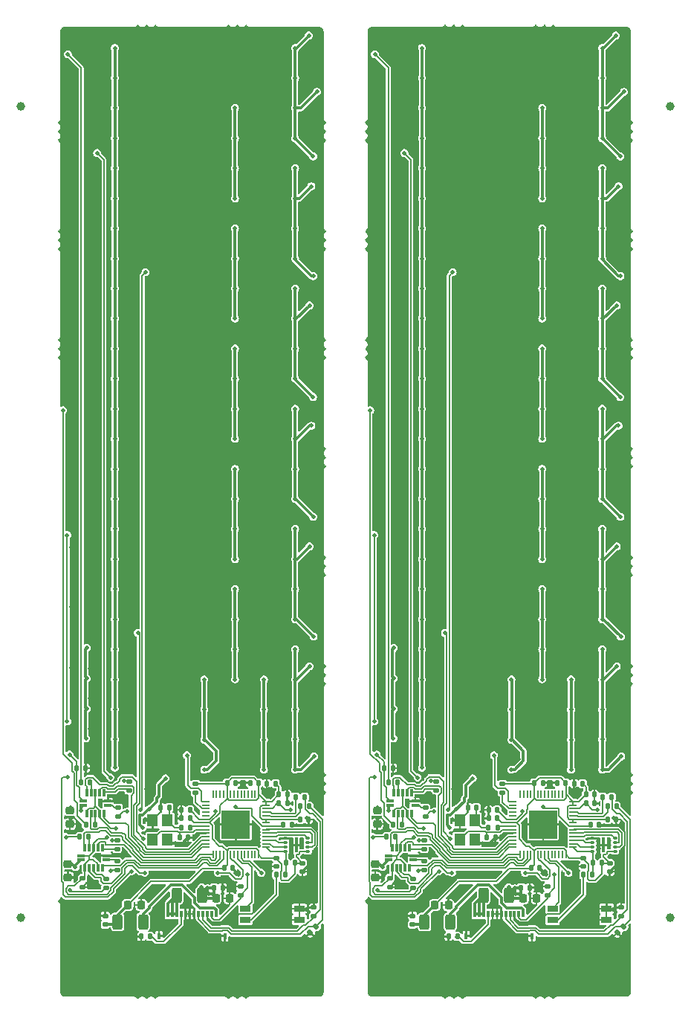
<source format=gbl>
G04 #@! TF.GenerationSoftware,KiCad,Pcbnew,8.0.1*
G04 #@! TF.CreationDate,2024-03-31T21:58:01-04:00*
G04 #@! TF.ProjectId,RGB-Panel,5247422d-5061-46e6-956c-2e6b69636164,V3.0*
G04 #@! TF.SameCoordinates,Original*
G04 #@! TF.FileFunction,Copper,L2,Bot*
G04 #@! TF.FilePolarity,Positive*
%FSLAX46Y46*%
G04 Gerber Fmt 4.6, Leading zero omitted, Abs format (unit mm)*
G04 Created by KiCad (PCBNEW 8.0.1) date 2024-03-31 21:58:01*
%MOMM*%
%LPD*%
G01*
G04 APERTURE LIST*
G04 Aperture macros list*
%AMRoundRect*
0 Rectangle with rounded corners*
0 $1 Rounding radius*
0 $2 $3 $4 $5 $6 $7 $8 $9 X,Y pos of 4 corners*
0 Add a 4 corners polygon primitive as box body*
4,1,4,$2,$3,$4,$5,$6,$7,$8,$9,$2,$3,0*
0 Add four circle primitives for the rounded corners*
1,1,$1+$1,$2,$3*
1,1,$1+$1,$4,$5*
1,1,$1+$1,$6,$7*
1,1,$1+$1,$8,$9*
0 Add four rect primitives between the rounded corners*
20,1,$1+$1,$2,$3,$4,$5,0*
20,1,$1+$1,$4,$5,$6,$7,0*
20,1,$1+$1,$6,$7,$8,$9,0*
20,1,$1+$1,$8,$9,$2,$3,0*%
G04 Aperture macros list end*
G04 #@! TA.AperFunction,SMDPad,CuDef*
%ADD10RoundRect,0.225000X-0.225000X-0.250000X0.225000X-0.250000X0.225000X0.250000X-0.225000X0.250000X0*%
G04 #@! TD*
G04 #@! TA.AperFunction,SMDPad,CuDef*
%ADD11RoundRect,0.135000X0.185000X-0.135000X0.185000X0.135000X-0.185000X0.135000X-0.185000X-0.135000X0*%
G04 #@! TD*
G04 #@! TA.AperFunction,SMDPad,CuDef*
%ADD12R,1.200000X1.400000*%
G04 #@! TD*
G04 #@! TA.AperFunction,SMDPad,CuDef*
%ADD13RoundRect,0.007800X0.422200X0.122200X-0.422200X0.122200X-0.422200X-0.122200X0.422200X-0.122200X0*%
G04 #@! TD*
G04 #@! TA.AperFunction,SMDPad,CuDef*
%ADD14RoundRect,0.007800X-0.122200X0.422200X-0.122200X-0.422200X0.122200X-0.422200X0.122200X0.422200X0*%
G04 #@! TD*
G04 #@! TA.AperFunction,SMDPad,CuDef*
%ADD15RoundRect,0.250000X0.312500X0.625000X-0.312500X0.625000X-0.312500X-0.625000X0.312500X-0.625000X0*%
G04 #@! TD*
G04 #@! TA.AperFunction,SMDPad,CuDef*
%ADD16RoundRect,0.135000X-0.135000X-0.185000X0.135000X-0.185000X0.135000X0.185000X-0.135000X0.185000X0*%
G04 #@! TD*
G04 #@! TA.AperFunction,SMDPad,CuDef*
%ADD17RoundRect,0.147500X0.147500X0.172500X-0.147500X0.172500X-0.147500X-0.172500X0.147500X-0.172500X0*%
G04 #@! TD*
G04 #@! TA.AperFunction,SMDPad,CuDef*
%ADD18RoundRect,0.135000X0.135000X0.185000X-0.135000X0.185000X-0.135000X-0.185000X0.135000X-0.185000X0*%
G04 #@! TD*
G04 #@! TA.AperFunction,SMDPad,CuDef*
%ADD19R,1.250000X0.760000*%
G04 #@! TD*
G04 #@! TA.AperFunction,SMDPad,CuDef*
%ADD20R,0.300000X0.800000*%
G04 #@! TD*
G04 #@! TA.AperFunction,SMDPad,CuDef*
%ADD21R,0.400000X0.800000*%
G04 #@! TD*
G04 #@! TA.AperFunction,SMDPad,CuDef*
%ADD22RoundRect,0.147500X-0.172500X0.147500X-0.172500X-0.147500X0.172500X-0.147500X0.172500X0.147500X0*%
G04 #@! TD*
G04 #@! TA.AperFunction,SMDPad,CuDef*
%ADD23RoundRect,0.140000X-0.140000X-0.170000X0.140000X-0.170000X0.140000X0.170000X-0.140000X0.170000X0*%
G04 #@! TD*
G04 #@! TA.AperFunction,SMDPad,CuDef*
%ADD24RoundRect,0.140000X0.140000X0.170000X-0.140000X0.170000X-0.140000X-0.170000X0.140000X-0.170000X0*%
G04 #@! TD*
G04 #@! TA.AperFunction,SMDPad,CuDef*
%ADD25RoundRect,0.140000X-0.170000X0.140000X-0.170000X-0.140000X0.170000X-0.140000X0.170000X0.140000X0*%
G04 #@! TD*
G04 #@! TA.AperFunction,SMDPad,CuDef*
%ADD26RoundRect,0.135000X-0.185000X0.135000X-0.185000X-0.135000X0.185000X-0.135000X0.185000X0.135000X0*%
G04 #@! TD*
G04 #@! TA.AperFunction,SMDPad,CuDef*
%ADD27RoundRect,0.075000X-0.187500X-0.075000X0.187500X-0.075000X0.187500X0.075000X-0.187500X0.075000X0*%
G04 #@! TD*
G04 #@! TA.AperFunction,SMDPad,CuDef*
%ADD28R,0.300000X1.700000*%
G04 #@! TD*
G04 #@! TA.AperFunction,SMDPad,CuDef*
%ADD29C,1.000000*%
G04 #@! TD*
G04 #@! TA.AperFunction,SMDPad,CuDef*
%ADD30RoundRect,0.225000X-0.250000X0.225000X-0.250000X-0.225000X0.250000X-0.225000X0.250000X0.225000X0*%
G04 #@! TD*
G04 #@! TA.AperFunction,SMDPad,CuDef*
%ADD31RoundRect,0.050000X0.050000X-0.387500X0.050000X0.387500X-0.050000X0.387500X-0.050000X-0.387500X0*%
G04 #@! TD*
G04 #@! TA.AperFunction,SMDPad,CuDef*
%ADD32RoundRect,0.050000X0.387500X-0.050000X0.387500X0.050000X-0.387500X0.050000X-0.387500X-0.050000X0*%
G04 #@! TD*
G04 #@! TA.AperFunction,SMDPad,CuDef*
%ADD33R,3.200000X3.200000*%
G04 #@! TD*
G04 #@! TA.AperFunction,SMDPad,CuDef*
%ADD34RoundRect,0.147500X0.017678X-0.226274X0.226274X-0.017678X-0.017678X0.226274X-0.226274X0.017678X0*%
G04 #@! TD*
G04 #@! TA.AperFunction,SMDPad,CuDef*
%ADD35R,2.000000X2.000000*%
G04 #@! TD*
G04 #@! TA.AperFunction,SMDPad,CuDef*
%ADD36R,1.500000X1.500000*%
G04 #@! TD*
G04 #@! TA.AperFunction,ViaPad*
%ADD37C,0.500000*%
G04 #@! TD*
G04 #@! TA.AperFunction,Conductor*
%ADD38C,0.152400*%
G04 #@! TD*
G04 #@! TA.AperFunction,Conductor*
%ADD39C,0.304800*%
G04 #@! TD*
G04 APERTURE END LIST*
D10*
X125225006Y-126700000D03*
X126775006Y-126700000D03*
D11*
X80350006Y-114413000D03*
X80350006Y-113393000D03*
D12*
X119714006Y-117835000D03*
X119714006Y-120035000D03*
X118014006Y-120035000D03*
X118014006Y-117835000D03*
D13*
X109865006Y-121845000D03*
D14*
X110300006Y-120910000D03*
X110800006Y-120910000D03*
X111300006Y-120910000D03*
X111800006Y-120910000D03*
X112300006Y-120910000D03*
D13*
X112735006Y-121845000D03*
X112735006Y-122345000D03*
D14*
X112300006Y-123280000D03*
X111800006Y-123280000D03*
X111300006Y-123280000D03*
X110800006Y-123280000D03*
X110300006Y-123280000D03*
D13*
X109865006Y-122345000D03*
D10*
X90225006Y-126700000D03*
X91775006Y-126700000D03*
D15*
X81932899Y-129389892D03*
X79007899Y-129389892D03*
D16*
X132110006Y-124020000D03*
X133130006Y-124020000D03*
D17*
X90985006Y-125500000D03*
X90015006Y-125500000D03*
D18*
X117742899Y-131049892D03*
X116722899Y-131049892D03*
D19*
X134742899Y-127879892D03*
X134742899Y-129149892D03*
X128592899Y-129149892D03*
X128592899Y-127879892D03*
D20*
X119750006Y-128500000D03*
X120250006Y-128500000D03*
X120750006Y-128500000D03*
X121250006Y-128500000D03*
X121750006Y-128500000D03*
X122250006Y-128500000D03*
X122750006Y-128500000D03*
X123250006Y-128500000D03*
X123750006Y-128500000D03*
X124250006Y-128500000D03*
X124750006Y-128500000D03*
X125250006Y-128500000D03*
D21*
X118750006Y-131000000D03*
X126250006Y-131000000D03*
D22*
X77622899Y-128709892D03*
X77622899Y-129679892D03*
D18*
X100880006Y-116223000D03*
X99860006Y-116223000D03*
D23*
X132900006Y-118315000D03*
X133860006Y-118315000D03*
X97900006Y-118315000D03*
X98860006Y-118315000D03*
D18*
X110392899Y-111879892D03*
X109372899Y-111879892D03*
D24*
X122060006Y-119800000D03*
X121100006Y-119800000D03*
D25*
X97100006Y-122100000D03*
X97100006Y-123060000D03*
D23*
X83940006Y-116350000D03*
X84900006Y-116350000D03*
D26*
X77692899Y-124479892D03*
X77692899Y-125499892D03*
D18*
X100340006Y-115173000D03*
X99320006Y-115173000D03*
D12*
X84714006Y-117835000D03*
X84714006Y-120035000D03*
X83014006Y-120035000D03*
X83014006Y-117835000D03*
D24*
X132000006Y-113643000D03*
X131040006Y-113643000D03*
X87060006Y-119800000D03*
X86100006Y-119800000D03*
D10*
X80172899Y-127459892D03*
X81722899Y-127459892D03*
D26*
X113970005Y-122495000D03*
X113970005Y-123515000D03*
D23*
X134840006Y-117743000D03*
X135800006Y-117743000D03*
D27*
X133120006Y-121393000D03*
X133120006Y-120893000D03*
X133120006Y-120393000D03*
X133120006Y-119893000D03*
X135695006Y-119893000D03*
X135695006Y-120393000D03*
X135695006Y-120893000D03*
X135695006Y-121393000D03*
D28*
X134407506Y-120643000D03*
D18*
X134220006Y-122684000D03*
X133200006Y-122684000D03*
D16*
X86290006Y-118625000D03*
X87310006Y-118625000D03*
D23*
X126520006Y-113550000D03*
X127480006Y-113550000D03*
X91172899Y-123199892D03*
X92132899Y-123199892D03*
X97400006Y-115900000D03*
X98360006Y-115900000D03*
X126172899Y-123199892D03*
X127132899Y-123199892D03*
D29*
X142000003Y-128899995D03*
D18*
X135340006Y-115173000D03*
X134320006Y-115173000D03*
D30*
X73600006Y-116700000D03*
X73600006Y-118250000D03*
D11*
X115350006Y-114413000D03*
X115350006Y-113393000D03*
D16*
X97110006Y-124020000D03*
X98130006Y-124020000D03*
D23*
X97400006Y-114893000D03*
X98360006Y-114893000D03*
D11*
X78970005Y-121095000D03*
X78970005Y-120075000D03*
D31*
X130100006Y-121737500D03*
X129700006Y-121737500D03*
X129300006Y-121737500D03*
X128900006Y-121737500D03*
X128500006Y-121737500D03*
X128100006Y-121737500D03*
X127700006Y-121737500D03*
X127300006Y-121737500D03*
X126900006Y-121737500D03*
X126500006Y-121737500D03*
X126100006Y-121737500D03*
X125700006Y-121737500D03*
X125300006Y-121737500D03*
X124900006Y-121737500D03*
D32*
X124062506Y-120900000D03*
X124062506Y-120500000D03*
X124062506Y-120100000D03*
X124062506Y-119700000D03*
X124062506Y-119300000D03*
X124062506Y-118900000D03*
X124062506Y-118500000D03*
X124062506Y-118100000D03*
X124062506Y-117700000D03*
X124062506Y-117300000D03*
X124062506Y-116900000D03*
X124062506Y-116500000D03*
X124062506Y-116100000D03*
X124062506Y-115700000D03*
D31*
X124900006Y-114862500D03*
X125300006Y-114862500D03*
X125700006Y-114862500D03*
X126100006Y-114862500D03*
X126500006Y-114862500D03*
X126900006Y-114862500D03*
X127300006Y-114862500D03*
X127700006Y-114862500D03*
X128100006Y-114862500D03*
X128500006Y-114862500D03*
X128900006Y-114862500D03*
X129300006Y-114862500D03*
X129700006Y-114862500D03*
X130100006Y-114862500D03*
D32*
X130937506Y-115700000D03*
X130937506Y-116100000D03*
X130937506Y-116500000D03*
X130937506Y-116900000D03*
X130937506Y-117300000D03*
X130937506Y-117700000D03*
X130937506Y-118100000D03*
X130937506Y-118500000D03*
X130937506Y-118900000D03*
X130937506Y-119300000D03*
X130937506Y-119700000D03*
X130937506Y-120100000D03*
X130937506Y-120500000D03*
X130937506Y-120900000D03*
D33*
X127500006Y-118300000D03*
D26*
X87900006Y-113680000D03*
X87900006Y-114700000D03*
D20*
X84750006Y-128500000D03*
X85250006Y-128500000D03*
X85750006Y-128500000D03*
X86250006Y-128500000D03*
X86750006Y-128500000D03*
X87250006Y-128500000D03*
X87750006Y-128500000D03*
X88250006Y-128500000D03*
X88750006Y-128500000D03*
X89250006Y-128500000D03*
X89750006Y-128500000D03*
X90250006Y-128500000D03*
D21*
X83750006Y-131000000D03*
X91250006Y-131000000D03*
D34*
X135957005Y-130585786D03*
X136642899Y-129899892D03*
D19*
X99742899Y-127879892D03*
X99742899Y-129149892D03*
X93592899Y-129149892D03*
X93592899Y-127879892D03*
D26*
X79100005Y-116399999D03*
X79100005Y-117419999D03*
D23*
X118940006Y-116350000D03*
X119900006Y-116350000D03*
D26*
X78970005Y-122495000D03*
X78970005Y-123515000D03*
D18*
X75662899Y-119719892D03*
X74642899Y-119719892D03*
D35*
X108692899Y-135049892D03*
D26*
X112692899Y-124479892D03*
X112692899Y-125499892D03*
X114100005Y-116399999D03*
X114100005Y-117419999D03*
D11*
X110042899Y-125419892D03*
X110042899Y-124399892D03*
D17*
X125985006Y-125500000D03*
X125015006Y-125500000D03*
D11*
X113970005Y-121095000D03*
X113970005Y-120075000D03*
D18*
X82742899Y-131049892D03*
X81722899Y-131049892D03*
X75392899Y-111879892D03*
X74372899Y-111879892D03*
D13*
X74865006Y-121845000D03*
D14*
X75300006Y-120910000D03*
X75800006Y-120910000D03*
X76300006Y-120910000D03*
X76800006Y-120910000D03*
X77300006Y-120910000D03*
D13*
X77735006Y-121845000D03*
X77735006Y-122345000D03*
D14*
X77300006Y-123280000D03*
X76800006Y-123280000D03*
X76300006Y-123280000D03*
X75800006Y-123280000D03*
X75300006Y-123280000D03*
D13*
X74865006Y-122345000D03*
D30*
X73370005Y-122795000D03*
X73370005Y-124345000D03*
D36*
X111192899Y-69749892D03*
D15*
X88662506Y-126360000D03*
X85737506Y-126360000D03*
D23*
X99840006Y-117743000D03*
X100800006Y-117743000D03*
D24*
X87260006Y-117600000D03*
X86300006Y-117600000D03*
D10*
X115172899Y-127459892D03*
X116722899Y-127459892D03*
D24*
X130080006Y-113550000D03*
X129120006Y-113550000D03*
D31*
X95100006Y-121737500D03*
X94700006Y-121737500D03*
X94300006Y-121737500D03*
X93900006Y-121737500D03*
X93500006Y-121737500D03*
X93100006Y-121737500D03*
X92700006Y-121737500D03*
X92300006Y-121737500D03*
X91900006Y-121737500D03*
X91500006Y-121737500D03*
X91100006Y-121737500D03*
X90700006Y-121737500D03*
X90300006Y-121737500D03*
X89900006Y-121737500D03*
D32*
X89062506Y-120900000D03*
X89062506Y-120500000D03*
X89062506Y-120100000D03*
X89062506Y-119700000D03*
X89062506Y-119300000D03*
X89062506Y-118900000D03*
X89062506Y-118500000D03*
X89062506Y-118100000D03*
X89062506Y-117700000D03*
X89062506Y-117300000D03*
X89062506Y-116900000D03*
X89062506Y-116500000D03*
X89062506Y-116100000D03*
X89062506Y-115700000D03*
D31*
X89900006Y-114862500D03*
X90300006Y-114862500D03*
X90700006Y-114862500D03*
X91100006Y-114862500D03*
X91500006Y-114862500D03*
X91900006Y-114862500D03*
X92300006Y-114862500D03*
X92700006Y-114862500D03*
X93100006Y-114862500D03*
X93500006Y-114862500D03*
X93900006Y-114862500D03*
X94300006Y-114862500D03*
X94700006Y-114862500D03*
X95100006Y-114862500D03*
D32*
X95937506Y-115700000D03*
X95937506Y-116100000D03*
X95937506Y-116500000D03*
X95937506Y-116900000D03*
X95937506Y-117300000D03*
X95937506Y-117700000D03*
X95937506Y-118100000D03*
X95937506Y-118500000D03*
X95937506Y-118900000D03*
X95937506Y-119300000D03*
X95937506Y-119700000D03*
X95937506Y-120100000D03*
X95937506Y-120500000D03*
X95937506Y-120900000D03*
D33*
X92500006Y-118300000D03*
D25*
X132100006Y-122100000D03*
X132100006Y-123060000D03*
D34*
X100957005Y-130585786D03*
X101642899Y-129899892D03*
D11*
X75042899Y-125419892D03*
X75042899Y-124399892D03*
D18*
X110900006Y-113500000D03*
X109880006Y-113500000D03*
D13*
X75065006Y-115650000D03*
D14*
X75500006Y-114715000D03*
X76000006Y-114715000D03*
X76500006Y-114715000D03*
X77000006Y-114715000D03*
X77500006Y-114715000D03*
D13*
X77935006Y-115650000D03*
X77935006Y-116150000D03*
D14*
X77500006Y-117085000D03*
X77000006Y-117085000D03*
X76500006Y-117085000D03*
X76000006Y-117085000D03*
X75500006Y-117085000D03*
D13*
X75065006Y-116150000D03*
D23*
X91520006Y-113550000D03*
X92480006Y-113550000D03*
D25*
X100100006Y-122704000D03*
X100100006Y-123664000D03*
D13*
X110065006Y-115650000D03*
D14*
X110500006Y-114715000D03*
X111000006Y-114715000D03*
X111500006Y-114715000D03*
X112000006Y-114715000D03*
X112500006Y-114715000D03*
D13*
X112935006Y-115650000D03*
X112935006Y-116150000D03*
D14*
X112500006Y-117085000D03*
X112000006Y-117085000D03*
X111500006Y-117085000D03*
X111000006Y-117085000D03*
X110500006Y-117085000D03*
D13*
X110065006Y-116150000D03*
D18*
X76460006Y-118320000D03*
X75440006Y-118320000D03*
D30*
X108600006Y-116700000D03*
X108600006Y-118250000D03*
D27*
X98120006Y-121393000D03*
X98120006Y-120893000D03*
X98120006Y-120393000D03*
X98120006Y-119893000D03*
X100695006Y-119893000D03*
X100695006Y-120393000D03*
X100695006Y-120893000D03*
X100695006Y-121393000D03*
D28*
X99407506Y-120643000D03*
D24*
X97000006Y-113643000D03*
X96040006Y-113643000D03*
D23*
X132400006Y-115900000D03*
X133360006Y-115900000D03*
D15*
X116932899Y-129389892D03*
X114007899Y-129389892D03*
D36*
X76192899Y-69749892D03*
D15*
X123662506Y-126360000D03*
X120737506Y-126360000D03*
D22*
X128032899Y-125369892D03*
X128032899Y-126339892D03*
D18*
X99220006Y-122684000D03*
X98200006Y-122684000D03*
D22*
X136392899Y-127749892D03*
X136392899Y-128719892D03*
D24*
X122260006Y-116625000D03*
X121300006Y-116625000D03*
D35*
X101092899Y-135049892D03*
D23*
X132400006Y-114893000D03*
X133360006Y-114893000D03*
D18*
X111460006Y-118320000D03*
X110440006Y-118320000D03*
D22*
X101392899Y-127749892D03*
X101392899Y-128719892D03*
D35*
X136092899Y-135049892D03*
D29*
X142000003Y-36500000D03*
X67999997Y-36500000D03*
D35*
X73692899Y-135049892D03*
D24*
X122260006Y-117600000D03*
X121300006Y-117600000D03*
D29*
X67999997Y-128899995D03*
D24*
X95080006Y-113550000D03*
X94120006Y-113550000D03*
D16*
X121290006Y-118625000D03*
X122310006Y-118625000D03*
D22*
X112622899Y-128709892D03*
X112622899Y-129679892D03*
D18*
X75900006Y-113500000D03*
X74880006Y-113500000D03*
D25*
X135100006Y-122704000D03*
X135100006Y-123664000D03*
D30*
X108370005Y-122795000D03*
X108370005Y-124345000D03*
D18*
X110662899Y-119719892D03*
X109642899Y-119719892D03*
X135880006Y-116223000D03*
X134860006Y-116223000D03*
D24*
X87260006Y-116625000D03*
X86300006Y-116625000D03*
D22*
X93032899Y-125369892D03*
X93032899Y-126339892D03*
D26*
X122900006Y-113680000D03*
X122900006Y-114700000D03*
D36*
X132892899Y-37049892D03*
X111592899Y-37049892D03*
X76592899Y-37049892D03*
X97692899Y-69749892D03*
X97892899Y-37049892D03*
X132692899Y-69749892D03*
D37*
X124592006Y-32066000D03*
X114323006Y-107372000D03*
X114272899Y-114760900D03*
X118180006Y-128040000D03*
X110900006Y-35489000D03*
X124592006Y-42335000D03*
X134861006Y-28643000D03*
X114323006Y-42335000D03*
X121169006Y-76565000D03*
X108992899Y-52449892D03*
X111192899Y-127949892D03*
X120000006Y-114143000D03*
X135492899Y-127943000D03*
X114323006Y-93680000D03*
X117746006Y-76565000D03*
X117746006Y-100526000D03*
X108792899Y-86749892D03*
X128015006Y-100526000D03*
X127000006Y-117643000D03*
X131438006Y-100526000D03*
X110900006Y-56027000D03*
X128015006Y-76565000D03*
X131438006Y-79988000D03*
X124592006Y-59450000D03*
X114323006Y-32066000D03*
X134861006Y-100526000D03*
X131438006Y-59450000D03*
X117746006Y-90257000D03*
X124592006Y-62873000D03*
X110900006Y-28643000D03*
X121670006Y-120582100D03*
X128015006Y-90257000D03*
X114323006Y-66296000D03*
X117746006Y-93680000D03*
X131438006Y-103949000D03*
X114323006Y-103949000D03*
X135550006Y-117593000D03*
X131438006Y-107372000D03*
X114323006Y-73142000D03*
X124592006Y-93680000D03*
X131438006Y-56027000D03*
X121169006Y-93680000D03*
X117746006Y-35489000D03*
X134861006Y-66296000D03*
X134861006Y-52604000D03*
X121169006Y-59450000D03*
X110900006Y-38912000D03*
X117746006Y-62873000D03*
X124592006Y-49181000D03*
X110900006Y-49181000D03*
X134861006Y-90257000D03*
X128100006Y-110843000D03*
X134861006Y-42335000D03*
X134861006Y-59450000D03*
X108892899Y-59249892D03*
X121169006Y-32066000D03*
X121169006Y-103949000D03*
X114323006Y-79988000D03*
X135141038Y-121913949D03*
X114323006Y-28643000D03*
X121169006Y-83411000D03*
X114323006Y-100526000D03*
X108792899Y-100449892D03*
X121169006Y-86834000D03*
X134861006Y-49181000D03*
X131438006Y-45758000D03*
X131300006Y-114243000D03*
X114323006Y-59450000D03*
X134861006Y-86834000D03*
X124592006Y-52604000D03*
X110900006Y-32066000D03*
X134861006Y-32066000D03*
X134861006Y-38912000D03*
X121169006Y-79988000D03*
X128015006Y-93680000D03*
X121169006Y-131333000D03*
X117746006Y-59450000D03*
X114323006Y-62873000D03*
X110900006Y-134756000D03*
X114323006Y-83411000D03*
X121169006Y-52604000D03*
X110900006Y-86834000D03*
X121169006Y-97103000D03*
X114323006Y-45758000D03*
X121169006Y-56027000D03*
X114323006Y-76565000D03*
X131438006Y-83411000D03*
X108892899Y-79849892D03*
X128015006Y-42335000D03*
X131438006Y-49181000D03*
X117746006Y-79988000D03*
X134861006Y-69719000D03*
X114323006Y-35489000D03*
X131438006Y-42335000D03*
X110900006Y-93680000D03*
X121169006Y-62873000D03*
X134861006Y-83411000D03*
X117700006Y-110843000D03*
X110900006Y-97103000D03*
X134861006Y-93680000D03*
X111043142Y-124582981D03*
X124592006Y-45758000D03*
X128015006Y-103949000D03*
X131300006Y-124543000D03*
X110900006Y-42335000D03*
X131438006Y-86834000D03*
X128300006Y-114043000D03*
X134861006Y-79988000D03*
X131438006Y-69719000D03*
X124592006Y-107372000D03*
X131438006Y-76565000D03*
X121169006Y-73142000D03*
X134861006Y-76565000D03*
X114323006Y-86834000D03*
X124592006Y-35489000D03*
X108662806Y-117642500D03*
X117746006Y-83411000D03*
X134800006Y-114243000D03*
X114323006Y-97103000D03*
X128015006Y-107372000D03*
X110900006Y-62873000D03*
X110900006Y-69719000D03*
X124592006Y-131333000D03*
X128015006Y-59450000D03*
X124592006Y-56027000D03*
X117746006Y-134756000D03*
X124592006Y-73142000D03*
X114323006Y-52604000D03*
X124592006Y-69719000D03*
X121169006Y-100526000D03*
X110900006Y-103949000D03*
X134861006Y-134756000D03*
X114323006Y-38912000D03*
X108620195Y-107566517D03*
X128015006Y-62873000D03*
X121169006Y-49181000D03*
X110900006Y-52604000D03*
X110900006Y-73142000D03*
X114323006Y-90257000D03*
X110900006Y-76565000D03*
X117746006Y-32066000D03*
X124592006Y-66296000D03*
X109252899Y-124345000D03*
X111092899Y-131349892D03*
X131438006Y-90257000D03*
X117746006Y-86834000D03*
X124592006Y-100526000D03*
X124592006Y-134756000D03*
X128015006Y-73142000D03*
X108792899Y-93549892D03*
X121169006Y-42335000D03*
X117746006Y-107372000D03*
X110900006Y-83411000D03*
X121169006Y-35489000D03*
X114323006Y-56027000D03*
X124592006Y-83411000D03*
X131438006Y-62873000D03*
X124700006Y-110843000D03*
X131438006Y-38912000D03*
X128015006Y-66296000D03*
X110900006Y-107372000D03*
X114323006Y-134756000D03*
X117746006Y-66296000D03*
X117746006Y-103949000D03*
X131438006Y-134756000D03*
X131438006Y-73142000D03*
X110900006Y-110795000D03*
X121169006Y-45758000D03*
X121169006Y-107372000D03*
X121100006Y-110843000D03*
X131438006Y-52604000D03*
X108792899Y-73049892D03*
X134861006Y-35489000D03*
X110900006Y-90257000D03*
X134861006Y-107372000D03*
X128000006Y-117643000D03*
X128015006Y-38912000D03*
X124592006Y-79988000D03*
X134861006Y-62873000D03*
X121169006Y-69719000D03*
X121169006Y-38912000D03*
X131500006Y-110843000D03*
X128015006Y-86834000D03*
X128015006Y-28643000D03*
X128015006Y-69719000D03*
X117210006Y-117693000D03*
X128015006Y-97103000D03*
X131438006Y-97103000D03*
X110900006Y-45758000D03*
X117746006Y-28643000D03*
X117746006Y-56027000D03*
X128015006Y-79988000D03*
X121169006Y-28643000D03*
X134861006Y-103949000D03*
X128015006Y-83411000D03*
X134861006Y-73142000D03*
X133840006Y-121059200D03*
X124592006Y-86834000D03*
X121169006Y-90257000D03*
X128015006Y-134756000D03*
X117746006Y-73142000D03*
X117746006Y-38912000D03*
X121169006Y-134756000D03*
X124592006Y-97103000D03*
X108992899Y-45549892D03*
X117300006Y-114243000D03*
X131438006Y-93680000D03*
X131438006Y-35489000D03*
X124592006Y-103949000D03*
X124592006Y-90257000D03*
X114323006Y-69719000D03*
X110900006Y-79988000D03*
X110900006Y-100526000D03*
X128015006Y-52604000D03*
X110900006Y-59450000D03*
X131300006Y-127943000D03*
X131438006Y-32066000D03*
X124592006Y-76565000D03*
X114300006Y-110843000D03*
X128015006Y-49181000D03*
X117746006Y-69719000D03*
X124592006Y-28643000D03*
X128015006Y-45758000D03*
X117746006Y-42335000D03*
X128015006Y-32066000D03*
X117746006Y-52604000D03*
X134861006Y-56027000D03*
X117746006Y-45758000D03*
X127062899Y-124899892D03*
X134900006Y-110843000D03*
X131438006Y-28643000D03*
X121169006Y-66296000D03*
X114814693Y-121341385D03*
X117746006Y-49181000D03*
X131438006Y-66296000D03*
X110900006Y-66296000D03*
X128015006Y-35489000D03*
X108992899Y-66149892D03*
X134861006Y-97103000D03*
X128015006Y-56027000D03*
X114323006Y-49181000D03*
X127820006Y-123992100D03*
X124592006Y-38912000D03*
X108892899Y-38749892D03*
X117746006Y-97103000D03*
X134861006Y-45758000D03*
X128817899Y-123999892D03*
X130392899Y-123799892D03*
X108553601Y-110333750D03*
X121925006Y-110435393D03*
X108282106Y-106563706D03*
X108144505Y-119742900D03*
X108282106Y-85349892D03*
X107800006Y-71143000D03*
X117200006Y-55425700D03*
X116664597Y-116643000D03*
X115090297Y-116838736D03*
X111700006Y-41852400D03*
X114740903Y-113350100D03*
X113212899Y-112969892D03*
X108606106Y-125771792D03*
X113272899Y-123580900D03*
X115651748Y-123619100D03*
X108302899Y-112919892D03*
X116335306Y-96501700D03*
X113372899Y-120095500D03*
X116972899Y-119909892D03*
X108343924Y-30598867D03*
X113862899Y-118744900D03*
X125457480Y-123800865D03*
X117130721Y-123792900D03*
X112782074Y-119804884D03*
X127404006Y-40162000D03*
X134250006Y-50431000D03*
X127404006Y-74392000D03*
X127404006Y-50431000D03*
X135900006Y-59209100D03*
X134250006Y-29893000D03*
X136321048Y-83264042D03*
X134250006Y-64123000D03*
X123900006Y-112066000D03*
X124280006Y-125560000D03*
X136299264Y-42239837D03*
X130700006Y-105220000D03*
X127404006Y-91507000D03*
X127404006Y-88084000D03*
X113712006Y-74392000D03*
X113712006Y-50431000D03*
X134250006Y-88084000D03*
X113712006Y-108622000D03*
X134250006Y-33316000D03*
X136329048Y-55872042D03*
X134250006Y-70969000D03*
X113712006Y-84661000D03*
X110492899Y-105149892D03*
X113712006Y-91507000D03*
X123580006Y-125450000D03*
X134250006Y-74392000D03*
X134250006Y-47008000D03*
X130700006Y-112066000D03*
X127404006Y-43585000D03*
X113712006Y-57277000D03*
X110492899Y-101649892D03*
X136413048Y-110556042D03*
X134250006Y-94930000D03*
X127404006Y-67546000D03*
X134250006Y-77815000D03*
X109210006Y-123160000D03*
X136295536Y-69624730D03*
X134250006Y-105199000D03*
X113712006Y-40162000D03*
X127404006Y-77815000D03*
X134250006Y-53854000D03*
X113712006Y-101776000D03*
X135900006Y-86643000D03*
X134250006Y-57277000D03*
X134250006Y-108622000D03*
X113712006Y-60700000D03*
X130700006Y-101797000D03*
X113712006Y-105199000D03*
X135900006Y-100285100D03*
X134250006Y-91507000D03*
X113712006Y-98353000D03*
X110442899Y-108499892D03*
X127404006Y-64123000D03*
X124400006Y-126193000D03*
X134250006Y-43585000D03*
X127404006Y-98353000D03*
X134250006Y-98353000D03*
X113712006Y-43585000D03*
X127404006Y-70969000D03*
X113712006Y-64123000D03*
X113712006Y-94930000D03*
X113712006Y-111849892D03*
X127404006Y-84661000D03*
X127404006Y-101776000D03*
X116875006Y-118673100D03*
X123900006Y-105220000D03*
X127404006Y-36739000D03*
X113712006Y-88084000D03*
X134250006Y-112045000D03*
X136100006Y-72901100D03*
X123900006Y-101797000D03*
X134250006Y-40162000D03*
X123900006Y-108643000D03*
X113712006Y-36739000D03*
X134250006Y-67546000D03*
X113712006Y-29893000D03*
X113712006Y-47008000D03*
X109888506Y-116749892D03*
X127404006Y-60700000D03*
X117650006Y-116518000D03*
X113712006Y-33316000D03*
X119500006Y-113043000D03*
X127404006Y-57277000D03*
X130700006Y-108643000D03*
X108659844Y-116373000D03*
X110492899Y-98199892D03*
X113712006Y-67546000D03*
X134250006Y-101776000D03*
X113712006Y-70969000D03*
X113712006Y-77815000D03*
X136740903Y-34883897D03*
X134250006Y-84661000D03*
X134250006Y-36739000D03*
X113712006Y-81238000D03*
X135810572Y-28472010D03*
X113712006Y-53854000D03*
X127404006Y-94930000D03*
X127404006Y-81238000D03*
X136100006Y-45643000D03*
X127404006Y-53854000D03*
X134250006Y-60700000D03*
X134250006Y-81238000D03*
X136367048Y-96910042D03*
X127404006Y-47008000D03*
X125141485Y-116773100D03*
X127500006Y-116294100D03*
X133730006Y-116608300D03*
X92000006Y-117643000D03*
X75900006Y-45758000D03*
X96438006Y-62873000D03*
X89592006Y-76565000D03*
X75900006Y-79988000D03*
X79323006Y-28643000D03*
X82746006Y-134756000D03*
X86169006Y-56027000D03*
X75900006Y-62873000D03*
X89592006Y-62873000D03*
X79323006Y-79988000D03*
X79323006Y-62873000D03*
X79323006Y-83411000D03*
X82746006Y-93680000D03*
X75900006Y-32066000D03*
X99861006Y-107372000D03*
X89592006Y-83411000D03*
X93015006Y-79988000D03*
X96500006Y-110843000D03*
X85000006Y-114143000D03*
X89592006Y-28643000D03*
X82746006Y-79988000D03*
X75900006Y-93680000D03*
X82700006Y-110843000D03*
X89592006Y-35489000D03*
X93015006Y-49181000D03*
X73792899Y-73049892D03*
X93015006Y-66296000D03*
X96438006Y-38912000D03*
X96438006Y-32066000D03*
X73792899Y-86749892D03*
X86169006Y-62873000D03*
X86169006Y-38912000D03*
X93015006Y-38912000D03*
X93300006Y-114043000D03*
X96438006Y-79988000D03*
X93100006Y-110843000D03*
X96438006Y-134756000D03*
X93015006Y-45758000D03*
X99861006Y-86834000D03*
X83180006Y-128040000D03*
X79323006Y-103949000D03*
X82746006Y-62873000D03*
X86169006Y-49181000D03*
X96438006Y-59450000D03*
X79272899Y-114760900D03*
X82746006Y-59450000D03*
X99861006Y-83411000D03*
X93015006Y-83411000D03*
X79323006Y-38912000D03*
X79323006Y-107372000D03*
X98840006Y-121059200D03*
X79323006Y-45758000D03*
X86169006Y-76565000D03*
X86169006Y-131333000D03*
X86169006Y-59450000D03*
X89592006Y-107372000D03*
X75900006Y-66296000D03*
X99861006Y-42335000D03*
X75900006Y-107372000D03*
X93015006Y-52604000D03*
X75900006Y-110795000D03*
X79323006Y-100526000D03*
X89700006Y-110843000D03*
X99900006Y-110843000D03*
X96438006Y-42335000D03*
X99861006Y-100526000D03*
X96438006Y-83411000D03*
X74252899Y-124345000D03*
X86169006Y-83411000D03*
X75900006Y-100526000D03*
X79323006Y-66296000D03*
X99861006Y-93680000D03*
X79323006Y-69719000D03*
X86169006Y-79988000D03*
X96438006Y-73142000D03*
X96438006Y-45758000D03*
X86169006Y-107372000D03*
X96438006Y-103949000D03*
X79323006Y-49181000D03*
X93015006Y-86834000D03*
X93015006Y-69719000D03*
X99861006Y-103949000D03*
X89592006Y-52604000D03*
X82746006Y-76565000D03*
X93015006Y-107372000D03*
X82746006Y-69719000D03*
X86169006Y-103949000D03*
X82746006Y-66296000D03*
X93015006Y-93680000D03*
X86100006Y-110843000D03*
X99861006Y-59450000D03*
X82746006Y-32066000D03*
X99861006Y-52604000D03*
X89592006Y-59450000D03*
X73992899Y-66149892D03*
X86670006Y-120582100D03*
X82746006Y-38912000D03*
X75900006Y-28643000D03*
X86169006Y-28643000D03*
X75900006Y-38912000D03*
X73892899Y-38749892D03*
X82210006Y-117693000D03*
X79300006Y-110843000D03*
X82746006Y-107372000D03*
X89592006Y-73142000D03*
X86169006Y-86834000D03*
X89592006Y-86834000D03*
X75900006Y-86834000D03*
X79323006Y-134756000D03*
X89592006Y-38912000D03*
X100141038Y-121913949D03*
X96438006Y-86834000D03*
X75900006Y-103949000D03*
X96438006Y-97103000D03*
X99861006Y-97103000D03*
X89592006Y-66296000D03*
X96438006Y-49181000D03*
X79323006Y-97103000D03*
X99861006Y-35489000D03*
X82746006Y-97103000D03*
X86169006Y-100526000D03*
X86169006Y-93680000D03*
X82746006Y-73142000D03*
X79323006Y-32066000D03*
X75900006Y-56027000D03*
X96438006Y-28643000D03*
X79323006Y-73142000D03*
X89592006Y-69719000D03*
X89592006Y-45758000D03*
X76092899Y-131349892D03*
X93015006Y-73142000D03*
X99861006Y-62873000D03*
X75900006Y-42335000D03*
X73792899Y-100449892D03*
X100550006Y-117593000D03*
X79323006Y-86834000D03*
X73620195Y-107566517D03*
X75900006Y-59450000D03*
X89592006Y-90257000D03*
X73892899Y-79849892D03*
X73892899Y-59249892D03*
X99861006Y-28643000D03*
X99861006Y-134756000D03*
X86169006Y-90257000D03*
X93015006Y-103949000D03*
X99861006Y-45758000D03*
X79323006Y-35489000D03*
X89592006Y-32066000D03*
X86169006Y-134756000D03*
X89592006Y-131333000D03*
X79323006Y-56027000D03*
X93000006Y-117643000D03*
X93015006Y-62873000D03*
X93015006Y-97103000D03*
X75900006Y-83411000D03*
X86169006Y-69719000D03*
X93015006Y-56027000D03*
X76043142Y-124582981D03*
X75900006Y-49181000D03*
X82746006Y-35489000D03*
X79814693Y-121341385D03*
X75900006Y-52604000D03*
X89592006Y-42335000D03*
X79323006Y-76565000D03*
X82746006Y-100526000D03*
X79323006Y-93680000D03*
X93015006Y-35489000D03*
X86169006Y-45758000D03*
X89592006Y-56027000D03*
X99861006Y-73142000D03*
X75900006Y-76565000D03*
X99861006Y-76565000D03*
X99861006Y-90257000D03*
X96438006Y-76565000D03*
X75900006Y-97103000D03*
X99800006Y-114243000D03*
X86169006Y-73142000D03*
X75900006Y-35489000D03*
X82746006Y-28643000D03*
X96438006Y-56027000D03*
X82746006Y-49181000D03*
X89592006Y-49181000D03*
X93015006Y-90257000D03*
X89592006Y-134756000D03*
X99861006Y-32066000D03*
X86169006Y-66296000D03*
X93015006Y-42335000D03*
X82746006Y-52604000D03*
X93015006Y-100526000D03*
X79323006Y-52604000D03*
X96438006Y-35489000D03*
X86169006Y-42335000D03*
X73792899Y-93549892D03*
X82746006Y-86834000D03*
X75900006Y-69719000D03*
X96438006Y-90257000D03*
X79323006Y-90257000D03*
X96438006Y-93680000D03*
X89592006Y-93680000D03*
X93015006Y-76565000D03*
X96438006Y-107372000D03*
X96300006Y-114243000D03*
X96300006Y-124543000D03*
X96300006Y-127943000D03*
X99861006Y-79988000D03*
X99861006Y-69719000D03*
X82746006Y-45758000D03*
X93015006Y-28643000D03*
X93015006Y-134756000D03*
X75900006Y-134756000D03*
X96438006Y-69719000D03*
X96438006Y-66296000D03*
X86169006Y-35489000D03*
X96438006Y-100526000D03*
X79323006Y-59450000D03*
X82746006Y-103949000D03*
X82746006Y-56027000D03*
X75900006Y-73142000D03*
X89592006Y-79988000D03*
X86169006Y-32066000D03*
X89592006Y-100526000D03*
X86169006Y-52604000D03*
X99861006Y-38912000D03*
X89592006Y-97103000D03*
X82746006Y-90257000D03*
X76192899Y-127949892D03*
X96438006Y-52604000D03*
X79323006Y-42335000D03*
X73662806Y-117642500D03*
X99861006Y-49181000D03*
X89592006Y-103949000D03*
X82746006Y-42335000D03*
X92820006Y-123992100D03*
X99861006Y-56027000D03*
X73992899Y-45549892D03*
X92062899Y-124899892D03*
X82300006Y-114243000D03*
X100492899Y-127943000D03*
X99861006Y-66296000D03*
X93015006Y-59450000D03*
X73992899Y-52449892D03*
X93015006Y-32066000D03*
X86169006Y-97103000D03*
X75900006Y-90257000D03*
X82746006Y-83411000D03*
X95392899Y-123799892D03*
X93817899Y-123999892D03*
X73553601Y-110333750D03*
X86925006Y-110435393D03*
X73282106Y-85349892D03*
X73282106Y-106563706D03*
X73144505Y-119742900D03*
X72800006Y-71143000D03*
X81664597Y-116643000D03*
X82200006Y-55425700D03*
X80090297Y-116838736D03*
X79740903Y-113350100D03*
X78212899Y-112969892D03*
X76700006Y-41852400D03*
X73606106Y-125771792D03*
X73302899Y-112919892D03*
X78272899Y-123580900D03*
X80651748Y-123619100D03*
X81972899Y-119909892D03*
X78372899Y-120095500D03*
X81335306Y-96501700D03*
X73343924Y-30598867D03*
X78862899Y-118744900D03*
X90457480Y-123800865D03*
X82130721Y-123792900D03*
X77782074Y-119804884D03*
X100900006Y-86643000D03*
X101100006Y-45643000D03*
X88580006Y-125450000D03*
X99250006Y-64123000D03*
X78712006Y-64123000D03*
X75492899Y-105149892D03*
X78712006Y-105199000D03*
X78712006Y-60700000D03*
X92404006Y-101776000D03*
X95700006Y-101797000D03*
X99250006Y-98353000D03*
X92404006Y-50431000D03*
X92404006Y-77815000D03*
X92404006Y-70969000D03*
X88900006Y-105220000D03*
X101367048Y-96910042D03*
X99250006Y-33316000D03*
X92404006Y-43585000D03*
X78712006Y-94930000D03*
X78712006Y-77815000D03*
X88900006Y-101797000D03*
X100810572Y-28472010D03*
X78712006Y-108622000D03*
X99250006Y-77815000D03*
X99250006Y-67546000D03*
X78712006Y-50431000D03*
X101740903Y-34883897D03*
X99250006Y-70969000D03*
X92404006Y-74392000D03*
X99250006Y-84661000D03*
X78712006Y-57277000D03*
X99250006Y-57277000D03*
X99250006Y-60700000D03*
X78712006Y-67546000D03*
X75442899Y-108499892D03*
X92404006Y-81238000D03*
X78712006Y-70969000D03*
X78712006Y-47008000D03*
X99250006Y-47008000D03*
X92404006Y-91507000D03*
X92404006Y-88084000D03*
X78712006Y-40162000D03*
X92404006Y-98353000D03*
X99250006Y-108622000D03*
X99250006Y-40162000D03*
X99250006Y-36739000D03*
X92404006Y-64123000D03*
X99250006Y-88084000D03*
X78712006Y-81238000D03*
X78712006Y-36739000D03*
X78712006Y-91507000D03*
X101299264Y-42239837D03*
X92404006Y-36739000D03*
X92404006Y-47008000D03*
X84500006Y-113043000D03*
X88900006Y-108643000D03*
X99250006Y-29893000D03*
X92404006Y-60700000D03*
X99250006Y-94930000D03*
X78712006Y-33316000D03*
X99250006Y-43585000D03*
X89400006Y-126193000D03*
X82650006Y-116518000D03*
X101295536Y-69624730D03*
X100900006Y-59209100D03*
X95700006Y-108643000D03*
X89280006Y-125560000D03*
X78712006Y-98353000D03*
X78712006Y-88084000D03*
X78712006Y-84661000D03*
X78712006Y-101776000D03*
X101329048Y-55872042D03*
X99250006Y-101776000D03*
X92404006Y-94930000D03*
X78712006Y-74392000D03*
X101413048Y-110556042D03*
X73659844Y-116373000D03*
X99250006Y-81238000D03*
X99250006Y-112045000D03*
X78712006Y-111849892D03*
X92404006Y-53854000D03*
X100900006Y-100285100D03*
X92404006Y-40162000D03*
X81875006Y-118673100D03*
X99250006Y-50431000D03*
X99250006Y-74392000D03*
X75492899Y-98199892D03*
X95700006Y-112066000D03*
X78712006Y-53854000D03*
X74888506Y-116749892D03*
X78712006Y-43585000D03*
X92404006Y-57277000D03*
X78712006Y-29893000D03*
X99250006Y-105199000D03*
X101100006Y-72901100D03*
X92404006Y-84661000D03*
X101321048Y-83264042D03*
X99250006Y-91507000D03*
X88900006Y-112066000D03*
X75492899Y-101649892D03*
X92404006Y-67546000D03*
X74210006Y-123160000D03*
X99250006Y-53854000D03*
X95700006Y-105220000D03*
X90141485Y-116773100D03*
X98730006Y-116608300D03*
X92500006Y-116294100D03*
D38*
X122900006Y-114700000D02*
X122900006Y-115775000D01*
X122900006Y-115775000D02*
X123625006Y-116500000D01*
X123625006Y-116500000D02*
X124062506Y-116500000D01*
X111300006Y-123280000D02*
X111300006Y-123658720D01*
X111641178Y-123999892D02*
X112212899Y-123999892D01*
X111300006Y-123658720D02*
X111641178Y-123999892D01*
X112212899Y-123999892D02*
X112692899Y-124479892D01*
X112735005Y-122345000D02*
X113820005Y-122345000D01*
X113820005Y-122345000D02*
X113970005Y-122495000D01*
X112485005Y-121095000D02*
X112300005Y-120910000D01*
X113970005Y-121095000D02*
X112485005Y-121095000D01*
X110800005Y-120910000D02*
X110800005Y-119724999D01*
X110800005Y-119724999D02*
X110770006Y-119695000D01*
X111500006Y-117085000D02*
X111500006Y-118280000D01*
X111500006Y-118280000D02*
X111460006Y-118320000D01*
X114100005Y-116399999D02*
X113643006Y-116399999D01*
X113392899Y-116149892D02*
X112935114Y-116149892D01*
X112935114Y-116149892D02*
X112935006Y-116150000D01*
X113643006Y-116399999D02*
X113392899Y-116149892D01*
X115350006Y-114413000D02*
X115215306Y-114278300D01*
X115215306Y-114278300D02*
X114072999Y-114278300D01*
X113781407Y-114569892D02*
X112645114Y-114569892D01*
X112645114Y-114569892D02*
X112500007Y-114714999D01*
X114072999Y-114278300D02*
X113781407Y-114569892D01*
X111000006Y-113600000D02*
X111000006Y-114715000D01*
X110900006Y-113500000D02*
X111000006Y-113600000D01*
X130937506Y-117300000D02*
X131400058Y-117300000D01*
X134860006Y-116891720D02*
X134356526Y-117395200D01*
X131400058Y-117300000D02*
X131495258Y-117395200D01*
X131495258Y-117395200D02*
X134356526Y-117395200D01*
X134860006Y-116223000D02*
X134860006Y-116891720D01*
X131621510Y-117090400D02*
X134230980Y-117090400D01*
X130937506Y-116900000D02*
X131431110Y-116900000D01*
X134320006Y-117001374D02*
X134320006Y-115173000D01*
X134230980Y-117090400D02*
X134320006Y-117001374D01*
X131431110Y-116900000D02*
X131621510Y-117090400D01*
D39*
X117625206Y-127822585D02*
X117625206Y-127617585D01*
X121325514Y-125180200D02*
X122795206Y-126649892D01*
X116932899Y-129389892D02*
X116932899Y-128514892D01*
X125250006Y-128018948D02*
X125250006Y-128500000D01*
X120062591Y-125180200D02*
X121325514Y-125180200D01*
X122795206Y-126649892D02*
X122795206Y-127214806D01*
X117625206Y-127617585D02*
X120062591Y-125180200D01*
X123375600Y-127795200D02*
X125026258Y-127795200D01*
X125026258Y-127795200D02*
X125250006Y-128018948D01*
X122795206Y-127214806D02*
X123375600Y-127795200D01*
X116932899Y-128514892D02*
X117625206Y-127822585D01*
X119750006Y-127287500D02*
X120737506Y-126300000D01*
X120750006Y-128500000D02*
X120250006Y-128500000D01*
X120750006Y-128500000D02*
X120750006Y-126312500D01*
X119750006Y-128500000D02*
X120250006Y-128500000D01*
X120250006Y-128500000D02*
X120250006Y-126787500D01*
X119750006Y-128500000D02*
X119750006Y-127287500D01*
X120250006Y-126787500D02*
X120737506Y-126300000D01*
X120750006Y-126312500D02*
X120737506Y-126300000D01*
D38*
X119900006Y-116350000D02*
X119900006Y-117649000D01*
X119900006Y-117649000D02*
X119714006Y-117835000D01*
X120504006Y-118625000D02*
X119714006Y-117835000D01*
X121290006Y-118625000D02*
X120504006Y-118625000D01*
D39*
X119714006Y-120035000D02*
X120093806Y-120414800D01*
D38*
X136400006Y-121131052D02*
X136795706Y-120735352D01*
X113383799Y-115650000D02*
X112935006Y-115650000D01*
D39*
X118014006Y-117835000D02*
X117352006Y-117835000D01*
D38*
X131300006Y-126542785D02*
X131300006Y-124543000D01*
X126981101Y-129433400D02*
X127914609Y-128499892D01*
X113402899Y-113499892D02*
X113872899Y-113029892D01*
X113872899Y-113029892D02*
X113872899Y-112989892D01*
X135492899Y-127943000D02*
X134806007Y-127943000D01*
D39*
X109252899Y-124345000D02*
X108370005Y-124345000D01*
X127132899Y-123199892D02*
X127132899Y-123304993D01*
X117352006Y-117835000D02*
X117210006Y-117693000D01*
D38*
X112642899Y-113249892D02*
X112712899Y-113319892D01*
D39*
X121445206Y-120414800D02*
X122060006Y-119800000D01*
D38*
X118940006Y-116909000D02*
X118940006Y-116350000D01*
D39*
X135420955Y-121913949D02*
X136135506Y-122628500D01*
D38*
X118014006Y-117835000D02*
X118940006Y-116909000D01*
D39*
X135550006Y-117593000D02*
X135650006Y-117593000D01*
D38*
X110042899Y-125419892D02*
X110879810Y-124582981D01*
X124250006Y-128900000D02*
X124783406Y-129433400D01*
X135800006Y-118137896D02*
X135800006Y-117743000D01*
X136795706Y-120735352D02*
X136795706Y-119133596D01*
D39*
X135650006Y-117593000D02*
X135800006Y-117743000D01*
X120093806Y-120414800D02*
X121445206Y-120414800D01*
X127132899Y-123304993D02*
X127820006Y-123992100D01*
D38*
X112642899Y-113249892D02*
X112775722Y-113249892D01*
X111272899Y-111879892D02*
X112642899Y-113249892D01*
X136795706Y-119133596D02*
X136140058Y-118477948D01*
D39*
X135141038Y-121913949D02*
X135420955Y-121913949D01*
D38*
X113025722Y-113499892D02*
X113402899Y-113499892D01*
X129342899Y-128499892D02*
X131300006Y-126542785D01*
X136400006Y-122364000D02*
X136400006Y-121131052D01*
X110392899Y-111879892D02*
X111272899Y-111879892D01*
X114272899Y-114760900D02*
X113383799Y-115650000D01*
X136140058Y-118477948D02*
X135800006Y-118137896D01*
X110879810Y-124582981D02*
X111043142Y-124582981D01*
X127914609Y-128499892D02*
X129342899Y-128499892D01*
D39*
X114311078Y-121845000D02*
X114814693Y-121341385D01*
X112735006Y-121845000D02*
X114311078Y-121845000D01*
D38*
X136140058Y-118477948D02*
X134022954Y-118477948D01*
X134742899Y-127879892D02*
X134742899Y-129149892D01*
D39*
X134022954Y-118477948D02*
X133860006Y-118315000D01*
D38*
X134806007Y-127943000D02*
X134742899Y-127879892D01*
X124250006Y-128500000D02*
X124250006Y-128900000D01*
X112775722Y-113249892D02*
X113025722Y-113499892D01*
X124783406Y-129433400D02*
X126981101Y-129433400D01*
D39*
X136135506Y-122628500D02*
X135100006Y-123664000D01*
D38*
X136135506Y-122628500D02*
X136400006Y-122364000D01*
X128592899Y-129149892D02*
X129217899Y-129149892D01*
X129217899Y-129149892D02*
X132110006Y-126257785D01*
X132110006Y-126257785D02*
X132110006Y-124020000D01*
X128817899Y-125554892D02*
X128032899Y-126339892D01*
X128100006Y-122169000D02*
X128100006Y-121737500D01*
X128370898Y-122439892D02*
X128100006Y-122169000D01*
X124750006Y-128500000D02*
X124750006Y-128873290D01*
X125005316Y-129128600D02*
X125584849Y-129128600D01*
X128032899Y-126680550D02*
X128032899Y-126339892D01*
X124750006Y-128873290D02*
X125005316Y-129128600D01*
X129032899Y-122439892D02*
X128370898Y-122439892D01*
X130392899Y-123799892D02*
X129032899Y-122439892D01*
X128817899Y-123999892D02*
X128817899Y-125554892D01*
X125584849Y-129128600D02*
X128032899Y-126680550D01*
X123239356Y-114201400D02*
X123532899Y-114494943D01*
X122012899Y-110523286D02*
X122012899Y-113854288D01*
X109381406Y-113839350D02*
X109590656Y-114048600D01*
X109381406Y-111161555D02*
X109381406Y-113839350D01*
X122012899Y-113854288D02*
X122360011Y-114201400D01*
X122360011Y-114201400D02*
X123239356Y-114201400D01*
X109594398Y-114048600D02*
X109650006Y-114104208D01*
X109650006Y-115235000D02*
X110065006Y-115650000D01*
X123532899Y-115579892D02*
X123653007Y-115700000D01*
X109590656Y-114048600D02*
X109594398Y-114048600D01*
X123653007Y-115700000D02*
X124062506Y-115700000D01*
X121925006Y-110435393D02*
X122012899Y-110523286D01*
X123532899Y-114494943D02*
X123532899Y-115579892D01*
X109650006Y-114104208D02*
X109650006Y-115235000D01*
X108553601Y-110333750D02*
X109381406Y-111161555D01*
X129306711Y-123158504D02*
X129306711Y-127166080D01*
X128244646Y-122744692D02*
X128892899Y-122744692D01*
X127700006Y-122200052D02*
X128244646Y-122744692D01*
X129306711Y-127166080D02*
X128592899Y-127879892D01*
X127700006Y-121737500D02*
X127700006Y-122200052D01*
X128892899Y-122744692D02*
X129306711Y-123158504D01*
X122435006Y-118500000D02*
X124062506Y-118500000D01*
X122310006Y-118625000D02*
X122435006Y-118500000D01*
X118942606Y-119106400D02*
X120906406Y-119106400D01*
X122869214Y-118900000D02*
X124062506Y-118900000D01*
X120906406Y-119106400D02*
X120973606Y-119173600D01*
X121100006Y-119800000D02*
X121100006Y-119300000D01*
X118014006Y-120035000D02*
X118942606Y-119106400D01*
X122595614Y-119173600D02*
X122869214Y-118900000D01*
X120973606Y-119173600D02*
X122595614Y-119173600D01*
X121100006Y-119300000D02*
X120973606Y-119173600D01*
X124533808Y-130399892D02*
X125926824Y-130399892D01*
X123250006Y-129116090D02*
X124533808Y-130399892D01*
X136642899Y-129899892D02*
X137405306Y-129137485D01*
X136642899Y-129899892D02*
X135752241Y-129899892D01*
X135752241Y-129899892D02*
X134852241Y-130799892D01*
X123250006Y-128500000D02*
X123250006Y-129116090D01*
X137405306Y-117748300D02*
X135880006Y-116223000D01*
X137405306Y-129137485D02*
X137405306Y-117748300D01*
X125926824Y-130399892D02*
X125955316Y-130371400D01*
X125955316Y-130371400D02*
X126544696Y-130371400D01*
X134852241Y-130799892D02*
X126973188Y-130799892D01*
X126544696Y-130371400D02*
X126973188Y-130799892D01*
X125829064Y-130066600D02*
X125800572Y-130095092D01*
X136342899Y-128769892D02*
X136342899Y-128878182D01*
X126670948Y-130066600D02*
X125829064Y-130066600D01*
X137100506Y-128012285D02*
X136342899Y-128769892D01*
X136342899Y-128878182D02*
X135462589Y-129758492D01*
X125800572Y-130095092D02*
X124660060Y-130095092D01*
X135184299Y-129758492D02*
X134492899Y-130449892D01*
X124660060Y-130095092D02*
X123750006Y-129185038D01*
X127054240Y-130449892D02*
X126670948Y-130066600D01*
X135381406Y-115214400D02*
X135381406Y-116558608D01*
X123750006Y-129185038D02*
X123750006Y-128500000D01*
X135914398Y-117091600D02*
X136244554Y-117091600D01*
X135462589Y-129758492D02*
X135184299Y-129758492D01*
X137100506Y-117947552D02*
X137100506Y-128012285D01*
X135381406Y-116558608D02*
X135914398Y-117091600D01*
X136244554Y-117091600D02*
X137100506Y-117947552D01*
X134492899Y-130449892D02*
X127054240Y-130449892D01*
X135340006Y-115173000D02*
X135381406Y-115214400D01*
X131430506Y-121393000D02*
X130937506Y-120900000D01*
X133200006Y-122684000D02*
X133200006Y-121473000D01*
X133200006Y-123700000D02*
X133200006Y-122684000D01*
X133200006Y-121473000D02*
X133120006Y-121393000D01*
X133120006Y-121393000D02*
X131430506Y-121393000D01*
X136490906Y-119259848D02*
X136490906Y-120609100D01*
X136490906Y-120609100D02*
X136207006Y-120893000D01*
X136097858Y-118866800D02*
X136490906Y-119259848D01*
X136207006Y-120893000D02*
X135695006Y-120893000D01*
X130970706Y-118866800D02*
X136097858Y-118866800D01*
X130937506Y-118900000D02*
X130970706Y-118866800D01*
X132059006Y-120100000D02*
X130937506Y-120100000D01*
X133120006Y-120393000D02*
X132352006Y-120393000D01*
X132352006Y-120393000D02*
X132059006Y-120100000D01*
X131369006Y-120500000D02*
X130937506Y-120500000D01*
X131762006Y-120893000D02*
X131369006Y-120500000D01*
X133287006Y-120893000D02*
X131762006Y-120893000D01*
X132329658Y-119514400D02*
X132144058Y-119700000D01*
X132144058Y-119700000D02*
X130937506Y-119700000D01*
X135695006Y-119893000D02*
X135316406Y-119514400D01*
X135316406Y-119514400D02*
X132329658Y-119514400D01*
X136186106Y-120331400D02*
X136124506Y-120393000D01*
X136124506Y-120393000D02*
X135695006Y-120393000D01*
X132113006Y-119300000D02*
X132241406Y-119171600D01*
X132241406Y-119171600D02*
X135971606Y-119171600D01*
X135971606Y-119171600D02*
X136186106Y-119386100D01*
X136186106Y-119386100D02*
X136186106Y-120331400D01*
X130937506Y-119300000D02*
X132113006Y-119300000D01*
X108282106Y-100283842D02*
X108282106Y-85349892D01*
X108192405Y-119695000D02*
X109750006Y-119695000D01*
X108144505Y-119742900D02*
X108192405Y-119695000D01*
X108282106Y-106563706D02*
X108282106Y-100283842D01*
X108874299Y-111331292D02*
X107800006Y-110256999D01*
X110440006Y-118320000D02*
X109406406Y-117286400D01*
X107800006Y-110256999D02*
X107800006Y-71143000D01*
X109076606Y-115566185D02*
X109076606Y-112417807D01*
X109406406Y-115895985D02*
X109076606Y-115566185D01*
X108874299Y-112215500D02*
X108874299Y-111331292D01*
X109076606Y-112417807D02*
X108874299Y-112215500D01*
X109406406Y-117286400D02*
X109406406Y-115895985D01*
X116664597Y-116643000D02*
X116693420Y-116643000D01*
X116693420Y-116643000D02*
X116817406Y-116519014D01*
X115090297Y-116838736D02*
X114681268Y-116838736D01*
X114681268Y-116838736D02*
X114100005Y-117419999D01*
X116817406Y-116519014D02*
X116817406Y-55808300D01*
X116817406Y-55808300D02*
X117200006Y-55425700D01*
X113212899Y-112969892D02*
X112462899Y-112219892D01*
X115050006Y-113350100D02*
X115100006Y-113400100D01*
X112462899Y-112219892D02*
X112462899Y-42615293D01*
X112462899Y-42615293D02*
X111700006Y-41852400D01*
X114740903Y-113350100D02*
X115050006Y-113350100D01*
X112247699Y-125945092D02*
X112692899Y-125499892D01*
X108779406Y-125945092D02*
X112247699Y-125945092D01*
X108606106Y-125771792D02*
X108779406Y-125945092D01*
X108071847Y-126569892D02*
X112888159Y-126569892D01*
X113546299Y-125635018D02*
X115562217Y-123619100D01*
X113970005Y-123515000D02*
X113338799Y-123515000D01*
X112888159Y-126569892D02*
X113546299Y-125911752D01*
X107822706Y-124914189D02*
X107822706Y-126320751D01*
X107666405Y-124757888D02*
X107822706Y-124914189D01*
X113546299Y-125911752D02*
X113546299Y-125635018D01*
X115562217Y-123619100D02*
X115651748Y-123619100D01*
X107822706Y-126320751D02*
X108071847Y-126569892D01*
X107815399Y-112919892D02*
X107666405Y-113068886D01*
X107666405Y-113068886D02*
X107666405Y-124757888D01*
X113338799Y-123515000D02*
X113272899Y-123580900D01*
X108302899Y-112919892D02*
X107815399Y-112919892D01*
X116512606Y-115886652D02*
X116512606Y-96679000D01*
X116512606Y-96679000D02*
X116335306Y-96501700D01*
X116972899Y-119909892D02*
X116182497Y-119119490D01*
X116182497Y-119119490D02*
X116182497Y-116216761D01*
X113372899Y-120095500D02*
X113949505Y-120095500D01*
X113949505Y-120095500D02*
X113970005Y-120075000D01*
X116182497Y-116216761D02*
X116512606Y-115886652D01*
X108343924Y-30598867D02*
X109880006Y-32134949D01*
X109880006Y-32134949D02*
X109880006Y-113500000D01*
X124608354Y-122708400D02*
X124247054Y-122347100D01*
X112586406Y-122993600D02*
X112580006Y-123000000D01*
X114949321Y-122349892D02*
X114305613Y-122993600D01*
X125700006Y-122206052D02*
X125197658Y-122708400D01*
X125700006Y-121737500D02*
X125700006Y-122206052D01*
X114305613Y-122993600D02*
X112586406Y-122993600D01*
X112580006Y-123000000D02*
X112300006Y-123000000D01*
X125197658Y-122708400D02*
X124608354Y-122708400D01*
X123685010Y-122347100D02*
X123063310Y-122968800D01*
X116604294Y-122968800D02*
X115985386Y-122349892D01*
X124247054Y-122347100D02*
X123685010Y-122347100D01*
X115985386Y-122349892D02*
X114949321Y-122349892D01*
X123063310Y-122968800D02*
X116604294Y-122968800D01*
X112144299Y-124362344D02*
X112144299Y-124765500D01*
X115075573Y-122654692D02*
X115859134Y-122654692D01*
X115859134Y-122654692D02*
X116478042Y-123273600D01*
X111445978Y-124304692D02*
X112086647Y-124304692D01*
X110800006Y-123280000D02*
X110800006Y-123658720D01*
X126100006Y-122237104D02*
X126100006Y-121737500D01*
X116478042Y-123273600D02*
X123189562Y-123273600D01*
X123189562Y-123273600D02*
X123811262Y-122651900D01*
X124482102Y-123013200D02*
X125323910Y-123013200D01*
X112380091Y-125001292D02*
X113317921Y-125001292D01*
X114518605Y-123211660D02*
X115075573Y-122654692D01*
X110800006Y-123658720D02*
X111445978Y-124304692D01*
X125323910Y-123013200D02*
X126100006Y-122237104D01*
X123811262Y-122651900D02*
X124120802Y-122651900D01*
X112086647Y-124304692D02*
X112144299Y-124362344D01*
X113317921Y-125001292D02*
X114518605Y-123800608D01*
X114518605Y-123800608D02*
X114518605Y-123211660D01*
X112144299Y-124765500D02*
X112380091Y-125001292D01*
X124120802Y-122651900D02*
X124482102Y-123013200D01*
X125486507Y-123829892D02*
X125457480Y-123800865D01*
X111833406Y-119946600D02*
X111300006Y-120480000D01*
X113241499Y-125785500D02*
X112777107Y-126249892D01*
X108804349Y-125293192D02*
X108821049Y-125309892D01*
X128298606Y-124190343D02*
X128298606Y-123519307D01*
X108821049Y-125309892D02*
X109132899Y-125309892D01*
X111800006Y-122850000D02*
X111243726Y-122293720D01*
X111800006Y-123280000D02*
X111800006Y-122850000D01*
X108127506Y-125970035D02*
X108127506Y-125573549D01*
X112777107Y-126249892D02*
X108407363Y-126249892D01*
X112640358Y-119946600D02*
X111833406Y-119946600D01*
X110779886Y-116426400D02*
X111279886Y-116426400D01*
X112000006Y-116706280D02*
X112000006Y-117085000D01*
X113862899Y-118744900D02*
X113281186Y-118744900D01*
X113281186Y-118744900D02*
X112000006Y-117463720D01*
X111279886Y-116426400D02*
X111500006Y-116206280D01*
X113260373Y-125489892D02*
X113241499Y-125489892D01*
X113241499Y-125489892D02*
X113241499Y-125785500D01*
X111243726Y-122293720D02*
X110795006Y-122293720D01*
X110500006Y-117085000D02*
X110500006Y-116706280D01*
X126802899Y-123829892D02*
X127443707Y-124470700D01*
X127182899Y-122403600D02*
X127128606Y-122403600D01*
X114823405Y-123337912D02*
X114823405Y-123926860D01*
X108407863Y-125293192D02*
X108804349Y-125293192D01*
X110300006Y-123280000D02*
X110300006Y-122788720D01*
X110750366Y-122338360D02*
X110795006Y-122293720D01*
X110300006Y-124142785D02*
X110300006Y-123280000D01*
X109132899Y-125309892D02*
X110042899Y-124399892D01*
X128018249Y-124470700D02*
X128298606Y-124190343D01*
X126802899Y-123829892D02*
X125486507Y-123829892D01*
X110795006Y-121845000D02*
X111300006Y-121340000D01*
X112782074Y-119804884D02*
X112640358Y-119946600D01*
X116566290Y-123792900D02*
X115732882Y-122959492D01*
X108127506Y-125573549D02*
X108407863Y-125293192D01*
X126900006Y-122175000D02*
X126900006Y-121737500D01*
X128298606Y-123519307D02*
X127182899Y-122403600D01*
X111300006Y-121340000D02*
X111300006Y-120910000D01*
X115732882Y-122959492D02*
X115201825Y-122959492D01*
X110500006Y-116706280D02*
X110779886Y-116426400D01*
X110042899Y-124399892D02*
X110300006Y-124142785D01*
X114823405Y-123926860D02*
X113260373Y-125489892D01*
X111500006Y-116206280D02*
X112000006Y-116706280D01*
X110300006Y-122788720D02*
X110750366Y-122338360D01*
X115201825Y-122959492D02*
X114823405Y-123337912D01*
X111500006Y-114715000D02*
X111500006Y-116206280D01*
X127443707Y-124470700D02*
X128018249Y-124470700D01*
X110795006Y-122293720D02*
X110795006Y-121845000D01*
X111300006Y-120480000D02*
X111300006Y-120910000D01*
X108407363Y-126249892D02*
X108127506Y-125970035D01*
X112000006Y-117463720D02*
X112000006Y-117085000D01*
X127128606Y-122403600D02*
X126900006Y-122175000D01*
X109865006Y-121845000D02*
X110795006Y-121845000D01*
X117130721Y-123792900D02*
X116566290Y-123792900D01*
X115658714Y-112867500D02*
X114532899Y-112867500D01*
X113978595Y-113609600D02*
X113862139Y-113609600D01*
X111985814Y-113751600D02*
X111185614Y-112951400D01*
X110401406Y-113164392D02*
X110401406Y-113835608D01*
X114258303Y-113329892D02*
X113978595Y-113609600D01*
X110492899Y-113927101D02*
X110492899Y-114707893D01*
X117361806Y-121140000D02*
X117185406Y-120963600D01*
X123568902Y-119700000D02*
X122128902Y-121140000D01*
X110614398Y-112951400D02*
X110401406Y-113164392D01*
X111185614Y-112951400D02*
X110614398Y-112951400D01*
X112846378Y-113751600D02*
X111985814Y-113751600D01*
X110401406Y-113835608D02*
X110492899Y-113927101D01*
X114532899Y-112867500D02*
X114258303Y-113142096D01*
X116207806Y-113416592D02*
X115658714Y-112867500D01*
X117185406Y-120804899D02*
X115877697Y-119497190D01*
X115877697Y-116090509D02*
X116207806Y-115760400D01*
X113511447Y-113960292D02*
X113055070Y-113960292D01*
X124062506Y-119700000D02*
X123568902Y-119700000D01*
X110492899Y-114707893D02*
X110500006Y-114715000D01*
X114258303Y-113142096D02*
X114258303Y-113329892D01*
X122128902Y-121140000D02*
X117361806Y-121140000D01*
X113862139Y-113609600D02*
X113511447Y-113960292D01*
X113055070Y-113960292D02*
X112846378Y-113751600D01*
X117185406Y-120963600D02*
X117185406Y-120804899D01*
X115877697Y-119497190D02*
X115877697Y-116090509D01*
X116207806Y-115760400D02*
X116207806Y-113416592D01*
X116880606Y-120931151D02*
X115572897Y-119623442D01*
X115898606Y-114698608D02*
X115898606Y-114127392D01*
X112858606Y-114194880D02*
X112720126Y-114056400D01*
X115685614Y-113914400D02*
X113988391Y-113914400D01*
X112858606Y-114205599D02*
X112858606Y-114194880D01*
X112918099Y-114265092D02*
X112858606Y-114205599D01*
X124062506Y-120100000D02*
X123599954Y-120100000D01*
X113637699Y-114265092D02*
X112918099Y-114265092D01*
X112279886Y-114056400D02*
X112000006Y-114336280D01*
X115572897Y-119623442D02*
X115572897Y-115024317D01*
X116880606Y-121089852D02*
X116880606Y-120931151D01*
X115898606Y-114127392D02*
X115685614Y-113914400D01*
X123599954Y-120100000D02*
X122255154Y-121444800D01*
X122255154Y-121444800D02*
X117235554Y-121444800D01*
X112000006Y-114336280D02*
X112000006Y-114715000D01*
X115572897Y-115024317D02*
X115898606Y-114698608D01*
X112720126Y-114056400D02*
X112279886Y-114056400D01*
X117235554Y-121444800D02*
X116880606Y-121089852D01*
X113988391Y-113914400D02*
X113637699Y-114265092D01*
X114964607Y-118121600D02*
X115245206Y-118402199D01*
X112500006Y-117085000D02*
X112500006Y-117525500D01*
X117109302Y-121749600D02*
X122381406Y-121749600D01*
X115245206Y-118402199D02*
X115245206Y-119726803D01*
X115245206Y-119726803D02*
X116575806Y-121057403D01*
X116575806Y-121057403D02*
X116575806Y-121216104D01*
X116575806Y-121216104D02*
X117109302Y-121749600D01*
X112500006Y-117525500D02*
X113096106Y-118121600D01*
X122381406Y-121749600D02*
X123631006Y-120500000D01*
X113096106Y-118121600D02*
X114964607Y-118121600D01*
X123631006Y-120500000D02*
X124062506Y-120500000D01*
X123662058Y-120900000D02*
X122507658Y-122054400D01*
X112805126Y-118699892D02*
X111914322Y-118699892D01*
X114596451Y-119345092D02*
X114474859Y-119223500D01*
X111076867Y-118868600D02*
X110952899Y-118744632D01*
X113328734Y-119223500D02*
X112805126Y-118699892D01*
X110952899Y-117132107D02*
X111000006Y-117085000D01*
X110952899Y-118744632D02*
X110952899Y-117132107D01*
X111745614Y-118868600D02*
X111076867Y-118868600D01*
X111914322Y-118699892D02*
X111745614Y-118868600D01*
X114761858Y-119345092D02*
X114596451Y-119345092D01*
X114474859Y-119223500D02*
X113328734Y-119223500D01*
X116085071Y-120997720D02*
X114940406Y-119853055D01*
X124062506Y-120900000D02*
X123662058Y-120900000D01*
X116085071Y-121156421D02*
X116085071Y-120997720D01*
X114940406Y-119853055D02*
X114940406Y-119523640D01*
X122507658Y-122054400D02*
X116983050Y-122054400D01*
X116983050Y-122054400D02*
X116085071Y-121156421D01*
X114940406Y-119523640D02*
X114761858Y-119345092D01*
X124900006Y-121737500D02*
X123432506Y-121737500D01*
X110164299Y-119384284D02*
X110164299Y-120774293D01*
X110940003Y-119162788D02*
X110385795Y-119162788D01*
X116856798Y-122359200D02*
X115780271Y-121282673D01*
X115780271Y-121123972D02*
X114635606Y-119979307D01*
X110385795Y-119162788D02*
X110164299Y-119384284D01*
X114470199Y-119649892D02*
X114396707Y-119576400D01*
X112662072Y-119004692D02*
X112040574Y-119004692D01*
X114396707Y-119576400D02*
X113233780Y-119576400D01*
X122810806Y-122359200D02*
X116856798Y-122359200D01*
X114635606Y-119649892D02*
X114470199Y-119649892D01*
X114635606Y-119979307D02*
X114635606Y-119649892D01*
X110950615Y-119173400D02*
X110940003Y-119162788D01*
X112040574Y-119004692D02*
X111871866Y-119173400D01*
X123432506Y-121737500D02*
X122810806Y-122359200D01*
X113233780Y-119576400D02*
X112662072Y-119004692D01*
X115780271Y-121282673D02*
X115780271Y-121123972D01*
X110164299Y-120774293D02*
X110300006Y-120910000D01*
X111871866Y-119173400D02*
X110950615Y-119173400D01*
X112079886Y-120251400D02*
X111800006Y-120531280D01*
X112520126Y-120251400D02*
X112079886Y-120251400D01*
X124571406Y-122042300D02*
X123558758Y-122042300D01*
X115475471Y-121250224D02*
X114798847Y-120573600D01*
X125300006Y-122175000D02*
X125071406Y-122403600D01*
X125071406Y-122403600D02*
X124734606Y-122403600D01*
X112658606Y-120565599D02*
X112658606Y-120389880D01*
X112658606Y-120389880D02*
X112520126Y-120251400D01*
X125300006Y-121737500D02*
X125300006Y-122175000D01*
X123558758Y-122042300D02*
X122937058Y-122664000D01*
X115475471Y-121408925D02*
X115475471Y-121250224D01*
X124734606Y-122403600D02*
X124571406Y-122240400D01*
X122937058Y-122664000D02*
X116730546Y-122664000D01*
X112666607Y-120573600D02*
X112658606Y-120565599D01*
X116730546Y-122664000D02*
X115475471Y-121408925D01*
X111800006Y-120531280D02*
X111800006Y-120910000D01*
X114798847Y-120573600D02*
X112666607Y-120573600D01*
X124571406Y-122240400D02*
X124571406Y-122042300D01*
X117620114Y-131049892D02*
X117876608Y-131049892D01*
X117540006Y-131130000D02*
X117620114Y-131049892D01*
X117876608Y-131049892D02*
X118455316Y-131628600D01*
X118455316Y-131628600D02*
X119264191Y-131628600D01*
X121250006Y-129642785D02*
X121250006Y-128500000D01*
X119264191Y-131628600D02*
X121250006Y-129642785D01*
D39*
X118729806Y-113813200D02*
X119500006Y-113043000D01*
X113712006Y-70969000D02*
X113712006Y-81238000D01*
X134250006Y-40190579D02*
X136299264Y-42239837D01*
X135810572Y-28483697D02*
X135810572Y-28472010D01*
X113712006Y-84661000D02*
X113712006Y-81238000D01*
X123922899Y-101819893D02*
X123900006Y-101797000D01*
X113712006Y-43585000D02*
X113712006Y-40162000D01*
X125015006Y-125500000D02*
X125015006Y-126490000D01*
X134250006Y-43585000D02*
X134250006Y-53854000D01*
X127404006Y-91507000D02*
X127404006Y-101776000D01*
X136740903Y-34883897D02*
X134885800Y-36739000D01*
X124340006Y-125500000D02*
X125015006Y-125500000D01*
X118729806Y-115076252D02*
X118729806Y-113813200D01*
X124400006Y-126193000D02*
X123769506Y-126193000D01*
X134250006Y-53993000D02*
X136100006Y-55843000D01*
X113712006Y-29893000D02*
X113712006Y-40162000D01*
X116896060Y-117201800D02*
X117579860Y-116518000D01*
X130700006Y-101797000D02*
X130700006Y-112066000D01*
X125015006Y-126490000D02*
X125225006Y-126700000D01*
X113712006Y-84661000D02*
X113712006Y-94930000D01*
X127404006Y-77815000D02*
X127404006Y-88084000D01*
X125225006Y-126700000D02*
X124062506Y-126700000D01*
X110345206Y-101797585D02*
X110492899Y-101649892D01*
X135892169Y-72901100D02*
X134401269Y-74392000D01*
X110345206Y-105002199D02*
X110345206Y-101797585D01*
X134250006Y-88084000D02*
X134459006Y-88084000D01*
X113712006Y-98353000D02*
X113712006Y-94930000D01*
X116563497Y-117201800D02*
X116896060Y-117201800D01*
X124280006Y-125560000D02*
X124340006Y-125500000D01*
X134250006Y-29893000D02*
X134401269Y-29893000D01*
X109888506Y-116749892D02*
X109888506Y-116326500D01*
X134250006Y-67579200D02*
X136295536Y-69624730D01*
X127404006Y-36739000D02*
X127404006Y-47008000D01*
X134250006Y-53854000D02*
X134250006Y-53993000D01*
X134924090Y-112045000D02*
X134250006Y-112045000D01*
X113712006Y-70969000D02*
X113712006Y-67546000D01*
X134409106Y-101776000D02*
X135900006Y-100285100D01*
X123922899Y-108599892D02*
X123922899Y-101819893D01*
X109210006Y-123000000D02*
X109865006Y-122345000D01*
X134401269Y-29893000D02*
X135810572Y-28483697D01*
X110345206Y-98347585D02*
X110345206Y-101502199D01*
X117579860Y-116518000D02*
X117650006Y-116518000D01*
X124280006Y-125560000D02*
X124280006Y-125682500D01*
X113712006Y-57277000D02*
X113712006Y-67546000D01*
X123900006Y-112066000D02*
X124267269Y-112066000D01*
X134250006Y-98353000D02*
X134250006Y-112045000D01*
X124062506Y-126700000D02*
X123662506Y-126300000D01*
X134250006Y-94930000D02*
X134387006Y-94930000D01*
X110345206Y-105297585D02*
X110492899Y-105149892D01*
X136413048Y-110556042D02*
X134924090Y-112045000D01*
X116875006Y-118673100D02*
X116563497Y-118361591D01*
X136100006Y-72901100D02*
X135892169Y-72901100D01*
X134401269Y-60700000D02*
X134250006Y-60700000D01*
X134250006Y-47008000D02*
X134735006Y-47008000D01*
X134401269Y-74392000D02*
X134250006Y-74392000D01*
X108845006Y-122795000D02*
X109210006Y-123160000D01*
X110345206Y-101502199D02*
X110492899Y-101649892D01*
X124400006Y-126193000D02*
X124718006Y-126193000D01*
X109210006Y-123160000D02*
X109210006Y-123000000D01*
X113712006Y-43585000D02*
X113712006Y-53854000D01*
X134459006Y-88084000D02*
X135900006Y-86643000D01*
X135900006Y-59209100D02*
X135892169Y-59209100D01*
X124267269Y-112066000D02*
X125258806Y-111074463D01*
X134885800Y-36739000D02*
X134250006Y-36739000D01*
X134250006Y-40162000D02*
X134250006Y-40190579D01*
X125258806Y-109935799D02*
X123922899Y-108599892D01*
X123769506Y-126193000D02*
X123662506Y-126300000D01*
X127404006Y-50431000D02*
X127404006Y-60700000D01*
X134250006Y-57277000D02*
X134250006Y-67546000D01*
X124280006Y-125560000D02*
X124280006Y-126073000D01*
X134387006Y-94930000D02*
X136367048Y-96910042D01*
X109888506Y-116326500D02*
X110065006Y-116150000D01*
X117650006Y-116518000D02*
X118500006Y-115668000D01*
X134250006Y-81238000D02*
X134295006Y-81238000D01*
X123580006Y-126217500D02*
X123662506Y-126300000D01*
X113712006Y-98353000D02*
X113712006Y-111849892D01*
X118500006Y-115306052D02*
X118729806Y-115076252D01*
X134250006Y-70969000D02*
X134250006Y-81238000D01*
X134735006Y-47008000D02*
X136100006Y-45643000D01*
X116563497Y-118361591D02*
X116563497Y-117201800D01*
X118500006Y-115668000D02*
X118500006Y-115306052D01*
X125258806Y-111074463D02*
X125258806Y-109935799D01*
X134250006Y-101776000D02*
X134409106Y-101776000D01*
X124718006Y-126193000D02*
X125225006Y-126700000D01*
X134250006Y-29893000D02*
X134250006Y-40162000D01*
X124280006Y-125682500D02*
X123662506Y-126300000D01*
X113712006Y-57277000D02*
X113712006Y-53854000D01*
X110492899Y-98199892D02*
X110345206Y-98347585D01*
X127404006Y-64123000D02*
X127404006Y-74392000D01*
X124280006Y-126073000D02*
X124400006Y-126193000D01*
X110442899Y-108499892D02*
X110345206Y-108402199D01*
X134250006Y-84661000D02*
X134250006Y-94930000D01*
X108370005Y-122795000D02*
X108845006Y-122795000D01*
X110492899Y-105149892D02*
X110345206Y-105002199D01*
X123580006Y-125450000D02*
X123580006Y-126217500D01*
X134250006Y-67546000D02*
X134250006Y-67579200D01*
X135892169Y-59209100D02*
X134401269Y-60700000D01*
X134295006Y-81238000D02*
X136321048Y-83264042D01*
X110345206Y-108402199D02*
X110345206Y-105297585D01*
D38*
X130100006Y-115300000D02*
X130100006Y-114862500D01*
D39*
X114007899Y-129389892D02*
X114007899Y-128624892D01*
D38*
X126054791Y-123318000D02*
X123654791Y-123318000D01*
X129871406Y-115528600D02*
X130100006Y-115300000D01*
X130271406Y-117471400D02*
X130271406Y-116334600D01*
X132400006Y-114893000D02*
X132400006Y-114043000D01*
X125943006Y-120743000D02*
X125600006Y-120743000D01*
X132100006Y-122100000D02*
X132100006Y-122228720D01*
X134220006Y-123872785D02*
X134220006Y-122684000D01*
X122760006Y-118100000D02*
X124062506Y-118100000D01*
X130100006Y-121737500D02*
X130462506Y-122100000D01*
X132701406Y-122830120D02*
X132701406Y-123540000D01*
X132400006Y-114043000D02*
X132000006Y-113643000D01*
X124800006Y-119943000D02*
X124800006Y-118400000D01*
X130500006Y-117700000D02*
X130271406Y-117471400D01*
X127058606Y-113011400D02*
X129541406Y-113011400D01*
X129541406Y-113011400D02*
X130080006Y-113550000D01*
X126728606Y-121071400D02*
X129871406Y-121071400D01*
X122900006Y-113680000D02*
X126390006Y-113680000D01*
X132631406Y-123610000D02*
X132631406Y-124537800D01*
X132631406Y-124537800D02*
X132743498Y-124649892D01*
X131600006Y-115693000D02*
X132400006Y-114893000D01*
X126520006Y-113550000D02*
X127058606Y-113011400D01*
X129871406Y-121071400D02*
X130100006Y-121300000D01*
X126390006Y-113680000D02*
X126520006Y-113550000D01*
X126300006Y-123072785D02*
X126054791Y-123318000D01*
D39*
X112622899Y-129679892D02*
X113717899Y-129679892D01*
D38*
X117833591Y-124799200D02*
X115172899Y-127459892D01*
X131600006Y-115700000D02*
X131600006Y-115693000D01*
X126500006Y-113570000D02*
X126520006Y-113550000D01*
X134240006Y-122704000D02*
X134220006Y-122684000D01*
X133442899Y-124649892D02*
X134220006Y-123872785D01*
X126300006Y-123040000D02*
X126300006Y-123072785D01*
X125700006Y-116576710D02*
X125700006Y-116143000D01*
X124062506Y-118100000D02*
X124531058Y-118100000D01*
X130937506Y-116100000D02*
X130937506Y-115700000D01*
X126500006Y-121300000D02*
X125943006Y-120743000D01*
X130937506Y-115700000D02*
X131600006Y-115700000D01*
X125600006Y-120743000D02*
X124800006Y-119943000D01*
X130937506Y-117700000D02*
X130500006Y-117700000D01*
X134400006Y-121721600D02*
X134652196Y-121721600D01*
X126500006Y-114862500D02*
X126500006Y-115300000D01*
X130937506Y-117700000D02*
X130937506Y-118100000D01*
X125700006Y-116143000D02*
X126500006Y-115343000D01*
X135100006Y-122704000D02*
X134400006Y-122004000D01*
X126728606Y-115528600D02*
X129871406Y-115528600D01*
X126500006Y-121737500D02*
X126500006Y-121300000D01*
X123654791Y-123318000D02*
X122173591Y-124799200D01*
X134797006Y-117700000D02*
X134840006Y-117743000D01*
X130462506Y-122100000D02*
X132100006Y-122100000D01*
X135100006Y-122704000D02*
X134240006Y-122704000D01*
X126500006Y-114862500D02*
X126500006Y-113570000D01*
X130506006Y-116100000D02*
X130937506Y-116100000D01*
X132100006Y-122228720D02*
X132701406Y-122830120D01*
X124800006Y-118400000D02*
X124500006Y-118100000D01*
X122260006Y-117600000D02*
X122760006Y-118100000D01*
X122173591Y-124799200D02*
X117833591Y-124799200D01*
X126500006Y-115300000D02*
X126728606Y-115528600D01*
X134786106Y-121587690D02*
X134786106Y-121393000D01*
X130937506Y-115700000D02*
X130100006Y-114862500D01*
X132743498Y-124649892D02*
X133442899Y-124649892D01*
X134400006Y-122004000D02*
X134400006Y-121721600D01*
X126172899Y-123199892D02*
X126500006Y-122872785D01*
X130100006Y-113570000D02*
X130080006Y-113550000D01*
X134652196Y-121721600D02*
X134786106Y-121587690D01*
X124500006Y-118100000D02*
X124062506Y-118100000D01*
X125671406Y-116605310D02*
X125700006Y-116576710D01*
X130100006Y-121300000D02*
X130100006Y-121737500D01*
X126500006Y-122872785D02*
X126500006Y-121737500D01*
X134786106Y-121393000D02*
X135695006Y-121393000D01*
D39*
X113717899Y-129679892D02*
X114007899Y-129389892D01*
D38*
X126500006Y-121300000D02*
X126728606Y-121071400D01*
X130271406Y-116334600D02*
X130506006Y-116100000D01*
X125671406Y-116959652D02*
X125671406Y-116605310D01*
X132701406Y-123540000D02*
X132631406Y-123610000D01*
X130937506Y-117700000D02*
X134797006Y-117700000D01*
D39*
X114007899Y-128624892D02*
X115172899Y-127459892D01*
D38*
X126500006Y-115343000D02*
X126500006Y-114862500D01*
X124531058Y-118100000D02*
X125671406Y-116959652D01*
X130100006Y-114862500D02*
X130100006Y-113570000D01*
X124062506Y-117700000D02*
X123335006Y-117700000D01*
X133730006Y-116608300D02*
X133108306Y-116608300D01*
X130937506Y-118500000D02*
X130500006Y-118500000D01*
X131643006Y-116500000D02*
X131700006Y-116443000D01*
X131700006Y-116437896D02*
X132237902Y-115900000D01*
X130500006Y-118500000D02*
X129328606Y-117328600D01*
X125141485Y-117058521D02*
X124500006Y-117700000D01*
X123335006Y-117700000D02*
X122260006Y-116625000D01*
X129328606Y-116471600D02*
X129300006Y-116443000D01*
X132237902Y-115900000D02*
X132400006Y-115900000D01*
X130937506Y-116500000D02*
X131643006Y-116500000D01*
X127648906Y-116443000D02*
X127500006Y-116294100D01*
X133108306Y-116608300D02*
X132400006Y-115900000D01*
X132715006Y-118500000D02*
X130937506Y-118500000D01*
X125141485Y-116773100D02*
X125141485Y-117058521D01*
X132900006Y-118315000D02*
X132715006Y-118500000D01*
X124500006Y-117700000D02*
X124062506Y-117700000D01*
X131700006Y-116443000D02*
X131700006Y-116437896D01*
X129328606Y-117328600D02*
X129328606Y-116471600D01*
X129300006Y-116443000D02*
X127648906Y-116443000D01*
X87900006Y-115775000D02*
X88625006Y-116500000D01*
X87900006Y-114700000D02*
X87900006Y-115775000D01*
X88625006Y-116500000D02*
X89062506Y-116500000D01*
X76641178Y-123999892D02*
X77212899Y-123999892D01*
X76300006Y-123280000D02*
X76300006Y-123658720D01*
X77212899Y-123999892D02*
X77692899Y-124479892D01*
X76300006Y-123658720D02*
X76641178Y-123999892D01*
X77735005Y-122345000D02*
X78820005Y-122345000D01*
X78820005Y-122345000D02*
X78970005Y-122495000D01*
X78970005Y-121095000D02*
X77485005Y-121095000D01*
X77485005Y-121095000D02*
X77300005Y-120910000D01*
X75800005Y-119724999D02*
X75770006Y-119695000D01*
X75800005Y-120910000D02*
X75800005Y-119724999D01*
X76500006Y-117085000D02*
X76500006Y-118280000D01*
X76500006Y-118280000D02*
X76460006Y-118320000D01*
X79100005Y-116399999D02*
X78643006Y-116399999D01*
X77935114Y-116149892D02*
X77935006Y-116150000D01*
X78643006Y-116399999D02*
X78392899Y-116149892D01*
X78392899Y-116149892D02*
X77935114Y-116149892D01*
X77645114Y-114569892D02*
X77500007Y-114714999D01*
X78781407Y-114569892D02*
X77645114Y-114569892D01*
X80350006Y-114413000D02*
X80215306Y-114278300D01*
X80215306Y-114278300D02*
X79072999Y-114278300D01*
X79072999Y-114278300D02*
X78781407Y-114569892D01*
X76000006Y-113600000D02*
X76000006Y-114715000D01*
X75900006Y-113500000D02*
X76000006Y-113600000D01*
X96495258Y-117395200D02*
X99356526Y-117395200D01*
X99860006Y-116223000D02*
X99860006Y-116891720D01*
X99860006Y-116891720D02*
X99356526Y-117395200D01*
X96400058Y-117300000D02*
X96495258Y-117395200D01*
X95937506Y-117300000D02*
X96400058Y-117300000D01*
X99320006Y-117001374D02*
X99320006Y-115173000D01*
X95937506Y-116900000D02*
X96431110Y-116900000D01*
X96621510Y-117090400D02*
X99230980Y-117090400D01*
X96431110Y-116900000D02*
X96621510Y-117090400D01*
X99230980Y-117090400D02*
X99320006Y-117001374D01*
D39*
X81932899Y-129389892D02*
X81932899Y-128514892D01*
X90026258Y-127795200D02*
X90250006Y-128018948D01*
X87795206Y-126649892D02*
X87795206Y-127214806D01*
X90250006Y-128018948D02*
X90250006Y-128500000D01*
X86325514Y-125180200D02*
X87795206Y-126649892D01*
X81932899Y-128514892D02*
X82625206Y-127822585D01*
X82625206Y-127822585D02*
X82625206Y-127617585D01*
X88375600Y-127795200D02*
X90026258Y-127795200D01*
X87795206Y-127214806D02*
X88375600Y-127795200D01*
X82625206Y-127617585D02*
X85062591Y-125180200D01*
X85062591Y-125180200D02*
X86325514Y-125180200D01*
X85750006Y-128500000D02*
X85250006Y-128500000D01*
X84750006Y-127287500D02*
X85737506Y-126300000D01*
X84750006Y-128500000D02*
X84750006Y-127287500D01*
X84750006Y-128500000D02*
X85250006Y-128500000D01*
X85250006Y-126787500D02*
X85737506Y-126300000D01*
X85750006Y-128500000D02*
X85750006Y-126312500D01*
X85250006Y-128500000D02*
X85250006Y-126787500D01*
X85750006Y-126312500D02*
X85737506Y-126300000D01*
D38*
X84900006Y-117649000D02*
X84714006Y-117835000D01*
X85504006Y-118625000D02*
X84714006Y-117835000D01*
X84900006Y-116350000D02*
X84900006Y-117649000D01*
X86290006Y-118625000D02*
X85504006Y-118625000D01*
D39*
X100650006Y-117593000D02*
X100800006Y-117743000D01*
D38*
X99742899Y-127879892D02*
X99742899Y-129149892D01*
D39*
X86445206Y-120414800D02*
X87060006Y-119800000D01*
X85093806Y-120414800D02*
X86445206Y-120414800D01*
D38*
X91981101Y-129433400D02*
X92914609Y-128499892D01*
X89783406Y-129433400D02*
X91981101Y-129433400D01*
D39*
X101135506Y-122628500D02*
X100100006Y-123664000D01*
D38*
X78872899Y-113029892D02*
X78872899Y-112989892D01*
D39*
X100141038Y-121913949D02*
X100420955Y-121913949D01*
D38*
X101400006Y-121131052D02*
X101795706Y-120735352D01*
X78025722Y-113499892D02*
X78402899Y-113499892D01*
X75042899Y-125419892D02*
X75879810Y-124582981D01*
X100800006Y-118137896D02*
X100800006Y-117743000D01*
D39*
X92132899Y-123199892D02*
X92132899Y-123304993D01*
D38*
X101400006Y-122364000D02*
X101400006Y-121131052D01*
X89250006Y-128900000D02*
X89783406Y-129433400D01*
D39*
X77735006Y-121845000D02*
X79311078Y-121845000D01*
X99022954Y-118477948D02*
X98860006Y-118315000D01*
D38*
X101140058Y-118477948D02*
X99022954Y-118477948D01*
X101795706Y-119133596D02*
X101140058Y-118477948D01*
X78383799Y-115650000D02*
X77935006Y-115650000D01*
X76272899Y-111879892D02*
X77642899Y-113249892D01*
D39*
X79311078Y-121845000D02*
X79814693Y-121341385D01*
D38*
X100492899Y-127943000D02*
X99806007Y-127943000D01*
D39*
X74252899Y-124345000D02*
X73370005Y-124345000D01*
X82352006Y-117835000D02*
X82210006Y-117693000D01*
D38*
X77642899Y-113249892D02*
X77712899Y-113319892D01*
X89250006Y-128500000D02*
X89250006Y-128900000D01*
X101135506Y-122628500D02*
X101400006Y-122364000D01*
X79272899Y-114760900D02*
X78383799Y-115650000D01*
X92914609Y-128499892D02*
X94342899Y-128499892D01*
D39*
X100420955Y-121913949D02*
X101135506Y-122628500D01*
D38*
X96300006Y-126542785D02*
X96300006Y-124543000D01*
X83014006Y-117835000D02*
X83940006Y-116909000D01*
D39*
X83014006Y-117835000D02*
X82352006Y-117835000D01*
D38*
X75392899Y-111879892D02*
X76272899Y-111879892D01*
X101140058Y-118477948D02*
X100800006Y-118137896D01*
D39*
X92132899Y-123304993D02*
X92820006Y-123992100D01*
X100550006Y-117593000D02*
X100650006Y-117593000D01*
X84714006Y-120035000D02*
X85093806Y-120414800D01*
D38*
X78402899Y-113499892D02*
X78872899Y-113029892D01*
X83940006Y-116909000D02*
X83940006Y-116350000D01*
X77775722Y-113249892D02*
X78025722Y-113499892D01*
X75879810Y-124582981D02*
X76043142Y-124582981D01*
X94342899Y-128499892D02*
X96300006Y-126542785D01*
X101795706Y-120735352D02*
X101795706Y-119133596D01*
X99806007Y-127943000D02*
X99742899Y-127879892D01*
X77642899Y-113249892D02*
X77775722Y-113249892D01*
X97110006Y-126257785D02*
X97110006Y-124020000D01*
X93592899Y-129149892D02*
X94217899Y-129149892D01*
X94217899Y-129149892D02*
X97110006Y-126257785D01*
X95392899Y-123799892D02*
X94032899Y-122439892D01*
X89750006Y-128500000D02*
X89750006Y-128873290D01*
X94032899Y-122439892D02*
X93370898Y-122439892D01*
X93032899Y-126680550D02*
X93032899Y-126339892D01*
X93817899Y-123999892D02*
X93817899Y-125554892D01*
X93100006Y-122169000D02*
X93100006Y-121737500D01*
X93817899Y-125554892D02*
X93032899Y-126339892D01*
X90584849Y-129128600D02*
X93032899Y-126680550D01*
X89750006Y-128873290D02*
X90005316Y-129128600D01*
X90005316Y-129128600D02*
X90584849Y-129128600D01*
X93370898Y-122439892D02*
X93100006Y-122169000D01*
X88653007Y-115700000D02*
X89062506Y-115700000D01*
X86925006Y-110435393D02*
X87012899Y-110523286D01*
X74590656Y-114048600D02*
X74594398Y-114048600D01*
X73553601Y-110333750D02*
X74381406Y-111161555D01*
X88532899Y-115579892D02*
X88653007Y-115700000D01*
X88532899Y-114494943D02*
X88532899Y-115579892D01*
X74594398Y-114048600D02*
X74650006Y-114104208D01*
X88239356Y-114201400D02*
X88532899Y-114494943D01*
X74381406Y-111161555D02*
X74381406Y-113839350D01*
X87360011Y-114201400D02*
X88239356Y-114201400D01*
X74650006Y-115235000D02*
X75065006Y-115650000D01*
X74650006Y-114104208D02*
X74650006Y-115235000D01*
X87012899Y-113854288D02*
X87360011Y-114201400D01*
X87012899Y-110523286D02*
X87012899Y-113854288D01*
X74381406Y-113839350D02*
X74590656Y-114048600D01*
X93244646Y-122744692D02*
X93892899Y-122744692D01*
X92700006Y-121737500D02*
X92700006Y-122200052D01*
X94306711Y-123158504D02*
X94306711Y-127166080D01*
X92700006Y-122200052D02*
X93244646Y-122744692D01*
X93892899Y-122744692D02*
X94306711Y-123158504D01*
X94306711Y-127166080D02*
X93592899Y-127879892D01*
X87310006Y-118625000D02*
X87435006Y-118500000D01*
X87435006Y-118500000D02*
X89062506Y-118500000D01*
X85906406Y-119106400D02*
X85973606Y-119173600D01*
X85973606Y-119173600D02*
X87595614Y-119173600D01*
X83014006Y-120035000D02*
X83942606Y-119106400D01*
X86100006Y-119300000D02*
X85973606Y-119173600D01*
X87869214Y-118900000D02*
X89062506Y-118900000D01*
X86100006Y-119800000D02*
X86100006Y-119300000D01*
X83942606Y-119106400D02*
X85906406Y-119106400D01*
X87595614Y-119173600D02*
X87869214Y-118900000D01*
X100752241Y-129899892D02*
X99852241Y-130799892D01*
X102405306Y-117748300D02*
X100880006Y-116223000D01*
X91544696Y-130371400D02*
X91973188Y-130799892D01*
X99852241Y-130799892D02*
X91973188Y-130799892D01*
X101642899Y-129899892D02*
X100752241Y-129899892D01*
X88250006Y-128500000D02*
X88250006Y-129116090D01*
X90955316Y-130371400D02*
X91544696Y-130371400D01*
X102405306Y-129137485D02*
X102405306Y-117748300D01*
X88250006Y-129116090D02*
X89533808Y-130399892D01*
X89533808Y-130399892D02*
X90926824Y-130399892D01*
X90926824Y-130399892D02*
X90955316Y-130371400D01*
X101642899Y-129899892D02*
X102405306Y-129137485D01*
X100914398Y-117091600D02*
X101244554Y-117091600D01*
X100381406Y-115214400D02*
X100381406Y-116558608D01*
X90829064Y-130066600D02*
X90800572Y-130095092D01*
X100184299Y-129758492D02*
X99492899Y-130449892D01*
X100381406Y-116558608D02*
X100914398Y-117091600D01*
X102100506Y-117947552D02*
X102100506Y-128012285D01*
X102100506Y-128012285D02*
X101342899Y-128769892D01*
X101244554Y-117091600D02*
X102100506Y-117947552D01*
X89660060Y-130095092D02*
X88750006Y-129185038D01*
X91670948Y-130066600D02*
X90829064Y-130066600D01*
X92054240Y-130449892D02*
X91670948Y-130066600D01*
X99492899Y-130449892D02*
X92054240Y-130449892D01*
X100340006Y-115173000D02*
X100381406Y-115214400D01*
X90800572Y-130095092D02*
X89660060Y-130095092D01*
X100462589Y-129758492D02*
X100184299Y-129758492D01*
X101342899Y-128769892D02*
X101342899Y-128878182D01*
X88750006Y-129185038D02*
X88750006Y-128500000D01*
X101342899Y-128878182D02*
X100462589Y-129758492D01*
X98200006Y-122684000D02*
X98200006Y-121473000D01*
X98200006Y-121473000D02*
X98120006Y-121393000D01*
X98200006Y-123700000D02*
X98200006Y-122684000D01*
X98120006Y-121393000D02*
X96430506Y-121393000D01*
X96430506Y-121393000D02*
X95937506Y-120900000D01*
X95937506Y-118900000D02*
X95970706Y-118866800D01*
X101490906Y-120609100D02*
X101207006Y-120893000D01*
X101490906Y-119259848D02*
X101490906Y-120609100D01*
X101097858Y-118866800D02*
X101490906Y-119259848D01*
X101207006Y-120893000D02*
X100695006Y-120893000D01*
X95970706Y-118866800D02*
X101097858Y-118866800D01*
X97059006Y-120100000D02*
X95937506Y-120100000D01*
X98120006Y-120393000D02*
X97352006Y-120393000D01*
X97352006Y-120393000D02*
X97059006Y-120100000D01*
X96369006Y-120500000D02*
X95937506Y-120500000D01*
X98287006Y-120893000D02*
X96762006Y-120893000D01*
X96762006Y-120893000D02*
X96369006Y-120500000D01*
X100695006Y-119893000D02*
X100316406Y-119514400D01*
X97144058Y-119700000D02*
X95937506Y-119700000D01*
X100316406Y-119514400D02*
X97329658Y-119514400D01*
X97329658Y-119514400D02*
X97144058Y-119700000D01*
X101124506Y-120393000D02*
X100695006Y-120393000D01*
X101186106Y-119386100D02*
X101186106Y-120331400D01*
X97113006Y-119300000D02*
X97241406Y-119171600D01*
X95937506Y-119300000D02*
X97113006Y-119300000D01*
X97241406Y-119171600D02*
X100971606Y-119171600D01*
X101186106Y-120331400D02*
X101124506Y-120393000D01*
X100971606Y-119171600D02*
X101186106Y-119386100D01*
X73282106Y-100283842D02*
X73282106Y-85349892D01*
X73192405Y-119695000D02*
X74750006Y-119695000D01*
X73282106Y-106563706D02*
X73282106Y-100283842D01*
X73144505Y-119742900D02*
X73192405Y-119695000D01*
X74076606Y-112417807D02*
X73874299Y-112215500D01*
X74406406Y-115895985D02*
X74076606Y-115566185D01*
X75440006Y-118320000D02*
X74406406Y-117286400D01*
X74406406Y-117286400D02*
X74406406Y-115895985D01*
X73874299Y-111331292D02*
X72800006Y-110256999D01*
X74076606Y-115566185D02*
X74076606Y-112417807D01*
X72800006Y-110256999D02*
X72800006Y-71143000D01*
X73874299Y-112215500D02*
X73874299Y-111331292D01*
X81664597Y-116643000D02*
X81693420Y-116643000D01*
X79681268Y-116838736D02*
X79100005Y-117419999D01*
X81693420Y-116643000D02*
X81817406Y-116519014D01*
X81817406Y-116519014D02*
X81817406Y-55808300D01*
X81817406Y-55808300D02*
X82200006Y-55425700D01*
X80090297Y-116838736D02*
X79681268Y-116838736D01*
X80050006Y-113350100D02*
X80100006Y-113400100D01*
X78212899Y-112969892D02*
X77462899Y-112219892D01*
X77462899Y-42615293D02*
X76700006Y-41852400D01*
X79740903Y-113350100D02*
X80050006Y-113350100D01*
X77462899Y-112219892D02*
X77462899Y-42615293D01*
X73606106Y-125771792D02*
X73779406Y-125945092D01*
X73779406Y-125945092D02*
X77247699Y-125945092D01*
X77247699Y-125945092D02*
X77692899Y-125499892D01*
X78338799Y-123515000D02*
X78272899Y-123580900D01*
X72666405Y-113068886D02*
X72666405Y-124757888D01*
X78546299Y-125635018D02*
X80562217Y-123619100D01*
X78970005Y-123515000D02*
X78338799Y-123515000D01*
X72822706Y-124914189D02*
X72822706Y-126320751D01*
X72666405Y-124757888D02*
X72822706Y-124914189D01*
X77888159Y-126569892D02*
X78546299Y-125911752D01*
X72815399Y-112919892D02*
X72666405Y-113068886D01*
X78546299Y-125911752D02*
X78546299Y-125635018D01*
X73071847Y-126569892D02*
X77888159Y-126569892D01*
X72822706Y-126320751D02*
X73071847Y-126569892D01*
X73302899Y-112919892D02*
X72815399Y-112919892D01*
X80562217Y-123619100D02*
X80651748Y-123619100D01*
X81182497Y-116216761D02*
X81512606Y-115886652D01*
X81182497Y-119119490D02*
X81182497Y-116216761D01*
X78949505Y-120095500D02*
X78970005Y-120075000D01*
X81972899Y-119909892D02*
X81182497Y-119119490D01*
X78372899Y-120095500D02*
X78949505Y-120095500D01*
X81512606Y-96679000D02*
X81335306Y-96501700D01*
X81512606Y-115886652D02*
X81512606Y-96679000D01*
X73343924Y-30598867D02*
X74880006Y-32134949D01*
X74880006Y-32134949D02*
X74880006Y-113500000D01*
X90197658Y-122708400D02*
X89608354Y-122708400D01*
X77580006Y-123000000D02*
X77300006Y-123000000D01*
X81604294Y-122968800D02*
X80985386Y-122349892D01*
X90700006Y-122206052D02*
X90197658Y-122708400D01*
X89608354Y-122708400D02*
X89247054Y-122347100D01*
X89247054Y-122347100D02*
X88685010Y-122347100D01*
X88063310Y-122968800D02*
X81604294Y-122968800D01*
X80985386Y-122349892D02*
X79949321Y-122349892D01*
X88685010Y-122347100D02*
X88063310Y-122968800D01*
X79305613Y-122993600D02*
X77586406Y-122993600D01*
X79949321Y-122349892D02*
X79305613Y-122993600D01*
X90700006Y-121737500D02*
X90700006Y-122206052D01*
X77586406Y-122993600D02*
X77580006Y-123000000D01*
X77086647Y-124304692D02*
X77144299Y-124362344D01*
X80075573Y-122654692D02*
X80859134Y-122654692D01*
X91100006Y-122237104D02*
X91100006Y-121737500D01*
X88811262Y-122651900D02*
X89120802Y-122651900D01*
X77144299Y-124765500D02*
X77380091Y-125001292D01*
X89482102Y-123013200D02*
X90323910Y-123013200D01*
X75800006Y-123280000D02*
X75800006Y-123658720D01*
X79518605Y-123800608D02*
X79518605Y-123211660D01*
X89120802Y-122651900D02*
X89482102Y-123013200D01*
X77144299Y-124362344D02*
X77144299Y-124765500D01*
X75800006Y-123658720D02*
X76445978Y-124304692D01*
X80859134Y-122654692D02*
X81478042Y-123273600D01*
X88189562Y-123273600D02*
X88811262Y-122651900D01*
X90323910Y-123013200D02*
X91100006Y-122237104D01*
X81478042Y-123273600D02*
X88189562Y-123273600D01*
X77380091Y-125001292D02*
X78317921Y-125001292D01*
X76445978Y-124304692D02*
X77086647Y-124304692D01*
X78317921Y-125001292D02*
X79518605Y-123800608D01*
X79518605Y-123211660D02*
X80075573Y-122654692D01*
X74132899Y-125309892D02*
X75042899Y-124399892D01*
X75779886Y-116426400D02*
X76279886Y-116426400D01*
X81566290Y-123792900D02*
X80732882Y-122959492D01*
X75500006Y-117085000D02*
X75500006Y-116706280D01*
X75795006Y-122293720D02*
X75795006Y-121845000D01*
X93018249Y-124470700D02*
X93298606Y-124190343D01*
X93298606Y-123519307D02*
X92182899Y-122403600D01*
X79823405Y-123926860D02*
X78260373Y-125489892D01*
X76833406Y-119946600D02*
X76300006Y-120480000D01*
X77000006Y-117463720D02*
X77000006Y-117085000D01*
X79823405Y-123337912D02*
X79823405Y-123926860D01*
X76300006Y-120480000D02*
X76300006Y-120910000D01*
X74865006Y-121845000D02*
X75795006Y-121845000D01*
X90486507Y-123829892D02*
X90457480Y-123800865D01*
X77782074Y-119804884D02*
X77640358Y-119946600D01*
X75750366Y-122338360D02*
X75795006Y-122293720D01*
X80201825Y-122959492D02*
X79823405Y-123337912D01*
X73821049Y-125309892D02*
X74132899Y-125309892D01*
X91900006Y-122175000D02*
X91900006Y-121737500D01*
X77000006Y-116706280D02*
X77000006Y-117085000D01*
X93298606Y-124190343D02*
X93298606Y-123519307D01*
X76500006Y-116206280D02*
X77000006Y-116706280D01*
X73407363Y-126249892D02*
X73127506Y-125970035D01*
X78241499Y-125489892D02*
X78241499Y-125785500D01*
X82130721Y-123792900D02*
X81566290Y-123792900D01*
X75042899Y-124399892D02*
X75300006Y-124142785D01*
X91802899Y-123829892D02*
X92443707Y-124470700D01*
X76243726Y-122293720D02*
X75795006Y-122293720D01*
X78281186Y-118744900D02*
X77000006Y-117463720D01*
X78241499Y-125785500D02*
X77777107Y-126249892D01*
X91802899Y-123829892D02*
X90486507Y-123829892D01*
X78260373Y-125489892D02*
X78241499Y-125489892D01*
X76500006Y-114715000D02*
X76500006Y-116206280D01*
X92128606Y-122403600D02*
X91900006Y-122175000D01*
X75795006Y-121845000D02*
X76300006Y-121340000D01*
X76800006Y-122850000D02*
X76243726Y-122293720D01*
X92182899Y-122403600D02*
X92128606Y-122403600D01*
X80732882Y-122959492D02*
X80201825Y-122959492D01*
X78862899Y-118744900D02*
X78281186Y-118744900D01*
X77777107Y-126249892D02*
X73407363Y-126249892D01*
X73407863Y-125293192D02*
X73804349Y-125293192D01*
X75300006Y-122788720D02*
X75750366Y-122338360D01*
X75300006Y-123280000D02*
X75300006Y-122788720D01*
X76279886Y-116426400D02*
X76500006Y-116206280D01*
X73804349Y-125293192D02*
X73821049Y-125309892D01*
X76300006Y-121340000D02*
X76300006Y-120910000D01*
X92443707Y-124470700D02*
X93018249Y-124470700D01*
X76800006Y-123280000D02*
X76800006Y-122850000D01*
X75300006Y-124142785D02*
X75300006Y-123280000D01*
X77640358Y-119946600D02*
X76833406Y-119946600D01*
X73127506Y-125970035D02*
X73127506Y-125573549D01*
X75500006Y-116706280D02*
X75779886Y-116426400D01*
X73127506Y-125573549D02*
X73407863Y-125293192D01*
X75492899Y-113927101D02*
X75492899Y-114707893D01*
X78978595Y-113609600D02*
X78862139Y-113609600D01*
X75401406Y-113164392D02*
X75401406Y-113835608D01*
X79532899Y-112867500D02*
X79258303Y-113142096D01*
X78511447Y-113960292D02*
X78055070Y-113960292D01*
X82361806Y-121140000D02*
X82185406Y-120963600D01*
X80877697Y-116090509D02*
X81207806Y-115760400D01*
X81207806Y-115760400D02*
X81207806Y-113416592D01*
X80658714Y-112867500D02*
X79532899Y-112867500D01*
X79258303Y-113329892D02*
X78978595Y-113609600D01*
X77846378Y-113751600D02*
X76985814Y-113751600D01*
X76185614Y-112951400D02*
X75614398Y-112951400D01*
X79258303Y-113142096D02*
X79258303Y-113329892D01*
X82185406Y-120963600D02*
X82185406Y-120804899D01*
X81207806Y-113416592D02*
X80658714Y-112867500D01*
X80877697Y-119497190D02*
X80877697Y-116090509D01*
X78862139Y-113609600D02*
X78511447Y-113960292D01*
X87128902Y-121140000D02*
X82361806Y-121140000D01*
X76985814Y-113751600D02*
X76185614Y-112951400D01*
X89062506Y-119700000D02*
X88568902Y-119700000D01*
X75614398Y-112951400D02*
X75401406Y-113164392D01*
X88568902Y-119700000D02*
X87128902Y-121140000D01*
X75492899Y-114707893D02*
X75500006Y-114715000D01*
X82185406Y-120804899D02*
X80877697Y-119497190D01*
X78055070Y-113960292D02*
X77846378Y-113751600D01*
X75401406Y-113835608D02*
X75492899Y-113927101D01*
X80572897Y-119623442D02*
X80572897Y-115024317D01*
X78637699Y-114265092D02*
X77918099Y-114265092D01*
X81880606Y-120931151D02*
X80572897Y-119623442D01*
X77279886Y-114056400D02*
X77000006Y-114336280D01*
X77858606Y-114205599D02*
X77858606Y-114194880D01*
X77858606Y-114194880D02*
X77720126Y-114056400D01*
X80898606Y-114127392D02*
X80685614Y-113914400D01*
X88599954Y-120100000D02*
X87255154Y-121444800D01*
X78988391Y-113914400D02*
X78637699Y-114265092D01*
X81880606Y-121089852D02*
X81880606Y-120931151D01*
X82235554Y-121444800D02*
X81880606Y-121089852D01*
X89062506Y-120100000D02*
X88599954Y-120100000D01*
X80685614Y-113914400D02*
X78988391Y-113914400D01*
X77918099Y-114265092D02*
X77858606Y-114205599D01*
X77720126Y-114056400D02*
X77279886Y-114056400D01*
X87255154Y-121444800D02*
X82235554Y-121444800D01*
X80898606Y-114698608D02*
X80898606Y-114127392D01*
X80572897Y-115024317D02*
X80898606Y-114698608D01*
X77000006Y-114336280D02*
X77000006Y-114715000D01*
X78096106Y-118121600D02*
X79964607Y-118121600D01*
X80245206Y-118402199D02*
X80245206Y-119726803D01*
X79964607Y-118121600D02*
X80245206Y-118402199D01*
X77500006Y-117085000D02*
X77500006Y-117525500D01*
X87381406Y-121749600D02*
X88631006Y-120500000D01*
X88631006Y-120500000D02*
X89062506Y-120500000D01*
X82109302Y-121749600D02*
X87381406Y-121749600D01*
X80245206Y-119726803D02*
X81575806Y-121057403D01*
X77500006Y-117525500D02*
X78096106Y-118121600D01*
X81575806Y-121057403D02*
X81575806Y-121216104D01*
X81575806Y-121216104D02*
X82109302Y-121749600D01*
X76914322Y-118699892D02*
X76745614Y-118868600D01*
X77805126Y-118699892D02*
X76914322Y-118699892D01*
X81085071Y-120997720D02*
X79940406Y-119853055D01*
X89062506Y-120900000D02*
X88662058Y-120900000D01*
X75952899Y-117132107D02*
X76000006Y-117085000D01*
X79474859Y-119223500D02*
X78328734Y-119223500D01*
X79596451Y-119345092D02*
X79474859Y-119223500D01*
X75952899Y-118744632D02*
X75952899Y-117132107D01*
X78328734Y-119223500D02*
X77805126Y-118699892D01*
X76076867Y-118868600D02*
X75952899Y-118744632D01*
X76745614Y-118868600D02*
X76076867Y-118868600D01*
X79940406Y-119853055D02*
X79940406Y-119523640D01*
X81983050Y-122054400D02*
X81085071Y-121156421D01*
X81085071Y-121156421D02*
X81085071Y-120997720D01*
X88662058Y-120900000D02*
X87507658Y-122054400D01*
X79761858Y-119345092D02*
X79596451Y-119345092D01*
X87507658Y-122054400D02*
X81983050Y-122054400D01*
X79940406Y-119523640D02*
X79761858Y-119345092D01*
X79635606Y-119649892D02*
X79470199Y-119649892D01*
X80780271Y-121123972D02*
X79635606Y-119979307D01*
X89900006Y-121737500D02*
X88432506Y-121737500D01*
X75164299Y-119384284D02*
X75164299Y-120774293D01*
X75950615Y-119173400D02*
X75940003Y-119162788D01*
X75940003Y-119162788D02*
X75385795Y-119162788D01*
X80780271Y-121282673D02*
X80780271Y-121123972D01*
X79635606Y-119979307D02*
X79635606Y-119649892D01*
X75385795Y-119162788D02*
X75164299Y-119384284D01*
X77662072Y-119004692D02*
X77040574Y-119004692D01*
X76871866Y-119173400D02*
X75950615Y-119173400D01*
X77040574Y-119004692D02*
X76871866Y-119173400D01*
X87810806Y-122359200D02*
X81856798Y-122359200D01*
X88432506Y-121737500D02*
X87810806Y-122359200D01*
X81856798Y-122359200D02*
X80780271Y-121282673D01*
X79470199Y-119649892D02*
X79396707Y-119576400D01*
X78233780Y-119576400D02*
X77662072Y-119004692D01*
X75164299Y-120774293D02*
X75300006Y-120910000D01*
X79396707Y-119576400D02*
X78233780Y-119576400D01*
X77079886Y-120251400D02*
X76800006Y-120531280D01*
X81730546Y-122664000D02*
X80475471Y-121408925D01*
X77658606Y-120565599D02*
X77658606Y-120389880D01*
X88558758Y-122042300D02*
X87937058Y-122664000D01*
X87937058Y-122664000D02*
X81730546Y-122664000D01*
X90071406Y-122403600D02*
X89734606Y-122403600D01*
X89571406Y-122042300D02*
X88558758Y-122042300D01*
X89734606Y-122403600D02*
X89571406Y-122240400D01*
X80475471Y-121408925D02*
X80475471Y-121250224D01*
X90300006Y-121737500D02*
X90300006Y-122175000D01*
X77666607Y-120573600D02*
X77658606Y-120565599D01*
X79798847Y-120573600D02*
X77666607Y-120573600D01*
X80475471Y-121250224D02*
X79798847Y-120573600D01*
X89571406Y-122240400D02*
X89571406Y-122042300D01*
X76800006Y-120531280D02*
X76800006Y-120910000D01*
X77520126Y-120251400D02*
X77079886Y-120251400D01*
X90300006Y-122175000D02*
X90071406Y-122403600D01*
X77658606Y-120389880D02*
X77520126Y-120251400D01*
X82540006Y-131130000D02*
X82620114Y-131049892D01*
X86250006Y-129642785D02*
X86250006Y-128500000D01*
X82620114Y-131049892D02*
X82876608Y-131049892D01*
X83455316Y-131628600D02*
X84264191Y-131628600D01*
X82876608Y-131049892D02*
X83455316Y-131628600D01*
X84264191Y-131628600D02*
X86250006Y-129642785D01*
D39*
X92404006Y-77815000D02*
X92404006Y-88084000D01*
X92404006Y-36739000D02*
X92404006Y-47008000D01*
X78712006Y-43585000D02*
X78712006Y-53854000D01*
X99250006Y-67579200D02*
X101295536Y-69624730D01*
X99459006Y-88084000D02*
X100900006Y-86643000D01*
X99401269Y-60700000D02*
X99250006Y-60700000D01*
X78712006Y-98353000D02*
X78712006Y-111849892D01*
X81563497Y-117201800D02*
X81896060Y-117201800D01*
X99250006Y-53993000D02*
X101100006Y-55843000D01*
X89400006Y-126193000D02*
X89718006Y-126193000D01*
X88580006Y-125450000D02*
X88580006Y-126217500D01*
X99387006Y-94930000D02*
X101367048Y-96910042D01*
X89280006Y-125560000D02*
X89340006Y-125500000D01*
X78712006Y-70969000D02*
X78712006Y-81238000D01*
X89280006Y-125682500D02*
X88662506Y-126300000D01*
X78712006Y-84661000D02*
X78712006Y-81238000D01*
X83729806Y-115076252D02*
X83729806Y-113813200D01*
X90258806Y-109935799D02*
X88922899Y-108599892D01*
X89062506Y-126700000D02*
X88662506Y-126300000D01*
X74888506Y-116326500D02*
X75065006Y-116150000D01*
X89280006Y-125560000D02*
X89280006Y-125682500D01*
X78712006Y-57277000D02*
X78712006Y-53854000D01*
X99250006Y-67546000D02*
X99250006Y-67579200D01*
X89267269Y-112066000D02*
X90258806Y-111074463D01*
X78712006Y-57277000D02*
X78712006Y-67546000D01*
X99885800Y-36739000D02*
X99250006Y-36739000D01*
X81563497Y-118361591D02*
X81563497Y-117201800D01*
X73370005Y-122795000D02*
X73845006Y-122795000D01*
X95700006Y-101797000D02*
X95700006Y-112066000D01*
X89400006Y-126193000D02*
X88769506Y-126193000D01*
X99401269Y-29893000D02*
X100810572Y-28483697D01*
X99250006Y-84661000D02*
X99250006Y-94930000D01*
X90258806Y-111074463D02*
X90258806Y-109935799D01*
X75345206Y-105297585D02*
X75492899Y-105149892D01*
X78712006Y-84661000D02*
X78712006Y-94930000D01*
X78712006Y-70969000D02*
X78712006Y-67546000D01*
X101100006Y-72901100D02*
X100892169Y-72901100D01*
X99295006Y-81238000D02*
X101321048Y-83264042D01*
X99250006Y-29893000D02*
X99250006Y-40162000D01*
X99250006Y-47008000D02*
X99735006Y-47008000D01*
X100892169Y-72901100D02*
X99401269Y-74392000D01*
X99924090Y-112045000D02*
X99250006Y-112045000D01*
X89340006Y-125500000D02*
X90015006Y-125500000D01*
X101413048Y-110556042D02*
X99924090Y-112045000D01*
X100900006Y-59209100D02*
X100892169Y-59209100D01*
X82579860Y-116518000D02*
X82650006Y-116518000D01*
X99250006Y-40162000D02*
X99250006Y-40190579D01*
X100810572Y-28483697D02*
X100810572Y-28472010D01*
X90015006Y-126490000D02*
X90225006Y-126700000D01*
X99250006Y-57277000D02*
X99250006Y-67546000D01*
X89280006Y-125560000D02*
X89280006Y-126073000D01*
X83500006Y-115668000D02*
X83500006Y-115306052D01*
X89280006Y-126073000D02*
X89400006Y-126193000D01*
X92404006Y-64123000D02*
X92404006Y-74392000D01*
X75492899Y-105149892D02*
X75345206Y-105002199D01*
X78712006Y-43585000D02*
X78712006Y-40162000D01*
X82650006Y-116518000D02*
X83500006Y-115668000D01*
X99250006Y-53854000D02*
X99250006Y-53993000D01*
X99735006Y-47008000D02*
X101100006Y-45643000D01*
X99250006Y-43585000D02*
X99250006Y-53854000D01*
X99250006Y-98353000D02*
X99250006Y-112045000D01*
X99250006Y-40190579D02*
X101299264Y-42239837D01*
X99250006Y-29893000D02*
X99401269Y-29893000D01*
X73845006Y-122795000D02*
X74210006Y-123160000D01*
X92404006Y-50431000D02*
X92404006Y-60700000D01*
X99250006Y-101776000D02*
X99409106Y-101776000D01*
X83500006Y-115306052D02*
X83729806Y-115076252D01*
X92404006Y-91507000D02*
X92404006Y-101776000D01*
X75442899Y-108499892D02*
X75345206Y-108402199D01*
X75492899Y-98199892D02*
X75345206Y-98347585D01*
X78712006Y-29893000D02*
X78712006Y-40162000D01*
X78712006Y-98353000D02*
X78712006Y-94930000D01*
X99250006Y-88084000D02*
X99459006Y-88084000D01*
X99409106Y-101776000D02*
X100900006Y-100285100D01*
X83729806Y-113813200D02*
X84500006Y-113043000D01*
X74210006Y-123160000D02*
X74210006Y-123000000D01*
X74888506Y-116749892D02*
X74888506Y-116326500D01*
X89718006Y-126193000D02*
X90225006Y-126700000D01*
X99250006Y-70969000D02*
X99250006Y-81238000D01*
X75345206Y-101502199D02*
X75492899Y-101649892D01*
X99401269Y-74392000D02*
X99250006Y-74392000D01*
X88900006Y-112066000D02*
X89267269Y-112066000D01*
X99250006Y-81238000D02*
X99295006Y-81238000D01*
X75345206Y-105002199D02*
X75345206Y-101797585D01*
X88580006Y-126217500D02*
X88662506Y-126300000D01*
X88922899Y-108599892D02*
X88922899Y-101819893D01*
X74210006Y-123000000D02*
X74865006Y-122345000D01*
X100892169Y-59209100D02*
X99401269Y-60700000D01*
X75345206Y-108402199D02*
X75345206Y-105297585D01*
X90015006Y-125500000D02*
X90015006Y-126490000D01*
X75345206Y-101797585D02*
X75492899Y-101649892D01*
X90225006Y-126700000D02*
X89062506Y-126700000D01*
X75345206Y-98347585D02*
X75345206Y-101502199D01*
X88922899Y-101819893D02*
X88900006Y-101797000D01*
X99250006Y-94930000D02*
X99387006Y-94930000D01*
X81875006Y-118673100D02*
X81563497Y-118361591D01*
X81896060Y-117201800D02*
X82579860Y-116518000D01*
X88769506Y-126193000D02*
X88662506Y-126300000D01*
X101740903Y-34883897D02*
X99885800Y-36739000D01*
D38*
X97100006Y-122100000D02*
X97100006Y-122228720D01*
X90600006Y-120743000D02*
X89800006Y-119943000D01*
X95937506Y-115700000D02*
X95100006Y-114862500D01*
X90700006Y-116143000D02*
X91500006Y-115343000D01*
X89500006Y-118100000D02*
X89062506Y-118100000D01*
X99797006Y-117700000D02*
X99840006Y-117743000D01*
X92058606Y-113011400D02*
X94541406Y-113011400D01*
X91728606Y-121071400D02*
X94871406Y-121071400D01*
X87173591Y-124799200D02*
X82833591Y-124799200D01*
X91500006Y-122872785D02*
X91500006Y-121737500D01*
X91500006Y-114862500D02*
X91500006Y-115300000D01*
X91500006Y-121300000D02*
X91728606Y-121071400D01*
X97400006Y-114043000D02*
X97000006Y-113643000D01*
X97631406Y-124537800D02*
X97743498Y-124649892D01*
X94871406Y-121071400D02*
X95100006Y-121300000D01*
X99786106Y-121587690D02*
X99786106Y-121393000D01*
X95937506Y-117700000D02*
X95500006Y-117700000D01*
X95500006Y-117700000D02*
X95271406Y-117471400D01*
X99400006Y-121721600D02*
X99652196Y-121721600D01*
X91728606Y-115528600D02*
X94871406Y-115528600D01*
X91500006Y-115343000D02*
X91500006Y-114862500D01*
X99786106Y-121393000D02*
X100695006Y-121393000D01*
X82833591Y-124799200D02*
X80172899Y-127459892D01*
D39*
X79007899Y-129389892D02*
X79007899Y-128624892D01*
D38*
X91300006Y-123072785D02*
X91054791Y-123318000D01*
X91500006Y-114862500D02*
X91500006Y-113570000D01*
X95937506Y-117700000D02*
X95937506Y-118100000D01*
X97100006Y-122228720D02*
X97701406Y-122830120D01*
X94871406Y-115528600D02*
X95100006Y-115300000D01*
X90943006Y-120743000D02*
X90600006Y-120743000D01*
X90700006Y-116576710D02*
X90700006Y-116143000D01*
X89800006Y-119943000D02*
X89800006Y-118400000D01*
X87900006Y-113680000D02*
X91390006Y-113680000D01*
X90671406Y-116605310D02*
X90700006Y-116576710D01*
X95271406Y-117471400D02*
X95271406Y-116334600D01*
X89531058Y-118100000D02*
X90671406Y-116959652D01*
X91172899Y-123199892D02*
X91500006Y-122872785D01*
X91300006Y-123040000D02*
X91300006Y-123072785D01*
X95937506Y-116100000D02*
X95937506Y-115700000D01*
X95100006Y-121300000D02*
X95100006Y-121737500D01*
X99220006Y-123872785D02*
X99220006Y-122684000D01*
D39*
X79007899Y-128624892D02*
X80172899Y-127459892D01*
D38*
X95271406Y-116334600D02*
X95506006Y-116100000D01*
X95937506Y-117700000D02*
X99797006Y-117700000D01*
X90671406Y-116959652D02*
X90671406Y-116605310D01*
X97701406Y-122830120D02*
X97701406Y-123540000D01*
X97400006Y-114893000D02*
X97400006Y-114043000D01*
X99400006Y-122004000D02*
X99400006Y-121721600D01*
X97701406Y-123540000D02*
X97631406Y-123610000D01*
X96600006Y-115700000D02*
X96600006Y-115693000D01*
X99240006Y-122704000D02*
X99220006Y-122684000D01*
X97631406Y-123610000D02*
X97631406Y-124537800D01*
X91500006Y-113570000D02*
X91520006Y-113550000D01*
X98442899Y-124649892D02*
X99220006Y-123872785D01*
X87260006Y-117600000D02*
X87760006Y-118100000D01*
X91500006Y-115300000D02*
X91728606Y-115528600D01*
X89800006Y-118400000D02*
X89500006Y-118100000D01*
X97743498Y-124649892D02*
X98442899Y-124649892D01*
X95100006Y-121737500D02*
X95462506Y-122100000D01*
X91520006Y-113550000D02*
X92058606Y-113011400D01*
X95100006Y-113570000D02*
X95080006Y-113550000D01*
X95506006Y-116100000D02*
X95937506Y-116100000D01*
D39*
X78717899Y-129679892D02*
X79007899Y-129389892D01*
D38*
X91500006Y-121737500D02*
X91500006Y-121300000D01*
X91054791Y-123318000D02*
X88654791Y-123318000D01*
X87760006Y-118100000D02*
X89062506Y-118100000D01*
X95462506Y-122100000D02*
X97100006Y-122100000D01*
X100100006Y-122704000D02*
X99240006Y-122704000D01*
X95937506Y-115700000D02*
X96600006Y-115700000D01*
X96600006Y-115693000D02*
X97400006Y-114893000D01*
X91500006Y-121300000D02*
X90943006Y-120743000D01*
D39*
X77622899Y-129679892D02*
X78717899Y-129679892D01*
D38*
X94541406Y-113011400D02*
X95080006Y-113550000D01*
X88654791Y-123318000D02*
X87173591Y-124799200D01*
X100100006Y-122704000D02*
X99400006Y-122004000D01*
X95100006Y-115300000D02*
X95100006Y-114862500D01*
X95100006Y-114862500D02*
X95100006Y-113570000D01*
X91390006Y-113680000D02*
X91520006Y-113550000D01*
X89062506Y-118100000D02*
X89531058Y-118100000D01*
X99652196Y-121721600D02*
X99786106Y-121587690D01*
X90141485Y-117058521D02*
X89500006Y-117700000D01*
X94328606Y-116471600D02*
X94300006Y-116443000D01*
X94300006Y-116443000D02*
X92648906Y-116443000D01*
X94328606Y-117328600D02*
X94328606Y-116471600D01*
X95937506Y-118500000D02*
X95500006Y-118500000D01*
X95937506Y-116500000D02*
X96643006Y-116500000D01*
X97237902Y-115900000D02*
X97400006Y-115900000D01*
X97715006Y-118500000D02*
X95937506Y-118500000D01*
X92648906Y-116443000D02*
X92500006Y-116294100D01*
X88335006Y-117700000D02*
X87260006Y-116625000D01*
X96643006Y-116500000D02*
X96700006Y-116443000D01*
X96700006Y-116443000D02*
X96700006Y-116437896D01*
X89500006Y-117700000D02*
X89062506Y-117700000D01*
X98730006Y-116608300D02*
X98108306Y-116608300D01*
X95500006Y-118500000D02*
X94328606Y-117328600D01*
X97900006Y-118315000D02*
X97715006Y-118500000D01*
X89062506Y-117700000D02*
X88335006Y-117700000D01*
X96700006Y-116437896D02*
X97237902Y-115900000D01*
X90141485Y-116773100D02*
X90141485Y-117058521D01*
X98108306Y-116608300D02*
X97400006Y-115900000D01*
G04 #@! TA.AperFunction,Conductor*
G36*
X87850361Y-123569207D02*
G01*
X87886325Y-123618707D01*
X87886325Y-123679893D01*
X87862174Y-123719304D01*
X87087974Y-124493504D01*
X87033457Y-124521281D01*
X87017970Y-124522500D01*
X82870019Y-124522500D01*
X82797163Y-124522500D01*
X82726788Y-124541356D01*
X82726787Y-124541356D01*
X82726785Y-124541357D01*
X82663693Y-124577784D01*
X80486081Y-126755396D01*
X80431564Y-126783173D01*
X80416077Y-126784392D01*
X79914409Y-126784392D01*
X79814773Y-126800173D01*
X79814766Y-126800175D01*
X79694681Y-126861362D01*
X79599369Y-126956674D01*
X79538182Y-127076759D01*
X79538180Y-127076766D01*
X79522399Y-127176402D01*
X79522399Y-127570308D01*
X79503492Y-127628499D01*
X79493403Y-127640312D01*
X78848319Y-128285396D01*
X78793802Y-128313173D01*
X78778315Y-128314392D01*
X78641124Y-128314392D01*
X78610704Y-128317245D01*
X78610695Y-128317247D01*
X78482515Y-128362099D01*
X78373254Y-128442737D01*
X78373247Y-128442744D01*
X78314718Y-128522048D01*
X78264950Y-128557640D01*
X78203766Y-128557182D01*
X78154537Y-128520848D01*
X78136909Y-128476173D01*
X78136236Y-128471062D01*
X78084447Y-128360001D01*
X77997789Y-128273343D01*
X77886725Y-128221553D01*
X77886727Y-128221553D01*
X77836124Y-128214892D01*
X77727900Y-128214892D01*
X77727899Y-128214893D01*
X77727899Y-128715892D01*
X77708992Y-128774083D01*
X77659492Y-128810047D01*
X77628899Y-128814892D01*
X77102900Y-128814892D01*
X77102899Y-128814893D01*
X77102899Y-128898117D01*
X77109560Y-128948719D01*
X77161350Y-129059782D01*
X77226102Y-129124534D01*
X77253879Y-129179051D01*
X77244308Y-129239483D01*
X77226102Y-129264541D01*
X77163263Y-129327380D01*
X77112254Y-129431720D01*
X77112254Y-129431722D01*
X77102399Y-129499364D01*
X77102399Y-129860420D01*
X77112254Y-129928062D01*
X77163263Y-130032403D01*
X77245388Y-130114528D01*
X77349729Y-130165537D01*
X77417371Y-130175392D01*
X77417374Y-130175392D01*
X77828423Y-130175392D01*
X77828427Y-130175392D01*
X77896069Y-130165537D01*
X78000410Y-130114528D01*
X78029448Y-130085490D01*
X78053151Y-130061788D01*
X78107668Y-130034011D01*
X78123154Y-130032792D01*
X78154135Y-130032792D01*
X78212326Y-130051699D01*
X78247579Y-130099094D01*
X78292606Y-130227775D01*
X78373244Y-130337036D01*
X78373246Y-130337038D01*
X78373249Y-130337042D01*
X78373252Y-130337044D01*
X78373254Y-130337046D01*
X78482515Y-130417684D01*
X78482516Y-130417684D01*
X78482517Y-130417685D01*
X78610700Y-130462538D01*
X78641124Y-130465391D01*
X78641126Y-130465392D01*
X78641133Y-130465392D01*
X79374672Y-130465392D01*
X79374672Y-130465391D01*
X79405098Y-130462538D01*
X79533281Y-130417685D01*
X79642549Y-130337042D01*
X79723192Y-130227774D01*
X79768045Y-130099591D01*
X79770898Y-130069165D01*
X79770899Y-130069165D01*
X79770899Y-128710619D01*
X79770898Y-128710617D01*
X79768045Y-128680193D01*
X79723192Y-128552010D01*
X79712917Y-128538088D01*
X79693575Y-128480043D01*
X79712045Y-128421712D01*
X79722562Y-128409303D01*
X79967479Y-128164388D01*
X80021995Y-128136611D01*
X80037482Y-128135392D01*
X80431389Y-128135392D01*
X80452784Y-128132003D01*
X80531025Y-128119611D01*
X80651119Y-128058420D01*
X80746427Y-127963112D01*
X80807618Y-127843018D01*
X80821500Y-127755365D01*
X80823399Y-127743381D01*
X80823399Y-127241713D01*
X80842306Y-127183522D01*
X80852395Y-127171709D01*
X80903895Y-127120209D01*
X80958412Y-127092432D01*
X81018844Y-127102003D01*
X81062109Y-127145268D01*
X81072899Y-127190213D01*
X81072899Y-127354891D01*
X81072900Y-127354892D01*
X81617898Y-127354892D01*
X81617899Y-127354891D01*
X81617899Y-126784893D01*
X81617898Y-126784892D01*
X81478219Y-126784892D01*
X81420028Y-126765985D01*
X81384064Y-126716485D01*
X81384064Y-126655299D01*
X81408213Y-126615890D01*
X82919208Y-125104896D01*
X82973725Y-125077119D01*
X82989212Y-125075900D01*
X84428807Y-125075900D01*
X84486998Y-125094807D01*
X84522962Y-125144307D01*
X84522962Y-125205493D01*
X84498811Y-125244904D01*
X82536865Y-127206849D01*
X82482348Y-127234626D01*
X82421916Y-127225055D01*
X82378651Y-127181790D01*
X82369080Y-127152330D01*
X82357138Y-127076927D01*
X82357136Y-127076922D01*
X82296017Y-126956970D01*
X82200820Y-126861773D01*
X82080868Y-126800654D01*
X82080869Y-126800654D01*
X81981353Y-126784892D01*
X81827900Y-126784892D01*
X81827899Y-126784893D01*
X81827899Y-127465892D01*
X81808992Y-127524083D01*
X81759492Y-127560047D01*
X81728899Y-127564892D01*
X81072901Y-127564892D01*
X81072900Y-127564893D01*
X81072900Y-127743345D01*
X81072899Y-127743345D01*
X81088659Y-127842857D01*
X81088661Y-127842861D01*
X81149780Y-127962813D01*
X81244977Y-128058010D01*
X81364929Y-128119129D01*
X81364928Y-128119129D01*
X81464443Y-128134891D01*
X81474158Y-128134891D01*
X81532350Y-128153794D01*
X81568317Y-128203291D01*
X81568322Y-128264477D01*
X81532362Y-128313979D01*
X81506864Y-128327335D01*
X81407514Y-128362099D01*
X81298254Y-128442737D01*
X81298244Y-128442747D01*
X81217606Y-128552008D01*
X81172754Y-128680188D01*
X81172752Y-128680197D01*
X81169899Y-128710617D01*
X81169899Y-130069166D01*
X81172752Y-130099586D01*
X81172754Y-130099595D01*
X81217606Y-130227775D01*
X81298244Y-130337036D01*
X81298246Y-130337038D01*
X81298249Y-130337042D01*
X81298252Y-130337044D01*
X81298253Y-130337045D01*
X81407693Y-130417815D01*
X81443286Y-130467582D01*
X81442828Y-130528766D01*
X81406495Y-130577995D01*
X81394853Y-130584795D01*
X81392790Y-130586240D01*
X81309248Y-130669782D01*
X81259324Y-130776844D01*
X81259322Y-130776851D01*
X81252899Y-130825638D01*
X81252899Y-130944891D01*
X81252900Y-130944892D01*
X81728899Y-130944892D01*
X81787090Y-130963799D01*
X81823054Y-131013299D01*
X81827899Y-131043892D01*
X81827899Y-131569890D01*
X81827900Y-131569891D01*
X81897150Y-131569891D01*
X81897159Y-131569890D01*
X81945940Y-131563469D01*
X82053008Y-131513542D01*
X82136548Y-131430002D01*
X82142896Y-131416389D01*
X82184622Y-131371639D01*
X82244683Y-131359961D01*
X82300137Y-131385817D01*
X82322345Y-131416382D01*
X82328832Y-131430293D01*
X82328833Y-131430294D01*
X82328834Y-131430296D01*
X82412495Y-131513957D01*
X82412496Y-131513957D01*
X82412497Y-131513958D01*
X82519723Y-131563959D01*
X82519724Y-131563959D01*
X82519726Y-131563960D01*
X82568583Y-131570392D01*
X82568584Y-131570392D01*
X82917213Y-131570392D01*
X82917215Y-131570392D01*
X82947085Y-131566459D01*
X83007244Y-131577608D01*
X83030011Y-131594608D01*
X83285418Y-131850015D01*
X83348513Y-131886444D01*
X83418888Y-131905300D01*
X83418890Y-131905300D01*
X84300617Y-131905300D01*
X84300619Y-131905300D01*
X84370994Y-131886444D01*
X84434089Y-131850015D01*
X84864404Y-131419700D01*
X90850006Y-131419700D01*
X90861609Y-131478036D01*
X90905812Y-131544189D01*
X90905816Y-131544193D01*
X90971969Y-131588396D01*
X91030305Y-131599999D01*
X91030309Y-131600000D01*
X91145005Y-131600000D01*
X91145006Y-131599999D01*
X91145006Y-131105001D01*
X91145005Y-131105000D01*
X90850007Y-131105000D01*
X90850006Y-131105001D01*
X90850006Y-131419700D01*
X84864404Y-131419700D01*
X86471421Y-129812683D01*
X86507850Y-129749587D01*
X86526706Y-129679213D01*
X86526706Y-129606357D01*
X86526706Y-129199000D01*
X86545613Y-129140809D01*
X86595113Y-129104845D01*
X86625706Y-129100000D01*
X86645005Y-129100000D01*
X86645006Y-129099999D01*
X86855006Y-129099999D01*
X86855007Y-129100000D01*
X86919703Y-129100000D01*
X86919706Y-129099999D01*
X86980692Y-129087869D01*
X87019320Y-129087869D01*
X87080305Y-129099999D01*
X87080309Y-129100000D01*
X87145005Y-129100000D01*
X87145006Y-129099999D01*
X87355006Y-129099999D01*
X87355007Y-129100000D01*
X87419703Y-129100000D01*
X87419706Y-129099999D01*
X87480692Y-129087869D01*
X87519320Y-129087869D01*
X87580305Y-129099999D01*
X87580309Y-129100000D01*
X87645005Y-129100000D01*
X87645006Y-129099999D01*
X87645006Y-128605001D01*
X87645005Y-128605000D01*
X87355007Y-128605000D01*
X87355006Y-128605001D01*
X87355006Y-129099999D01*
X87145006Y-129099999D01*
X87145006Y-128605001D01*
X87145005Y-128605000D01*
X86855007Y-128605000D01*
X86855006Y-128605001D01*
X86855006Y-129099999D01*
X86645006Y-129099999D01*
X86645006Y-128394999D01*
X86855006Y-128394999D01*
X86855007Y-128395000D01*
X87145005Y-128395000D01*
X87145006Y-128394999D01*
X87355006Y-128394999D01*
X87355007Y-128395000D01*
X87645005Y-128395000D01*
X87645006Y-128394999D01*
X87645006Y-127900001D01*
X87645005Y-127900000D01*
X87580305Y-127900000D01*
X87519320Y-127912131D01*
X87480692Y-127912131D01*
X87419706Y-127900000D01*
X87355007Y-127900000D01*
X87355006Y-127900001D01*
X87355006Y-128394999D01*
X87145006Y-128394999D01*
X87145006Y-127900001D01*
X87145005Y-127900000D01*
X87080305Y-127900000D01*
X87019320Y-127912131D01*
X86980692Y-127912131D01*
X86919706Y-127900000D01*
X86855007Y-127900000D01*
X86855006Y-127900001D01*
X86855006Y-128394999D01*
X86645006Y-128394999D01*
X86645006Y-127900001D01*
X86645005Y-127900000D01*
X86580303Y-127900000D01*
X86520599Y-127911876D01*
X86481972Y-127911876D01*
X86419756Y-127899500D01*
X86419754Y-127899500D01*
X86201906Y-127899500D01*
X86143715Y-127880593D01*
X86107751Y-127831093D01*
X86102906Y-127800500D01*
X86102906Y-127514017D01*
X86121813Y-127455826D01*
X86169209Y-127420573D01*
X86227999Y-127400001D01*
X86262888Y-127387793D01*
X86372156Y-127307150D01*
X86452799Y-127197882D01*
X86497652Y-127069699D01*
X86500505Y-127039273D01*
X86500506Y-127039273D01*
X86500506Y-126093276D01*
X86519413Y-126035085D01*
X86568913Y-125999121D01*
X86630099Y-125999121D01*
X86669510Y-126023272D01*
X87413310Y-126767072D01*
X87441087Y-126821589D01*
X87442306Y-126837076D01*
X87442306Y-127261268D01*
X87466354Y-127351016D01*
X87466354Y-127351017D01*
X87471378Y-127359718D01*
X87512816Y-127431492D01*
X87512818Y-127431494D01*
X87848161Y-127766838D01*
X87875938Y-127821354D01*
X87866367Y-127881786D01*
X87855006Y-127897423D01*
X87855006Y-129099999D01*
X87855007Y-129100000D01*
X87883269Y-129100000D01*
X87941460Y-129118907D01*
X87977424Y-129168407D01*
X87978889Y-129173358D01*
X87984487Y-129194247D01*
X87992162Y-129222894D01*
X88016208Y-129264541D01*
X88028591Y-129285988D01*
X89363910Y-130621307D01*
X89427005Y-130657736D01*
X89497380Y-130676592D01*
X89497382Y-130676592D01*
X90751006Y-130676592D01*
X90809197Y-130695499D01*
X90845161Y-130744999D01*
X90850006Y-130775592D01*
X90850006Y-130894999D01*
X90850007Y-130895000D01*
X91256006Y-130895000D01*
X91314197Y-130913907D01*
X91350161Y-130963407D01*
X91355006Y-130994000D01*
X91355006Y-131599999D01*
X91355007Y-131600000D01*
X91469703Y-131600000D01*
X91469706Y-131599999D01*
X91528042Y-131588396D01*
X91594195Y-131544193D01*
X91594199Y-131544189D01*
X91638402Y-131478036D01*
X91650005Y-131419700D01*
X91650006Y-131419697D01*
X91650006Y-131104281D01*
X91668913Y-131046090D01*
X91718413Y-131010126D01*
X91779599Y-131010126D01*
X91798508Y-131018545D01*
X91803287Y-131021304D01*
X91803290Y-131021307D01*
X91866385Y-131057736D01*
X91936760Y-131076592D01*
X91936762Y-131076592D01*
X99888667Y-131076592D01*
X99888669Y-131076592D01*
X99959044Y-131057736D01*
X100022139Y-131021307D01*
X100033396Y-131010050D01*
X100681234Y-131010050D01*
X100757758Y-131086574D01*
X100798251Y-131117646D01*
X100798258Y-131117649D01*
X100913406Y-131159560D01*
X100913408Y-131159561D01*
X101035955Y-131159561D01*
X101151113Y-131117647D01*
X101151115Y-131117645D01*
X101191607Y-131086574D01*
X101191615Y-131086567D01*
X101250453Y-131027727D01*
X100957005Y-130734279D01*
X100681234Y-131010050D01*
X100033396Y-131010050D01*
X100290514Y-130752931D01*
X100345026Y-130725156D01*
X100405459Y-130734727D01*
X100439055Y-130762669D01*
X100456212Y-130785028D01*
X100532741Y-130861557D01*
X100887000Y-130507298D01*
X100941517Y-130479520D01*
X101001949Y-130489091D01*
X101027007Y-130507297D01*
X101398945Y-130879235D01*
X101457786Y-130820396D01*
X101457793Y-130820388D01*
X101488864Y-130779896D01*
X101488866Y-130779894D01*
X101530780Y-130664736D01*
X101530780Y-130573167D01*
X101549687Y-130514976D01*
X101599187Y-130479012D01*
X101629780Y-130474167D01*
X101718646Y-130474167D01*
X101718648Y-130474167D01*
X101828497Y-130436455D01*
X101883296Y-130395594D01*
X102138601Y-130140289D01*
X102179462Y-130085490D01*
X102217174Y-129975641D01*
X102217174Y-129859499D01*
X102200803Y-129811814D01*
X102199792Y-129750639D01*
X102224434Y-129709668D01*
X102330499Y-129603603D01*
X102385014Y-129575828D01*
X102445446Y-129585399D01*
X102488711Y-129628664D01*
X102499501Y-129673609D01*
X102499501Y-137392143D01*
X102499467Y-137394734D01*
X102498713Y-137423530D01*
X102498442Y-137428705D01*
X102496798Y-137449599D01*
X102496255Y-137454759D01*
X102493519Y-137475534D01*
X102492710Y-137480644D01*
X102488889Y-137501266D01*
X102487810Y-137506345D01*
X102482920Y-137526710D01*
X102481579Y-137531713D01*
X102475628Y-137551803D01*
X102474026Y-137556734D01*
X102467026Y-137576500D01*
X102465170Y-137581334D01*
X102457152Y-137600693D01*
X102455041Y-137605435D01*
X102446017Y-137624352D01*
X102443665Y-137628967D01*
X102433670Y-137647375D01*
X102431080Y-137651862D01*
X102420127Y-137669736D01*
X102417305Y-137674081D01*
X102405433Y-137691356D01*
X102402385Y-137695552D01*
X102389628Y-137712177D01*
X102386365Y-137716205D01*
X102372760Y-137732134D01*
X102369295Y-137735983D01*
X102354865Y-137751190D01*
X102351197Y-137754858D01*
X102335999Y-137769280D01*
X102332150Y-137772746D01*
X102316212Y-137786359D01*
X102312178Y-137789625D01*
X102295543Y-137802388D01*
X102291359Y-137805428D01*
X102274096Y-137817294D01*
X102269745Y-137820120D01*
X102251883Y-137831066D01*
X102247390Y-137833660D01*
X102228954Y-137843669D01*
X102224346Y-137846017D01*
X102205445Y-137855034D01*
X102200701Y-137857146D01*
X102181335Y-137865167D01*
X102176496Y-137867025D01*
X102156752Y-137874016D01*
X102151827Y-137875616D01*
X102131718Y-137881573D01*
X102126709Y-137882915D01*
X102106344Y-137887804D01*
X102101278Y-137888881D01*
X102080665Y-137892702D01*
X102075544Y-137893513D01*
X102054764Y-137896249D01*
X102049605Y-137896791D01*
X102028708Y-137898435D01*
X102023540Y-137898706D01*
X101997221Y-137899396D01*
X101994753Y-137899461D01*
X101992164Y-137899495D01*
X94232559Y-137899495D01*
X94100775Y-137899495D01*
X94022867Y-137920370D01*
X93973476Y-137933604D01*
X93859357Y-137999491D01*
X93766165Y-138092683D01*
X93752403Y-138116520D01*
X93706933Y-138157460D01*
X93646083Y-138163855D01*
X93593095Y-138133262D01*
X93580931Y-138116520D01*
X93567168Y-138092683D01*
X93567167Y-138092681D01*
X93473981Y-137999495D01*
X93473978Y-137999493D01*
X93473976Y-137999491D01*
X93359856Y-137933604D01*
X93359858Y-137933604D01*
X93310466Y-137920370D01*
X93232559Y-137899495D01*
X93100775Y-137899495D01*
X93022867Y-137920370D01*
X92973476Y-137933604D01*
X92859357Y-137999491D01*
X92766165Y-138092683D01*
X92752403Y-138116520D01*
X92706933Y-138157460D01*
X92646083Y-138163855D01*
X92593095Y-138133262D01*
X92580931Y-138116520D01*
X92567168Y-138092683D01*
X92567167Y-138092681D01*
X92473981Y-137999495D01*
X92473978Y-137999493D01*
X92473976Y-137999491D01*
X92359856Y-137933604D01*
X92359858Y-137933604D01*
X92310466Y-137920370D01*
X92232559Y-137899495D01*
X92100775Y-137899495D01*
X92022867Y-137920370D01*
X91973476Y-137933604D01*
X91859357Y-137999491D01*
X91766165Y-138092683D01*
X91752403Y-138116520D01*
X91706933Y-138157460D01*
X91646083Y-138163855D01*
X91593095Y-138133262D01*
X91580931Y-138116520D01*
X91567168Y-138092683D01*
X91567167Y-138092681D01*
X91473981Y-137999495D01*
X91473978Y-137999493D01*
X91473976Y-137999491D01*
X91359856Y-137933604D01*
X91359858Y-137933604D01*
X91310466Y-137920370D01*
X91232559Y-137899495D01*
X83899223Y-137899495D01*
X83767439Y-137899495D01*
X83689531Y-137920370D01*
X83640140Y-137933604D01*
X83526021Y-137999491D01*
X83432827Y-138092685D01*
X83419066Y-138116520D01*
X83373596Y-138157460D01*
X83312745Y-138163854D01*
X83259758Y-138133260D01*
X83247594Y-138116518D01*
X83233832Y-138092681D01*
X83140646Y-137999495D01*
X83140643Y-137999493D01*
X83140641Y-137999491D01*
X83026521Y-137933604D01*
X83026523Y-137933604D01*
X82977131Y-137920370D01*
X82899224Y-137899495D01*
X82767440Y-137899495D01*
X82689532Y-137920370D01*
X82640141Y-137933604D01*
X82526022Y-137999491D01*
X82432830Y-138092683D01*
X82419068Y-138116520D01*
X82373598Y-138157460D01*
X82312748Y-138163855D01*
X82259760Y-138133262D01*
X82247596Y-138116520D01*
X82233833Y-138092683D01*
X82233832Y-138092681D01*
X82140646Y-137999495D01*
X82140643Y-137999493D01*
X82140641Y-137999491D01*
X82026521Y-137933604D01*
X82026523Y-137933604D01*
X81977131Y-137920370D01*
X81899224Y-137899495D01*
X81767440Y-137899495D01*
X81689532Y-137920370D01*
X81640141Y-137933604D01*
X81526022Y-137999491D01*
X81432830Y-138092683D01*
X81419068Y-138116520D01*
X81373598Y-138157460D01*
X81312748Y-138163855D01*
X81259760Y-138133262D01*
X81247596Y-138116520D01*
X81233833Y-138092683D01*
X81233832Y-138092681D01*
X81140646Y-137999495D01*
X81140643Y-137999493D01*
X81140641Y-137999491D01*
X81026521Y-137933604D01*
X81026523Y-137933604D01*
X80977131Y-137920370D01*
X80899224Y-137899495D01*
X80899223Y-137899495D01*
X80899222Y-137899495D01*
X73007585Y-137899495D01*
X73005077Y-137899463D01*
X73001872Y-137899381D01*
X72977219Y-137898756D01*
X72972217Y-137898502D01*
X72951998Y-137896963D01*
X72947020Y-137896457D01*
X72932993Y-137894671D01*
X72926866Y-137893891D01*
X72921911Y-137893131D01*
X72901952Y-137889554D01*
X72897058Y-137888549D01*
X72877246Y-137883951D01*
X72872443Y-137882707D01*
X72852921Y-137877122D01*
X72848164Y-137875630D01*
X72828936Y-137869057D01*
X72824258Y-137867325D01*
X72805404Y-137859794D01*
X72800794Y-137857816D01*
X72794612Y-137854975D01*
X72782366Y-137849348D01*
X72777878Y-137847147D01*
X72759879Y-137837745D01*
X72755496Y-137835312D01*
X72738039Y-137825036D01*
X72733781Y-137822382D01*
X72716831Y-137811211D01*
X72712712Y-137808344D01*
X72696356Y-137796333D01*
X72692401Y-137793271D01*
X72676703Y-137780472D01*
X72672899Y-137777206D01*
X72657840Y-137763601D01*
X72654203Y-137760145D01*
X72639838Y-137745780D01*
X72636383Y-137742144D01*
X72622812Y-137727123D01*
X72619545Y-137723318D01*
X72606717Y-137707586D01*
X72603646Y-137703619D01*
X72591640Y-137687269D01*
X72588777Y-137683155D01*
X72577611Y-137666214D01*
X72574970Y-137661978D01*
X72564659Y-137644462D01*
X72562258Y-137640138D01*
X72552830Y-137622089D01*
X72550650Y-137617642D01*
X72542170Y-137599187D01*
X72540199Y-137594592D01*
X72532667Y-137575738D01*
X72530924Y-137571032D01*
X72524371Y-137551861D01*
X72522875Y-137547096D01*
X72518018Y-137530122D01*
X72517286Y-137527562D01*
X72516037Y-137522740D01*
X72511434Y-137502904D01*
X72510440Y-137498070D01*
X72506852Y-137478054D01*
X72506100Y-137473146D01*
X72503529Y-137452960D01*
X72503028Y-137448026D01*
X72501486Y-137427767D01*
X72501233Y-137422774D01*
X72501004Y-137413743D01*
X72500528Y-137394917D01*
X72500496Y-137392412D01*
X72500496Y-131274152D01*
X81252900Y-131274152D01*
X81259321Y-131322933D01*
X81309248Y-131430001D01*
X81392789Y-131513542D01*
X81499851Y-131563466D01*
X81499858Y-131563468D01*
X81548644Y-131569891D01*
X81617898Y-131569890D01*
X81617899Y-131569890D01*
X81617899Y-131154893D01*
X81617898Y-131154892D01*
X81252901Y-131154892D01*
X81252900Y-131154893D01*
X81252900Y-131274152D01*
X72500496Y-131274152D01*
X72500496Y-128604891D01*
X77102899Y-128604891D01*
X77102900Y-128604892D01*
X77517898Y-128604892D01*
X77517899Y-128604891D01*
X77517899Y-128214893D01*
X77517898Y-128214892D01*
X77409673Y-128214892D01*
X77359071Y-128221553D01*
X77248008Y-128273343D01*
X77161350Y-128360001D01*
X77109560Y-128471064D01*
X77102899Y-128521666D01*
X77102899Y-128604891D01*
X72500496Y-128604891D01*
X72500496Y-127596097D01*
X72500497Y-127596084D01*
X72500497Y-127456327D01*
X72499182Y-127451418D01*
X72466389Y-127329032D01*
X72466387Y-127329029D01*
X72466387Y-127329027D01*
X72400500Y-127214908D01*
X72400498Y-127214906D01*
X72400497Y-127214904D01*
X72307311Y-127121718D01*
X72283471Y-127107953D01*
X72242531Y-127062485D01*
X72236135Y-127001635D01*
X72266728Y-126948647D01*
X72283468Y-126936483D01*
X72307311Y-126922718D01*
X72400497Y-126829532D01*
X72417446Y-126800175D01*
X72466387Y-126715408D01*
X72466387Y-126715406D01*
X72466389Y-126715404D01*
X72498013Y-126597380D01*
X72531336Y-126546068D01*
X72588457Y-126524141D01*
X72647558Y-126539976D01*
X72663643Y-126553001D01*
X72901949Y-126791307D01*
X72965044Y-126827736D01*
X73035419Y-126846592D01*
X73035421Y-126846592D01*
X77924585Y-126846592D01*
X77924587Y-126846592D01*
X77994962Y-126827736D01*
X78058057Y-126791307D01*
X78767714Y-126081650D01*
X78804143Y-126018554D01*
X78822999Y-125948180D01*
X78822999Y-125875324D01*
X78822999Y-125790638D01*
X78841906Y-125732447D01*
X78851989Y-125720640D01*
X80480550Y-124092078D01*
X80535065Y-124064303D01*
X80578443Y-124067094D01*
X80586976Y-124069600D01*
X80586978Y-124069600D01*
X80716518Y-124069600D01*
X80716520Y-124069600D01*
X80840817Y-124033104D01*
X80949797Y-123963067D01*
X81034630Y-123865163D01*
X81042052Y-123848910D01*
X81083420Y-123803834D01*
X81143387Y-123791681D01*
X81199044Y-123817096D01*
X81202109Y-123820032D01*
X81396392Y-124014315D01*
X81459487Y-124050744D01*
X81529862Y-124069600D01*
X81729174Y-124069600D01*
X81787365Y-124088507D01*
X81803993Y-124103769D01*
X81832672Y-124136867D01*
X81941652Y-124206904D01*
X82065949Y-124243400D01*
X82065951Y-124243400D01*
X82195491Y-124243400D01*
X82195493Y-124243400D01*
X82319790Y-124206904D01*
X82428770Y-124136867D01*
X82513603Y-124038963D01*
X82567418Y-123921126D01*
X82584709Y-123800865D01*
X82585854Y-123792902D01*
X82585854Y-123792897D01*
X82567234Y-123663389D01*
X82577667Y-123603100D01*
X82621545Y-123560457D01*
X82665226Y-123550300D01*
X87792170Y-123550300D01*
X87850361Y-123569207D01*
G37*
G04 #@! TD.AperFunction*
G04 #@! TA.AperFunction,Conductor*
G36*
X84920451Y-125918159D02*
G01*
X84963716Y-125961424D01*
X84974506Y-126006369D01*
X84974506Y-126522916D01*
X84955599Y-126581107D01*
X84945510Y-126592920D01*
X84533320Y-127005110D01*
X84533319Y-127005109D01*
X84467618Y-127070811D01*
X84421154Y-127151288D01*
X84421154Y-127151289D01*
X84397106Y-127241037D01*
X84397106Y-128546462D01*
X84397953Y-128552896D01*
X84397466Y-128552960D01*
X84399506Y-128568451D01*
X84399506Y-128919746D01*
X84399507Y-128919758D01*
X84411138Y-128978227D01*
X84411140Y-128978233D01*
X84452449Y-129040055D01*
X84455454Y-129044552D01*
X84521775Y-129088867D01*
X84558178Y-129096108D01*
X84580247Y-129100498D01*
X84580252Y-129100498D01*
X84580258Y-129100500D01*
X84580259Y-129100500D01*
X84919753Y-129100500D01*
X84919754Y-129100500D01*
X84958148Y-129092863D01*
X84980691Y-129088379D01*
X85019321Y-129088379D01*
X85080247Y-129100498D01*
X85080252Y-129100498D01*
X85080258Y-129100500D01*
X85080259Y-129100500D01*
X85419753Y-129100500D01*
X85419754Y-129100500D01*
X85458148Y-129092863D01*
X85480691Y-129088379D01*
X85519321Y-129088379D01*
X85580247Y-129100498D01*
X85580252Y-129100498D01*
X85580258Y-129100500D01*
X85580259Y-129100500D01*
X85874306Y-129100500D01*
X85932497Y-129119407D01*
X85968461Y-129168907D01*
X85973306Y-129199500D01*
X85973306Y-129487164D01*
X85954399Y-129545355D01*
X85944310Y-129557168D01*
X84319010Y-131182468D01*
X84264493Y-131210245D01*
X84204061Y-131200674D01*
X84160796Y-131157409D01*
X84150006Y-131112464D01*
X84150006Y-131105001D01*
X84150005Y-131105000D01*
X83744006Y-131105000D01*
X83685815Y-131086093D01*
X83649851Y-131036593D01*
X83645006Y-131006000D01*
X83645006Y-130894999D01*
X83855006Y-130894999D01*
X83855007Y-130895000D01*
X84150005Y-130895000D01*
X84150006Y-130894999D01*
X84150006Y-130580302D01*
X84150005Y-130580299D01*
X84138402Y-130521963D01*
X84094199Y-130455810D01*
X84094195Y-130455806D01*
X84028042Y-130411603D01*
X83969706Y-130400000D01*
X83855007Y-130400000D01*
X83855006Y-130400001D01*
X83855006Y-130894999D01*
X83645006Y-130894999D01*
X83645006Y-130400001D01*
X83645005Y-130400000D01*
X83530305Y-130400000D01*
X83471969Y-130411603D01*
X83405816Y-130455806D01*
X83405812Y-130455810D01*
X83361609Y-130521963D01*
X83350006Y-130580299D01*
X83350006Y-130636907D01*
X83331099Y-130695098D01*
X83281599Y-130731062D01*
X83220413Y-130731062D01*
X83170913Y-130695098D01*
X83161282Y-130678748D01*
X83156964Y-130669489D01*
X83156964Y-130669488D01*
X83073303Y-130585827D01*
X83073301Y-130585826D01*
X83073300Y-130585825D01*
X82966074Y-130535824D01*
X82933500Y-130531536D01*
X82917215Y-130529392D01*
X82607781Y-130529392D01*
X82549590Y-130510485D01*
X82513626Y-130460985D01*
X82513626Y-130399799D01*
X82548991Y-130350737D01*
X82567549Y-130337042D01*
X82648192Y-130227774D01*
X82693045Y-130099591D01*
X82695898Y-130069165D01*
X82695899Y-130069165D01*
X82695899Y-128710619D01*
X82695898Y-128710617D01*
X82693045Y-128680193D01*
X82648192Y-128552010D01*
X82591206Y-128474796D01*
X82571865Y-128416751D01*
X82590336Y-128358420D01*
X82600852Y-128346013D01*
X82907596Y-128039271D01*
X82954056Y-127958799D01*
X82978106Y-127869045D01*
X82978106Y-127804769D01*
X82997013Y-127746578D01*
X83007102Y-127734765D01*
X84805502Y-125936365D01*
X84860019Y-125908588D01*
X84920451Y-125918159D01*
G37*
G04 #@! TD.AperFunction*
G04 #@! TA.AperFunction,Conductor*
G36*
X101769751Y-120818310D02*
G01*
X101813016Y-120861575D01*
X101823806Y-120906520D01*
X101823806Y-127184065D01*
X101804899Y-127242256D01*
X101755399Y-127278220D01*
X101694213Y-127278220D01*
X101682967Y-127273790D01*
X101656725Y-127261553D01*
X101606124Y-127254892D01*
X101497900Y-127254892D01*
X101497899Y-127254893D01*
X101497899Y-127755892D01*
X101478992Y-127814083D01*
X101429492Y-127850047D01*
X101398899Y-127854892D01*
X100872900Y-127854892D01*
X100872899Y-127854893D01*
X100872899Y-127938117D01*
X100879560Y-127988719D01*
X100931350Y-128099782D01*
X100996102Y-128164534D01*
X101023879Y-128219051D01*
X101014308Y-128279483D01*
X100996102Y-128304541D01*
X100933263Y-128367380D01*
X100882254Y-128471720D01*
X100879880Y-128488019D01*
X100874978Y-128521666D01*
X100872399Y-128539367D01*
X100872399Y-128900415D01*
X100872400Y-128900437D01*
X100872482Y-128900997D01*
X100872453Y-128901164D01*
X100872658Y-128903988D01*
X100871960Y-128904038D01*
X100862147Y-128961303D01*
X100844517Y-128985248D01*
X100736903Y-129092863D01*
X100682386Y-129120641D01*
X100621954Y-129111070D01*
X100578690Y-129067805D01*
X100567899Y-129022860D01*
X100567899Y-128750194D01*
X100567898Y-128750191D01*
X100556295Y-128691855D01*
X100512092Y-128625702D01*
X100512089Y-128625699D01*
X100469449Y-128597208D01*
X100431569Y-128549158D01*
X100429167Y-128488019D01*
X100463160Y-128437146D01*
X100469449Y-128432576D01*
X100512089Y-128404084D01*
X100512092Y-128404081D01*
X100556295Y-128337928D01*
X100567898Y-128279592D01*
X100567899Y-128279589D01*
X100567899Y-127984893D01*
X100567898Y-127984892D01*
X98917900Y-127984892D01*
X98917899Y-127984893D01*
X98917899Y-128279592D01*
X98929502Y-128337928D01*
X98973705Y-128404081D01*
X98973710Y-128404086D01*
X99016349Y-128432577D01*
X99054228Y-128480627D01*
X99056630Y-128541765D01*
X99022637Y-128592639D01*
X99016349Y-128597207D01*
X98973710Y-128625697D01*
X98973705Y-128625702D01*
X98929502Y-128691855D01*
X98917899Y-128750191D01*
X98917899Y-129044891D01*
X98917900Y-129044892D01*
X99748899Y-129044892D01*
X99807090Y-129063799D01*
X99843054Y-129113299D01*
X99847899Y-129143892D01*
X99847899Y-129155892D01*
X99828992Y-129214083D01*
X99779492Y-129250047D01*
X99748899Y-129254892D01*
X98917900Y-129254892D01*
X98917899Y-129254893D01*
X98917899Y-129549592D01*
X98929502Y-129607928D01*
X98973705Y-129674081D01*
X98973709Y-129674085D01*
X99039862Y-129718288D01*
X99098198Y-129729891D01*
X99098202Y-129729892D01*
X99582578Y-129729892D01*
X99640769Y-129748799D01*
X99676733Y-129798299D01*
X99676733Y-129859485D01*
X99652582Y-129898896D01*
X99407282Y-130144196D01*
X99352765Y-130171973D01*
X99337278Y-130173192D01*
X92209861Y-130173192D01*
X92151670Y-130154285D01*
X92139857Y-130144196D01*
X91840845Y-129845184D01*
X91777753Y-129808757D01*
X91777752Y-129808756D01*
X91777751Y-129808756D01*
X91707376Y-129789900D01*
X90865492Y-129789900D01*
X90792636Y-129789900D01*
X90792634Y-129789900D01*
X90722265Y-129808754D01*
X90717197Y-129810854D01*
X90679306Y-129818392D01*
X89815681Y-129818392D01*
X89757490Y-129799485D01*
X89745677Y-129789396D01*
X89170647Y-129214366D01*
X89142870Y-129159849D01*
X89145854Y-129141007D01*
X89145006Y-129141007D01*
X89145006Y-128494000D01*
X89163913Y-128435809D01*
X89213413Y-128399845D01*
X89244006Y-128395000D01*
X89256006Y-128395000D01*
X89314197Y-128413907D01*
X89350161Y-128463407D01*
X89355006Y-128494000D01*
X89355006Y-129099999D01*
X89355007Y-129100000D01*
X89419703Y-129100000D01*
X89419713Y-129099998D01*
X89479409Y-129088124D01*
X89518038Y-129088123D01*
X89521773Y-129088866D01*
X89521775Y-129088867D01*
X89557850Y-129096042D01*
X89608539Y-129123136D01*
X89835418Y-129350015D01*
X89898513Y-129386444D01*
X89968888Y-129405300D01*
X89968890Y-129405300D01*
X90621275Y-129405300D01*
X90621277Y-129405300D01*
X90691652Y-129386444D01*
X90754747Y-129350015D01*
X92598397Y-127506364D01*
X92652912Y-127478589D01*
X92713344Y-127488160D01*
X92756609Y-127531425D01*
X92767399Y-127576370D01*
X92767399Y-128279638D01*
X92767400Y-128279650D01*
X92779031Y-128338119D01*
X92779033Y-128338125D01*
X92823344Y-128404440D01*
X92823347Y-128404444D01*
X92823350Y-128404446D01*
X92865450Y-128432577D01*
X92903329Y-128480627D01*
X92905731Y-128541766D01*
X92871737Y-128592639D01*
X92865450Y-128597207D01*
X92823350Y-128625337D01*
X92823344Y-128625343D01*
X92779033Y-128691658D01*
X92779031Y-128691664D01*
X92767400Y-128750133D01*
X92767399Y-128750145D01*
X92767399Y-129549638D01*
X92767400Y-129549650D01*
X92778993Y-129607928D01*
X92779032Y-129608123D01*
X92823347Y-129674444D01*
X92889668Y-129718759D01*
X92934130Y-129727603D01*
X92948140Y-129730390D01*
X92948145Y-129730390D01*
X92948151Y-129730392D01*
X92948152Y-129730392D01*
X94237646Y-129730392D01*
X94237647Y-129730392D01*
X94296130Y-129718759D01*
X94362451Y-129674444D01*
X94406766Y-129608123D01*
X94418399Y-129549640D01*
X94418399Y-129381713D01*
X94437306Y-129323522D01*
X94447395Y-129311709D01*
X95878511Y-127880593D01*
X95984213Y-127774891D01*
X98917899Y-127774891D01*
X98917900Y-127774892D01*
X99637898Y-127774892D01*
X99637899Y-127774891D01*
X99847899Y-127774891D01*
X99847900Y-127774892D01*
X100567898Y-127774892D01*
X100567899Y-127774891D01*
X100567899Y-127644891D01*
X100872899Y-127644891D01*
X100872900Y-127644892D01*
X101287898Y-127644892D01*
X101287899Y-127644891D01*
X101287899Y-127254893D01*
X101287898Y-127254892D01*
X101179673Y-127254892D01*
X101129071Y-127261553D01*
X101018008Y-127313343D01*
X100931350Y-127400001D01*
X100879560Y-127511064D01*
X100872899Y-127561666D01*
X100872899Y-127644891D01*
X100567899Y-127644891D01*
X100567899Y-127480194D01*
X100567898Y-127480191D01*
X100556295Y-127421855D01*
X100512092Y-127355702D01*
X100512088Y-127355698D01*
X100445935Y-127311495D01*
X100387599Y-127299892D01*
X99847900Y-127299892D01*
X99847899Y-127299893D01*
X99847899Y-127774891D01*
X99637899Y-127774891D01*
X99637899Y-127299893D01*
X99637898Y-127299892D01*
X99098198Y-127299892D01*
X99039862Y-127311495D01*
X98973709Y-127355698D01*
X98973705Y-127355702D01*
X98929502Y-127421855D01*
X98917899Y-127480191D01*
X98917899Y-127774891D01*
X95984213Y-127774891D01*
X97331421Y-126427683D01*
X97367850Y-126364588D01*
X97386706Y-126294213D01*
X97386706Y-126221357D01*
X97386706Y-124923420D01*
X97405613Y-124865229D01*
X97455113Y-124829265D01*
X97516299Y-124829265D01*
X97555711Y-124853418D01*
X97573598Y-124871306D01*
X97579809Y-124874892D01*
X97636695Y-124907736D01*
X97707070Y-124926592D01*
X97707072Y-124926592D01*
X98479325Y-124926592D01*
X98479327Y-124926592D01*
X98549702Y-124907736D01*
X98612797Y-124871307D01*
X99441421Y-124042683D01*
X99446629Y-124033662D01*
X99470658Y-123992042D01*
X99516129Y-123951104D01*
X99576979Y-123944710D01*
X99629966Y-123975304D01*
X99646117Y-123999706D01*
X99647196Y-124002021D01*
X99731984Y-124086809D01*
X99840644Y-124137478D01*
X99840651Y-124137480D01*
X99890167Y-124144000D01*
X99995005Y-124144000D01*
X99995006Y-124143999D01*
X100205006Y-124143999D01*
X100205007Y-124144000D01*
X100309844Y-124144000D01*
X100359360Y-124137480D01*
X100359367Y-124137478D01*
X100468027Y-124086809D01*
X100552815Y-124002021D01*
X100603484Y-123893361D01*
X100603486Y-123893354D01*
X100610006Y-123843838D01*
X100610006Y-123769001D01*
X100610005Y-123769000D01*
X100205007Y-123769000D01*
X100205006Y-123769001D01*
X100205006Y-124143999D01*
X99995006Y-124143999D01*
X99995006Y-123658000D01*
X100013913Y-123599809D01*
X100063413Y-123563845D01*
X100094006Y-123559000D01*
X100610005Y-123559000D01*
X100610006Y-123558999D01*
X100610006Y-123484161D01*
X100603486Y-123434645D01*
X100603484Y-123434638D01*
X100552815Y-123325978D01*
X100481195Y-123254358D01*
X100453418Y-123199841D01*
X100462989Y-123139409D01*
X100481192Y-123114353D01*
X100553230Y-123042316D01*
X100603978Y-122933487D01*
X100610506Y-122883901D01*
X100610505Y-122524100D01*
X100603978Y-122474513D01*
X100603978Y-122474511D01*
X100553231Y-122365686D01*
X100553230Y-122365685D01*
X100553230Y-122365684D01*
X100468322Y-122280776D01*
X100468320Y-122280775D01*
X100468319Y-122280774D01*
X100359495Y-122230029D01*
X100359494Y-122230028D01*
X100334700Y-122226764D01*
X100309907Y-122223500D01*
X100309906Y-122223500D01*
X100051827Y-122223500D01*
X99993636Y-122204593D01*
X99981823Y-122194504D01*
X99846217Y-122058898D01*
X99818440Y-122004381D01*
X99828011Y-121943949D01*
X99846215Y-121918893D01*
X100007521Y-121757588D01*
X100018716Y-121738198D01*
X100029685Y-121719198D01*
X100075154Y-121678259D01*
X100115421Y-121669700D01*
X100283455Y-121669700D01*
X100338456Y-121686384D01*
X100400011Y-121727515D01*
X100480373Y-121743500D01*
X100909638Y-121743499D01*
X100990001Y-121727515D01*
X101081130Y-121666624D01*
X101142021Y-121575495D01*
X101158006Y-121495133D01*
X101158005Y-121290868D01*
X101157320Y-121287425D01*
X101164508Y-121226666D01*
X101206038Y-121181734D01*
X101237169Y-121171392D01*
X101237166Y-121171379D01*
X101237390Y-121171318D01*
X101241496Y-121169955D01*
X101243431Y-121169700D01*
X101243434Y-121169700D01*
X101313809Y-121150844D01*
X101376904Y-121114415D01*
X101654802Y-120836517D01*
X101709319Y-120808739D01*
X101769751Y-120818310D01*
G37*
G04 #@! TD.AperFunction*
G04 #@! TA.AperFunction,Conductor*
G36*
X89975928Y-123613607D02*
G01*
X90011892Y-123663107D01*
X90015729Y-123707789D01*
X90002347Y-123800862D01*
X90002347Y-123800867D01*
X90020782Y-123929090D01*
X90070960Y-124038963D01*
X90074598Y-124046928D01*
X90158588Y-124143859D01*
X90159432Y-124144833D01*
X90256017Y-124206904D01*
X90268411Y-124214869D01*
X90392708Y-124251365D01*
X90392710Y-124251365D01*
X90522250Y-124251365D01*
X90522252Y-124251365D01*
X90646549Y-124214869D01*
X90755529Y-124144832D01*
X90759056Y-124140761D01*
X90811451Y-124109165D01*
X90833875Y-124106592D01*
X91647278Y-124106592D01*
X91705469Y-124125499D01*
X91717282Y-124135588D01*
X92222292Y-124640598D01*
X92222291Y-124640598D01*
X92273807Y-124692114D01*
X92273810Y-124692116D01*
X92336901Y-124728542D01*
X92336902Y-124728542D01*
X92336905Y-124728544D01*
X92407279Y-124747400D01*
X92407281Y-124747400D01*
X92610206Y-124747400D01*
X92668397Y-124766307D01*
X92704361Y-124815807D01*
X92704361Y-124876993D01*
X92668397Y-124926493D01*
X92664582Y-124928739D01*
X92658009Y-124933342D01*
X92571350Y-125020001D01*
X92519560Y-125131064D01*
X92512899Y-125181666D01*
X92512899Y-125264891D01*
X92512900Y-125264892D01*
X93038899Y-125264892D01*
X93097090Y-125283799D01*
X93133054Y-125333299D01*
X93137899Y-125363892D01*
X93137899Y-125375892D01*
X93118992Y-125434083D01*
X93069492Y-125470047D01*
X93038899Y-125474892D01*
X92512900Y-125474892D01*
X92512899Y-125474893D01*
X92512899Y-125558117D01*
X92519560Y-125608719D01*
X92571350Y-125719782D01*
X92636102Y-125784534D01*
X92663879Y-125839051D01*
X92654308Y-125899483D01*
X92636102Y-125924541D01*
X92573263Y-125987380D01*
X92522254Y-126091720D01*
X92515160Y-126140414D01*
X92488060Y-126195271D01*
X92433892Y-126223722D01*
X92373346Y-126214900D01*
X92347190Y-126196144D01*
X92252927Y-126101881D01*
X92132975Y-126040762D01*
X92132976Y-126040762D01*
X92033460Y-126025000D01*
X91880007Y-126025000D01*
X91880006Y-126025001D01*
X91880006Y-127401121D01*
X91861099Y-127459312D01*
X91851010Y-127471125D01*
X91839010Y-127483125D01*
X91802282Y-127501837D01*
X91802283Y-127504591D01*
X91778132Y-127544003D01*
X90771910Y-128550225D01*
X90717393Y-128578002D01*
X90656961Y-128568431D01*
X90613696Y-128525166D01*
X90602906Y-128480221D01*
X90602906Y-127972489D01*
X90602906Y-127972488D01*
X90589570Y-127922718D01*
X90586466Y-127911132D01*
X90586466Y-127911131D01*
X90582792Y-127897423D01*
X90578856Y-127882733D01*
X90578855Y-127882732D01*
X90578856Y-127882732D01*
X90555626Y-127842497D01*
X90532396Y-127802262D01*
X90274635Y-127544501D01*
X90246860Y-127489987D01*
X90256431Y-127429555D01*
X90299696Y-127386290D01*
X90344641Y-127375500D01*
X90483496Y-127375500D01*
X90504891Y-127372111D01*
X90583132Y-127359719D01*
X90703226Y-127298528D01*
X90798534Y-127203220D01*
X90859725Y-127083126D01*
X90875506Y-126983488D01*
X90875506Y-126983453D01*
X91125006Y-126983453D01*
X91140766Y-127082965D01*
X91140768Y-127082969D01*
X91201887Y-127202921D01*
X91297084Y-127298118D01*
X91417036Y-127359237D01*
X91417035Y-127359237D01*
X91516551Y-127374999D01*
X91670006Y-127374999D01*
X91670006Y-126805001D01*
X91670005Y-126805000D01*
X91125008Y-126805000D01*
X91125007Y-126805001D01*
X91125007Y-126983453D01*
X91125006Y-126983453D01*
X90875506Y-126983453D01*
X90875506Y-126416512D01*
X90859725Y-126316874D01*
X90859722Y-126316869D01*
X90859722Y-126316867D01*
X90798535Y-126196782D01*
X90798534Y-126196780D01*
X90790755Y-126189001D01*
X90762980Y-126134487D01*
X90772551Y-126074055D01*
X90815816Y-126030790D01*
X90860761Y-126020000D01*
X90880005Y-126020000D01*
X90880006Y-126019999D01*
X91090006Y-126019999D01*
X91090007Y-126020000D01*
X91139958Y-126020000D01*
X91198149Y-126038907D01*
X91234113Y-126088407D01*
X91234113Y-126149593D01*
X91209962Y-126189004D01*
X91201887Y-126197078D01*
X91140768Y-126317030D01*
X91125006Y-126416546D01*
X91125006Y-126594999D01*
X91125007Y-126595000D01*
X91670005Y-126595000D01*
X91670006Y-126594999D01*
X91670006Y-126025001D01*
X91670005Y-126025000D01*
X91516551Y-126025000D01*
X91514034Y-126025199D01*
X91513209Y-126025000D01*
X91512666Y-126025001D01*
X91512666Y-126024870D01*
X91454540Y-126010913D01*
X91414805Y-125964385D01*
X91410007Y-125903388D01*
X91419063Y-125883287D01*
X91417893Y-125882742D01*
X91473344Y-125763827D01*
X91480005Y-125713225D01*
X91480006Y-125713221D01*
X91480006Y-125605001D01*
X91480005Y-125605000D01*
X91090007Y-125605000D01*
X91090006Y-125605001D01*
X91090006Y-126019999D01*
X90880006Y-126019999D01*
X90880006Y-125394999D01*
X91090006Y-125394999D01*
X91090007Y-125395000D01*
X91480005Y-125395000D01*
X91480006Y-125394999D01*
X91480006Y-125286779D01*
X91480005Y-125286774D01*
X91473344Y-125236172D01*
X91421554Y-125125109D01*
X91334896Y-125038451D01*
X91223832Y-124986661D01*
X91223834Y-124986661D01*
X91173231Y-124980000D01*
X91090007Y-124980000D01*
X91090006Y-124980001D01*
X91090006Y-125394999D01*
X90880006Y-125394999D01*
X90880006Y-124980001D01*
X90880005Y-124980000D01*
X90796780Y-124980000D01*
X90746178Y-124986661D01*
X90635113Y-125038452D01*
X90570362Y-125103203D01*
X90515845Y-125130980D01*
X90455413Y-125121408D01*
X90430358Y-125103205D01*
X90367517Y-125040364D01*
X90263176Y-124989355D01*
X90263177Y-124989355D01*
X90244685Y-124986661D01*
X90195534Y-124979500D01*
X89834478Y-124979500D01*
X89793892Y-124985413D01*
X89766834Y-124989355D01*
X89676519Y-125033508D01*
X89662495Y-125040364D01*
X89584753Y-125118105D01*
X89530239Y-125145881D01*
X89514752Y-125147100D01*
X89487068Y-125147100D01*
X89459178Y-125143090D01*
X89389016Y-125122489D01*
X89344780Y-125109500D01*
X89344778Y-125109500D01*
X89215234Y-125109500D01*
X89215231Y-125109500D01*
X89090939Y-125145995D01*
X89090937Y-125145996D01*
X89051735Y-125171190D01*
X89048607Y-125173200D01*
X88989431Y-125188753D01*
X88932415Y-125166555D01*
X88920264Y-125154746D01*
X88918154Y-125152311D01*
X88878055Y-125106033D01*
X88878054Y-125106032D01*
X88878053Y-125106031D01*
X88769079Y-125035998D01*
X88769076Y-125035996D01*
X88769075Y-125035996D01*
X88766868Y-125035348D01*
X88644780Y-124999500D01*
X88644778Y-124999500D01*
X88515234Y-124999500D01*
X88515231Y-124999500D01*
X88390939Y-125035995D01*
X88390932Y-125035998D01*
X88281958Y-125106031D01*
X88197123Y-125203937D01*
X88149911Y-125307315D01*
X88118647Y-125345842D01*
X88027858Y-125412848D01*
X88027851Y-125412855D01*
X87947213Y-125522116D01*
X87902361Y-125650296D01*
X87902359Y-125650305D01*
X87899506Y-125680725D01*
X87899506Y-126016108D01*
X87880599Y-126074299D01*
X87831099Y-126110263D01*
X87769913Y-126110263D01*
X87730502Y-126086112D01*
X86889294Y-125244904D01*
X86861517Y-125190387D01*
X86871088Y-125129955D01*
X86914353Y-125086690D01*
X86959298Y-125075900D01*
X87210017Y-125075900D01*
X87210019Y-125075900D01*
X87280394Y-125057044D01*
X87343489Y-125020615D01*
X88740408Y-123623696D01*
X88794925Y-123595919D01*
X88810412Y-123594700D01*
X89917737Y-123594700D01*
X89975928Y-123613607D01*
G37*
G04 #@! TD.AperFunction*
G04 #@! TA.AperFunction,Conductor*
G36*
X95349651Y-122355491D02*
G01*
X95349706Y-122355360D01*
X95350879Y-122355846D01*
X95353611Y-122356635D01*
X95355704Y-122357844D01*
X95426078Y-122376700D01*
X96554980Y-122376700D01*
X96613171Y-122395607D01*
X96644704Y-122433860D01*
X96646780Y-122438313D01*
X96646781Y-122438314D01*
X96646782Y-122438316D01*
X96718818Y-122510352D01*
X96746594Y-122564867D01*
X96737023Y-122625299D01*
X96718817Y-122650358D01*
X96647196Y-122721978D01*
X96596527Y-122830638D01*
X96596525Y-122830645D01*
X96590006Y-122880161D01*
X96590006Y-122954999D01*
X96590007Y-122955000D01*
X97106006Y-122955000D01*
X97164197Y-122973907D01*
X97200161Y-123023407D01*
X97205006Y-123054000D01*
X97205006Y-123066000D01*
X97186099Y-123124191D01*
X97136599Y-123160155D01*
X97106006Y-123165000D01*
X96590007Y-123165000D01*
X96590006Y-123165001D01*
X96590006Y-123239838D01*
X96596525Y-123289354D01*
X96596527Y-123289361D01*
X96647196Y-123398021D01*
X96722352Y-123473177D01*
X96750129Y-123527694D01*
X96740558Y-123588126D01*
X96722353Y-123613183D01*
X96695941Y-123639595D01*
X96695939Y-123639598D01*
X96645938Y-123746824D01*
X96645938Y-123746825D01*
X96639506Y-123795685D01*
X96639506Y-124244314D01*
X96645938Y-124293174D01*
X96645938Y-124293175D01*
X96695939Y-124400401D01*
X96695940Y-124400402D01*
X96695941Y-124400404D01*
X96779602Y-124484065D01*
X96779603Y-124484065D01*
X96779605Y-124484067D01*
X96786697Y-124489033D01*
X96785315Y-124491006D01*
X96820889Y-124524173D01*
X96833306Y-124572177D01*
X96833306Y-126102163D01*
X96814399Y-126160354D01*
X96804310Y-126172167D01*
X94580033Y-128396443D01*
X94525516Y-128424220D01*
X94465084Y-128414649D01*
X94421819Y-128371384D01*
X94412248Y-128310952D01*
X94412932Y-128307122D01*
X94413446Y-128304541D01*
X94418399Y-128279640D01*
X94418399Y-127486711D01*
X94437306Y-127428520D01*
X94447396Y-127416707D01*
X94464102Y-127400001D01*
X94528126Y-127335978D01*
X94564555Y-127272883D01*
X94583411Y-127202508D01*
X94583411Y-127129652D01*
X94583411Y-123620725D01*
X94602318Y-123562534D01*
X94651818Y-123526570D01*
X94713004Y-123526570D01*
X94752415Y-123550721D01*
X94910747Y-123709053D01*
X94938524Y-123763570D01*
X94938736Y-123793141D01*
X94937766Y-123799889D01*
X94937766Y-123799894D01*
X94956201Y-123928117D01*
X94993319Y-124009392D01*
X95010017Y-124045955D01*
X95094850Y-124143859D01*
X95094851Y-124143860D01*
X95192950Y-124206904D01*
X95203830Y-124213896D01*
X95328127Y-124250392D01*
X95328129Y-124250392D01*
X95457669Y-124250392D01*
X95457671Y-124250392D01*
X95581968Y-124213896D01*
X95690948Y-124143859D01*
X95775781Y-124045955D01*
X95829596Y-123928118D01*
X95838782Y-123864225D01*
X95848032Y-123799894D01*
X95848032Y-123799889D01*
X95829596Y-123671666D01*
X95812358Y-123633920D01*
X95775781Y-123553829D01*
X95690948Y-123455925D01*
X95690947Y-123455924D01*
X95690946Y-123455923D01*
X95581972Y-123385890D01*
X95581969Y-123385888D01*
X95581968Y-123385888D01*
X95567763Y-123381717D01*
X95457673Y-123349392D01*
X95457671Y-123349392D01*
X95374720Y-123349392D01*
X95316529Y-123330485D01*
X95304716Y-123320396D01*
X94524664Y-122540344D01*
X94496887Y-122485827D01*
X94506458Y-122425395D01*
X94549723Y-122382130D01*
X94610155Y-122372559D01*
X94613985Y-122373243D01*
X94625326Y-122375499D01*
X94625329Y-122375499D01*
X94625332Y-122375500D01*
X94625333Y-122375500D01*
X94774679Y-122375500D01*
X94774680Y-122375500D01*
X94847746Y-122360966D01*
X94847752Y-122360961D01*
X94856758Y-122357233D01*
X94857592Y-122359248D01*
X94903886Y-122346189D01*
X94942616Y-122358773D01*
X94943254Y-122357233D01*
X94952261Y-122360962D01*
X94952266Y-122360966D01*
X95007814Y-122372015D01*
X95025321Y-122375498D01*
X95025326Y-122375498D01*
X95025332Y-122375500D01*
X95025333Y-122375500D01*
X95174679Y-122375500D01*
X95174680Y-122375500D01*
X95247746Y-122360966D01*
X95249102Y-122360059D01*
X95251710Y-122359323D01*
X95256756Y-122357234D01*
X95257003Y-122357830D01*
X95307988Y-122343447D01*
X95349651Y-122355491D01*
G37*
G04 #@! TD.AperFunction*
G04 #@! TA.AperFunction,Conductor*
G36*
X75745710Y-123995737D02*
G01*
X76224563Y-124474590D01*
X76224562Y-124474590D01*
X76276078Y-124526106D01*
X76276081Y-124526108D01*
X76339172Y-124562534D01*
X76339173Y-124562534D01*
X76339176Y-124562536D01*
X76409550Y-124581392D01*
X76768599Y-124581392D01*
X76826790Y-124600299D01*
X76862754Y-124649799D01*
X76867599Y-124680392D01*
X76867599Y-124729072D01*
X76867599Y-124801928D01*
X76886455Y-124872303D01*
X76886456Y-124872305D01*
X76922883Y-124935397D01*
X77156964Y-125169478D01*
X77184741Y-125223995D01*
X77178457Y-125268716D01*
X77180952Y-125269443D01*
X77178831Y-125276720D01*
X77172399Y-125325577D01*
X77172399Y-125569392D01*
X77153492Y-125627583D01*
X77103992Y-125663547D01*
X77073399Y-125668392D01*
X75661899Y-125668392D01*
X75603708Y-125649485D01*
X75567744Y-125599985D01*
X75562899Y-125569392D01*
X75562899Y-125524893D01*
X75562898Y-125524892D01*
X75036899Y-125524892D01*
X74978708Y-125505985D01*
X74942744Y-125456485D01*
X74937899Y-125425892D01*
X74937899Y-125413892D01*
X74956806Y-125355701D01*
X75006306Y-125319737D01*
X75036899Y-125314892D01*
X75562897Y-125314892D01*
X75562898Y-125314891D01*
X75562898Y-125245641D01*
X75562897Y-125245631D01*
X75556476Y-125196850D01*
X75506549Y-125089782D01*
X75423010Y-125006243D01*
X75409392Y-124999893D01*
X75364644Y-124958165D01*
X75352969Y-124898104D01*
X75378827Y-124842651D01*
X75409391Y-124820444D01*
X75423303Y-124813957D01*
X75506964Y-124730296D01*
X75556967Y-124623065D01*
X75563399Y-124574208D01*
X75563399Y-124241910D01*
X75566772Y-124216288D01*
X75569287Y-124206901D01*
X75576706Y-124179213D01*
X75576706Y-124106357D01*
X75576706Y-124065741D01*
X75595613Y-124007550D01*
X75645113Y-123971586D01*
X75706299Y-123971586D01*
X75745710Y-123995737D01*
G37*
G04 #@! TD.AperFunction*
G04 #@! TA.AperFunction,Conductor*
G36*
X74915451Y-122890373D02*
G01*
X74958716Y-122933637D01*
X74969506Y-122978582D01*
X74969506Y-123722714D01*
X74969507Y-123722726D01*
X74981591Y-123783471D01*
X74981592Y-123783475D01*
X74981593Y-123783477D01*
X74985323Y-123792481D01*
X74981582Y-123794030D01*
X74992749Y-123835381D01*
X74970933Y-123892545D01*
X74919684Y-123925969D01*
X74893875Y-123929392D01*
X74818583Y-123929392D01*
X74802297Y-123931536D01*
X74769724Y-123935824D01*
X74769723Y-123935824D01*
X74662497Y-123985825D01*
X74578832Y-124069490D01*
X74528831Y-124176716D01*
X74528831Y-124176717D01*
X74522399Y-124225577D01*
X74522399Y-124488071D01*
X74503492Y-124546262D01*
X74493402Y-124558075D01*
X74139560Y-124911916D01*
X74085044Y-124939693D01*
X74024612Y-124930122D01*
X73981347Y-124886857D01*
X73971776Y-124826425D01*
X73981348Y-124796966D01*
X74029242Y-124702969D01*
X74045005Y-124603453D01*
X74045005Y-124450001D01*
X74045004Y-124450000D01*
X73364005Y-124450000D01*
X73305814Y-124431093D01*
X73269850Y-124381593D01*
X73265005Y-124351000D01*
X73265005Y-124239999D01*
X73475005Y-124239999D01*
X73475006Y-124240000D01*
X74045003Y-124240000D01*
X74045004Y-124239999D01*
X74045004Y-124086546D01*
X74029244Y-123987034D01*
X74029242Y-123987030D01*
X73968123Y-123867078D01*
X73872926Y-123771881D01*
X73752974Y-123710762D01*
X73752975Y-123710762D01*
X73653459Y-123695000D01*
X73475006Y-123695000D01*
X73475005Y-123695001D01*
X73475005Y-124239999D01*
X73265005Y-124239999D01*
X73265005Y-123695001D01*
X73265004Y-123695000D01*
X73086555Y-123695000D01*
X73057589Y-123699588D01*
X72997157Y-123690014D01*
X72953894Y-123646749D01*
X72943105Y-123601806D01*
X72943105Y-123538700D01*
X72962012Y-123480509D01*
X73011512Y-123444545D01*
X73057593Y-123440919D01*
X73086515Y-123445500D01*
X73086517Y-123445500D01*
X73653496Y-123445500D01*
X73687575Y-123440102D01*
X73753131Y-123429719D01*
X73753136Y-123429716D01*
X73760546Y-123427310D01*
X73761305Y-123429648D01*
X73810071Y-123421919D01*
X73864591Y-123449690D01*
X73869412Y-123454866D01*
X73911290Y-123503197D01*
X73911958Y-123503968D01*
X74017893Y-123572048D01*
X74020937Y-123574004D01*
X74145234Y-123610500D01*
X74145236Y-123610500D01*
X74274776Y-123610500D01*
X74274778Y-123610500D01*
X74399075Y-123574004D01*
X74508055Y-123503967D01*
X74592888Y-123406063D01*
X74646703Y-123288226D01*
X74654184Y-123236192D01*
X74665139Y-123160002D01*
X74665139Y-123159999D01*
X74661671Y-123135879D01*
X74657602Y-123107581D01*
X74668035Y-123047294D01*
X74685587Y-123023493D01*
X74800503Y-122908577D01*
X74855019Y-122880801D01*
X74915451Y-122890373D01*
G37*
G04 #@! TD.AperFunction*
G04 #@! TA.AperFunction,Conductor*
G36*
X92748968Y-123369014D02*
G01*
X92776353Y-123388367D01*
X92992910Y-123604924D01*
X93020687Y-123659441D01*
X93021906Y-123674928D01*
X93021906Y-124034722D01*
X93002999Y-124092913D01*
X92992910Y-124104726D01*
X92932632Y-124165004D01*
X92878115Y-124192781D01*
X92862628Y-124194000D01*
X92599328Y-124194000D01*
X92541137Y-124175093D01*
X92529324Y-124165004D01*
X92243216Y-123878896D01*
X92215439Y-123824379D01*
X92225010Y-123763947D01*
X92268275Y-123720682D01*
X92309547Y-123710773D01*
X92309504Y-123710104D01*
X92312737Y-123709892D01*
X92362253Y-123703372D01*
X92362260Y-123703370D01*
X92470920Y-123652701D01*
X92555708Y-123567913D01*
X92606377Y-123459253D01*
X92606380Y-123459244D01*
X92608196Y-123445451D01*
X92634536Y-123390225D01*
X92688306Y-123361029D01*
X92748968Y-123369014D01*
G37*
G04 #@! TD.AperFunction*
G04 #@! TA.AperFunction,Conductor*
G36*
X79701417Y-120869207D02*
G01*
X79713230Y-120879296D01*
X80169775Y-121335841D01*
X80197552Y-121390358D01*
X80198771Y-121405845D01*
X80198771Y-121445353D01*
X80217627Y-121515728D01*
X80217628Y-121515730D01*
X80254055Y-121578822D01*
X80579421Y-121904188D01*
X80607198Y-121958705D01*
X80597627Y-122019137D01*
X80554362Y-122062402D01*
X80509417Y-122073192D01*
X79985749Y-122073192D01*
X79912893Y-122073192D01*
X79842518Y-122092048D01*
X79842517Y-122092048D01*
X79842515Y-122092049D01*
X79779421Y-122128477D01*
X79632385Y-122275513D01*
X79577869Y-122303290D01*
X79517437Y-122293718D01*
X79474172Y-122250454D01*
X79472683Y-122247402D01*
X79434070Y-122164596D01*
X79350409Y-122080935D01*
X79350407Y-122080934D01*
X79350406Y-122080933D01*
X79243180Y-122030932D01*
X79210166Y-122026586D01*
X79194321Y-122024500D01*
X78745689Y-122024500D01*
X78729844Y-122026586D01*
X78696830Y-122030932D01*
X78696829Y-122030932D01*
X78636588Y-122059024D01*
X78594749Y-122068300D01*
X78464006Y-122068300D01*
X78405815Y-122049393D01*
X78369851Y-121999893D01*
X78365006Y-121969300D01*
X78365006Y-121950001D01*
X78365005Y-121950000D01*
X77105007Y-121950000D01*
X77105006Y-121950001D01*
X77105006Y-121987664D01*
X77105007Y-121987676D01*
X77117062Y-122048278D01*
X77120477Y-122056523D01*
X77125275Y-122117520D01*
X77118969Y-122131954D01*
X77120324Y-122132516D01*
X77116591Y-122141527D01*
X77104506Y-122202275D01*
X77104506Y-122487721D01*
X77109236Y-122511498D01*
X77102044Y-122572259D01*
X77060511Y-122617188D01*
X77000501Y-122629125D01*
X76944936Y-122603509D01*
X76942134Y-122600815D01*
X76413623Y-122072304D01*
X76350531Y-122035877D01*
X76350530Y-122035876D01*
X76350529Y-122035876D01*
X76280154Y-122017020D01*
X76280152Y-122017020D01*
X76253306Y-122017020D01*
X76195115Y-121998113D01*
X76159151Y-121948613D01*
X76159151Y-121887427D01*
X76183302Y-121848017D01*
X76242937Y-121788381D01*
X76483553Y-121547764D01*
X76538068Y-121519988D01*
X76591443Y-121526306D01*
X76596526Y-121528410D01*
X76596531Y-121528414D01*
X76642721Y-121537602D01*
X76657279Y-121540498D01*
X76657284Y-121540498D01*
X76657290Y-121540500D01*
X76657291Y-121540500D01*
X76942721Y-121540500D01*
X76942722Y-121540500D01*
X76942723Y-121540499D01*
X76942729Y-121540499D01*
X76967585Y-121535554D01*
X76999890Y-121529128D01*
X77060650Y-121536318D01*
X77105581Y-121577849D01*
X77117519Y-121637859D01*
X77116303Y-121645539D01*
X77105006Y-121702331D01*
X77105006Y-121739999D01*
X77105007Y-121740000D01*
X78365005Y-121740000D01*
X78365006Y-121739999D01*
X78365006Y-121702335D01*
X78365005Y-121702333D01*
X78352947Y-121641718D01*
X78352948Y-121641718D01*
X78307023Y-121572988D01*
X78307018Y-121572983D01*
X78277134Y-121553015D01*
X78239255Y-121504965D01*
X78236853Y-121443827D01*
X78270846Y-121392953D01*
X78328250Y-121371776D01*
X78332136Y-121371700D01*
X78417827Y-121371700D01*
X78476018Y-121390607D01*
X78499630Y-121419248D01*
X78500972Y-121418309D01*
X78505937Y-121425400D01*
X78505939Y-121425402D01*
X78505940Y-121425404D01*
X78589601Y-121509065D01*
X78589602Y-121509065D01*
X78589603Y-121509066D01*
X78696829Y-121559067D01*
X78696830Y-121559067D01*
X78696832Y-121559068D01*
X78745689Y-121565500D01*
X78745690Y-121565500D01*
X79194319Y-121565500D01*
X79194321Y-121565500D01*
X79243178Y-121559068D01*
X79350409Y-121509065D01*
X79434070Y-121425404D01*
X79484073Y-121318173D01*
X79490505Y-121269316D01*
X79490505Y-120949300D01*
X79509412Y-120891109D01*
X79558912Y-120855145D01*
X79589505Y-120850300D01*
X79643226Y-120850300D01*
X79701417Y-120869207D01*
G37*
G04 #@! TD.AperFunction*
G04 #@! TA.AperFunction,Conductor*
G36*
X99016697Y-119810007D02*
G01*
X99052661Y-119859507D01*
X99057506Y-119890100D01*
X99057506Y-120537999D01*
X99057507Y-120538000D01*
X99757505Y-120538000D01*
X99757506Y-120537999D01*
X99757506Y-119890100D01*
X99776413Y-119831909D01*
X99825913Y-119795945D01*
X99856506Y-119791100D01*
X100133006Y-119791100D01*
X100191197Y-119810007D01*
X100227161Y-119859507D01*
X100232006Y-119890099D01*
X100232006Y-119995128D01*
X100232007Y-119995137D01*
X100247990Y-120075494D01*
X100247992Y-120075498D01*
X100256346Y-120088001D01*
X100272953Y-120146889D01*
X100256346Y-120197999D01*
X100247991Y-120210503D01*
X100247990Y-120210504D01*
X100232006Y-120290864D01*
X100232006Y-120495129D01*
X100232007Y-120495137D01*
X100247990Y-120575494D01*
X100247992Y-120575498D01*
X100256346Y-120588001D01*
X100272953Y-120646889D01*
X100256346Y-120697999D01*
X100247991Y-120710503D01*
X100247990Y-120710504D01*
X100232006Y-120790864D01*
X100232006Y-120995129D01*
X100232007Y-120995134D01*
X100232574Y-120997982D01*
X100232417Y-120999301D01*
X100232484Y-120999974D01*
X100232336Y-120999988D01*
X100225385Y-121058744D01*
X100183854Y-121103675D01*
X100135477Y-121116300D01*
X99856506Y-121116300D01*
X99798315Y-121097393D01*
X99762351Y-121047893D01*
X99757506Y-121017300D01*
X99757506Y-120748001D01*
X99757505Y-120748000D01*
X99057507Y-120748000D01*
X99057506Y-120748001D01*
X99057506Y-121512700D01*
X99069109Y-121571036D01*
X99106621Y-121627175D01*
X99123306Y-121682177D01*
X99123306Y-122040426D01*
X99124153Y-122046859D01*
X99122952Y-122047017D01*
X99120090Y-122101509D01*
X99081578Y-122149054D01*
X99040593Y-122164171D01*
X98996831Y-122169932D01*
X98996830Y-122169932D01*
X98889604Y-122219933D01*
X98805939Y-122303598D01*
X98799730Y-122316915D01*
X98758001Y-122361663D01*
X98697940Y-122373337D01*
X98642488Y-122347478D01*
X98620282Y-122316915D01*
X98614072Y-122303598D01*
X98614071Y-122303597D01*
X98614071Y-122303596D01*
X98530410Y-122219935D01*
X98530408Y-122219934D01*
X98530406Y-122219932D01*
X98523315Y-122214967D01*
X98524695Y-122212995D01*
X98489114Y-122179810D01*
X98476706Y-122131822D01*
X98476706Y-121737055D01*
X98495613Y-121678864D01*
X98505702Y-121667051D01*
X98506124Y-121666627D01*
X98506130Y-121666624D01*
X98567021Y-121575495D01*
X98583006Y-121495133D01*
X98583005Y-121290868D01*
X98567021Y-121210505D01*
X98558665Y-121198000D01*
X98542057Y-121139114D01*
X98558665Y-121087999D01*
X98567021Y-121075495D01*
X98583006Y-120995133D01*
X98583005Y-120790868D01*
X98567021Y-120710505D01*
X98558665Y-120697999D01*
X98542057Y-120639114D01*
X98558665Y-120587999D01*
X98567021Y-120575495D01*
X98583006Y-120495133D01*
X98583005Y-120290868D01*
X98581943Y-120285531D01*
X98567021Y-120210506D01*
X98567021Y-120210505D01*
X98558365Y-120197551D01*
X98541757Y-120138665D01*
X98558368Y-120087545D01*
X98566550Y-120075300D01*
X98581927Y-119998000D01*
X97658084Y-119998000D01*
X97658079Y-119998005D01*
X97650890Y-120058747D01*
X97609357Y-120103677D01*
X97560984Y-120116300D01*
X97507627Y-120116300D01*
X97449436Y-120097393D01*
X97437623Y-120087304D01*
X97362848Y-120012529D01*
X97335071Y-119958012D01*
X97344642Y-119897580D01*
X97362847Y-119872523D01*
X97389063Y-119846307D01*
X97415277Y-119820095D01*
X97469794Y-119792319D01*
X97485279Y-119791100D01*
X98958506Y-119791100D01*
X99016697Y-119810007D01*
G37*
G04 #@! TD.AperFunction*
G04 #@! TA.AperFunction,Conductor*
G36*
X90645951Y-117473163D02*
G01*
X90689216Y-117516428D01*
X90700006Y-117561373D01*
X90700006Y-118194999D01*
X90700007Y-118195000D01*
X94300005Y-118195000D01*
X94300006Y-118194999D01*
X94300006Y-117930320D01*
X94318913Y-117872129D01*
X94368413Y-117836165D01*
X94429599Y-117836165D01*
X94469007Y-117860314D01*
X95284407Y-118675714D01*
X95312183Y-118730229D01*
X95311500Y-118765029D01*
X95307713Y-118784066D01*
X95299506Y-118825325D01*
X95299506Y-118974672D01*
X95299507Y-118974684D01*
X95314039Y-119047736D01*
X95314040Y-119047740D01*
X95314041Y-119047742D01*
X95317772Y-119056749D01*
X95315757Y-119057583D01*
X95328817Y-119103888D01*
X95316233Y-119142613D01*
X95317772Y-119143251D01*
X95314039Y-119152263D01*
X95299507Y-119225315D01*
X95299506Y-119225327D01*
X95299506Y-119374672D01*
X95299507Y-119374684D01*
X95310798Y-119431442D01*
X95314040Y-119447740D01*
X95314041Y-119447742D01*
X95317772Y-119456749D01*
X95315757Y-119457583D01*
X95328817Y-119503888D01*
X95316233Y-119542613D01*
X95317772Y-119543251D01*
X95314039Y-119552263D01*
X95299507Y-119625315D01*
X95299506Y-119625327D01*
X95299506Y-119774672D01*
X95299507Y-119774684D01*
X95308783Y-119821313D01*
X95314040Y-119847740D01*
X95314041Y-119847742D01*
X95317772Y-119856749D01*
X95315757Y-119857583D01*
X95328817Y-119903888D01*
X95316233Y-119942613D01*
X95317772Y-119943251D01*
X95314039Y-119952263D01*
X95299507Y-120025315D01*
X95299506Y-120025327D01*
X95299506Y-120174672D01*
X95299507Y-120174684D01*
X95311299Y-120233960D01*
X95314040Y-120247740D01*
X95314041Y-120247742D01*
X95317772Y-120256749D01*
X95315757Y-120257583D01*
X95328817Y-120303888D01*
X95316233Y-120342613D01*
X95317772Y-120343251D01*
X95314039Y-120352263D01*
X95299507Y-120425315D01*
X95299506Y-120425327D01*
X95299506Y-120574672D01*
X95299507Y-120574684D01*
X95307411Y-120614415D01*
X95314040Y-120647740D01*
X95314041Y-120647742D01*
X95317772Y-120656749D01*
X95315757Y-120657583D01*
X95328817Y-120703888D01*
X95316233Y-120742613D01*
X95317772Y-120743251D01*
X95314039Y-120752263D01*
X95299507Y-120825315D01*
X95299506Y-120825327D01*
X95299506Y-120869179D01*
X95280599Y-120927370D01*
X95231099Y-120963334D01*
X95169913Y-120963334D01*
X95130502Y-120939183D01*
X95041303Y-120849984D01*
X94978211Y-120813557D01*
X94978210Y-120813556D01*
X94978209Y-120813556D01*
X94907834Y-120794700D01*
X91765034Y-120794700D01*
X91692178Y-120794700D01*
X91621803Y-120813556D01*
X91621802Y-120813556D01*
X91621800Y-120813557D01*
X91553089Y-120853229D01*
X91552002Y-120851347D01*
X91503476Y-120868529D01*
X91444811Y-120851148D01*
X91430886Y-120839567D01*
X91112903Y-120521584D01*
X91049811Y-120485157D01*
X91049810Y-120485156D01*
X91049809Y-120485156D01*
X90979434Y-120466300D01*
X90979432Y-120466300D01*
X90755627Y-120466300D01*
X90697436Y-120447393D01*
X90685623Y-120437304D01*
X90168019Y-119919700D01*
X90700006Y-119919700D01*
X90711609Y-119978036D01*
X90755812Y-120044189D01*
X90755816Y-120044193D01*
X90821969Y-120088396D01*
X90880305Y-120099999D01*
X90880309Y-120100000D01*
X92395005Y-120100000D01*
X92395006Y-120099999D01*
X92605006Y-120099999D01*
X92605007Y-120100000D01*
X94119703Y-120100000D01*
X94119706Y-120099999D01*
X94178042Y-120088396D01*
X94244195Y-120044193D01*
X94244199Y-120044189D01*
X94288402Y-119978036D01*
X94300005Y-119919700D01*
X94300006Y-119919697D01*
X94300006Y-118405001D01*
X94300005Y-118405000D01*
X92605007Y-118405000D01*
X92605006Y-118405001D01*
X92605006Y-120099999D01*
X92395006Y-120099999D01*
X92395006Y-118405001D01*
X92395005Y-118405000D01*
X90700007Y-118405000D01*
X90700006Y-118405001D01*
X90700006Y-119919700D01*
X90168019Y-119919700D01*
X90105702Y-119857383D01*
X90077925Y-119802866D01*
X90076706Y-119787379D01*
X90076706Y-118363573D01*
X90076706Y-118363572D01*
X90067738Y-118330102D01*
X90067478Y-118329133D01*
X90057851Y-118293201D01*
X90057849Y-118293195D01*
X90021421Y-118230102D01*
X89976849Y-118185530D01*
X89949072Y-118131013D01*
X89958643Y-118070581D01*
X89976849Y-118045522D01*
X90531002Y-117491369D01*
X90585519Y-117463592D01*
X90645951Y-117473163D01*
G37*
G04 #@! TD.AperFunction*
G04 #@! TA.AperFunction,Conductor*
G36*
X88422300Y-119195607D02*
G01*
X88426960Y-119200000D01*
X88640391Y-119200000D01*
X88650092Y-119200476D01*
X88650328Y-119200499D01*
X88650332Y-119200500D01*
X88650336Y-119200500D01*
X89063506Y-119200500D01*
X89121697Y-119219407D01*
X89157661Y-119268907D01*
X89162506Y-119299500D01*
X89162506Y-119300500D01*
X89143599Y-119358691D01*
X89094099Y-119394655D01*
X89063506Y-119399500D01*
X88650332Y-119399500D01*
X88650328Y-119399500D01*
X88650092Y-119399524D01*
X88640391Y-119400000D01*
X88430054Y-119400000D01*
X88425511Y-119405535D01*
X88420424Y-119448510D01*
X88400523Y-119477065D01*
X87681703Y-120195885D01*
X87627186Y-120223662D01*
X87566754Y-120214091D01*
X87523489Y-120170826D01*
X87513918Y-120110394D01*
X87521976Y-120084039D01*
X87533485Y-120059357D01*
X87533486Y-120059354D01*
X87540006Y-120009838D01*
X87540006Y-119905001D01*
X87540005Y-119905000D01*
X87165007Y-119905000D01*
X87165006Y-119905001D01*
X87165006Y-120309999D01*
X87165007Y-120310000D01*
X87239844Y-120310000D01*
X87289360Y-120303480D01*
X87289363Y-120303479D01*
X87314045Y-120291970D01*
X87374775Y-120284511D01*
X87428289Y-120314173D01*
X87454149Y-120369625D01*
X87442476Y-120429687D01*
X87425891Y-120451696D01*
X87043285Y-120834303D01*
X86988768Y-120862081D01*
X86973281Y-120863300D01*
X85612539Y-120863300D01*
X85554348Y-120844393D01*
X85518384Y-120794893D01*
X85514555Y-120759561D01*
X85514006Y-120759561D01*
X85514006Y-120244547D01*
X85532913Y-120186356D01*
X85582413Y-120150392D01*
X85643599Y-120150392D01*
X85683007Y-120174541D01*
X85761690Y-120253224D01*
X85870519Y-120303972D01*
X85920105Y-120310500D01*
X86279906Y-120310499D01*
X86329493Y-120303972D01*
X86329494Y-120303972D01*
X86425294Y-120259299D01*
X86438322Y-120253224D01*
X86510358Y-120181187D01*
X86564873Y-120153412D01*
X86625305Y-120162983D01*
X86650364Y-120181189D01*
X86721984Y-120252809D01*
X86830644Y-120303478D01*
X86830651Y-120303480D01*
X86880167Y-120310000D01*
X86955005Y-120310000D01*
X86955006Y-120309999D01*
X86955006Y-119794000D01*
X86973913Y-119735809D01*
X87023413Y-119699845D01*
X87054006Y-119695000D01*
X87540005Y-119695000D01*
X87540006Y-119694999D01*
X87540006Y-119590161D01*
X87540005Y-119590158D01*
X87536328Y-119562222D01*
X87547478Y-119502061D01*
X87591861Y-119459944D01*
X87625755Y-119452274D01*
X87625607Y-119451147D01*
X87632032Y-119450300D01*
X87632042Y-119450300D01*
X87702417Y-119431444D01*
X87765512Y-119395015D01*
X87954831Y-119205696D01*
X88009348Y-119177919D01*
X88024835Y-119176700D01*
X88364109Y-119176700D01*
X88422300Y-119195607D01*
G37*
G04 #@! TD.AperFunction*
G04 #@! TA.AperFunction,Conductor*
G36*
X82181249Y-117523627D02*
G01*
X82211842Y-117576614D01*
X82214006Y-117597199D01*
X82214006Y-117729999D01*
X82214007Y-117730000D01*
X83020006Y-117730000D01*
X83078197Y-117748907D01*
X83114161Y-117798407D01*
X83119006Y-117829000D01*
X83119006Y-118734999D01*
X83119007Y-118735000D01*
X83633703Y-118735000D01*
X83633704Y-118734999D01*
X83674358Y-118726913D01*
X83735120Y-118734104D01*
X83780050Y-118775637D01*
X83791987Y-118835646D01*
X83766372Y-118891212D01*
X83763677Y-118894014D01*
X83552189Y-119105503D01*
X83497672Y-119133281D01*
X83482185Y-119134500D01*
X82394258Y-119134500D01*
X82394257Y-119134500D01*
X82394247Y-119134501D01*
X82335778Y-119146132D01*
X82335773Y-119146134D01*
X82289920Y-119176772D01*
X82277396Y-119180304D01*
X82275482Y-119182687D01*
X82276349Y-119183554D01*
X82269451Y-119190451D01*
X82225140Y-119256766D01*
X82225138Y-119256772D01*
X82213507Y-119315241D01*
X82213506Y-119315253D01*
X82213506Y-119378772D01*
X82194599Y-119436963D01*
X82145099Y-119472927D01*
X82086616Y-119473762D01*
X82037676Y-119459393D01*
X82037672Y-119459392D01*
X82037671Y-119459392D01*
X82037669Y-119459392D01*
X81954720Y-119459392D01*
X81896529Y-119440485D01*
X81884716Y-119430396D01*
X81746924Y-119292604D01*
X81719147Y-119238087D01*
X81728718Y-119177655D01*
X81771983Y-119134390D01*
X81816928Y-119123600D01*
X81939776Y-119123600D01*
X81939778Y-119123600D01*
X82064075Y-119087104D01*
X82160491Y-119025141D01*
X82167569Y-119023280D01*
X82170095Y-119019630D01*
X82173044Y-119017073D01*
X82173055Y-119017067D01*
X82257888Y-118919163D01*
X82288819Y-118851435D01*
X82314645Y-118794885D01*
X82317177Y-118796041D01*
X82344853Y-118755587D01*
X82402485Y-118735040D01*
X82405289Y-118735000D01*
X82909005Y-118735000D01*
X82909006Y-118734999D01*
X82909006Y-117940001D01*
X82909005Y-117940000D01*
X82214007Y-117940000D01*
X82214006Y-117940001D01*
X82214006Y-118174145D01*
X82195099Y-118232336D01*
X82145599Y-118268300D01*
X82084413Y-118268300D01*
X82070638Y-118261770D01*
X82070516Y-118262038D01*
X82064077Y-118259097D01*
X82064075Y-118259096D01*
X82035851Y-118250809D01*
X81987505Y-118236613D01*
X81936998Y-118202077D01*
X81916437Y-118144450D01*
X81916397Y-118141623D01*
X81916397Y-117637664D01*
X81935304Y-117579473D01*
X81984804Y-117543509D01*
X81989746Y-117542045D01*
X82032274Y-117530650D01*
X82065508Y-117511462D01*
X82125353Y-117498741D01*
X82181249Y-117523627D01*
G37*
G04 #@! TD.AperFunction*
G04 #@! TA.AperFunction,Conductor*
G36*
X73089536Y-117270595D02*
G01*
X73089844Y-117269991D01*
X73216873Y-117334716D01*
X73216875Y-117334716D01*
X73216880Y-117334719D01*
X73292547Y-117346703D01*
X73316516Y-117350500D01*
X73316518Y-117350500D01*
X73883496Y-117350500D01*
X73904891Y-117347111D01*
X73983132Y-117334719D01*
X74005971Y-117323081D01*
X74066401Y-117313510D01*
X74120918Y-117341286D01*
X74146541Y-117385663D01*
X74148561Y-117393202D01*
X74184990Y-117456297D01*
X74940510Y-118211817D01*
X74968287Y-118266334D01*
X74969506Y-118281821D01*
X74969506Y-118544316D01*
X74971284Y-118557820D01*
X74975938Y-118593174D01*
X74975938Y-118593175D01*
X75025939Y-118700401D01*
X75025940Y-118700402D01*
X75025941Y-118700404D01*
X75109602Y-118784065D01*
X75109603Y-118784065D01*
X75109604Y-118784066D01*
X75161234Y-118808142D01*
X75205982Y-118849870D01*
X75217657Y-118909931D01*
X75191799Y-118965384D01*
X75189399Y-118967869D01*
X74973313Y-119183956D01*
X74918796Y-119211734D01*
X74874074Y-119205450D01*
X74873348Y-119207945D01*
X74866075Y-119205825D01*
X74866072Y-119205824D01*
X74817215Y-119199392D01*
X74468583Y-119199392D01*
X74460167Y-119200500D01*
X74419724Y-119205824D01*
X74419723Y-119205824D01*
X74312497Y-119255825D01*
X74228832Y-119339490D01*
X74218737Y-119361140D01*
X74177008Y-119405888D01*
X74129013Y-119418300D01*
X73501759Y-119418300D01*
X73448236Y-119402584D01*
X73333578Y-119328898D01*
X73333575Y-119328896D01*
X73333574Y-119328896D01*
X73333571Y-119328895D01*
X73209279Y-119292400D01*
X73209277Y-119292400D01*
X73079733Y-119292400D01*
X73079731Y-119292400D01*
X73079726Y-119292401D01*
X73069992Y-119295259D01*
X73008831Y-119293509D01*
X72960380Y-119256144D01*
X72943105Y-119200268D01*
X72943105Y-118905544D01*
X72962012Y-118847353D01*
X73011512Y-118811389D01*
X73072698Y-118811389D01*
X73089860Y-118820134D01*
X73090142Y-118819581D01*
X73217036Y-118884237D01*
X73217035Y-118884237D01*
X73316551Y-118899999D01*
X73495006Y-118899999D01*
X73495006Y-118899998D01*
X73705006Y-118899998D01*
X73705007Y-118899999D01*
X73883459Y-118899999D01*
X73982971Y-118884239D01*
X73982975Y-118884237D01*
X74102927Y-118823118D01*
X74198124Y-118727921D01*
X74259243Y-118607969D01*
X74275006Y-118508453D01*
X74275006Y-118355001D01*
X74275005Y-118355000D01*
X73705007Y-118355000D01*
X73705006Y-118355001D01*
X73705006Y-118899998D01*
X73495006Y-118899998D01*
X73495006Y-118144999D01*
X73705006Y-118144999D01*
X73705007Y-118145000D01*
X74275004Y-118145000D01*
X74275005Y-118144999D01*
X74275005Y-117991546D01*
X74259245Y-117892034D01*
X74259243Y-117892030D01*
X74198124Y-117772078D01*
X74102927Y-117676881D01*
X73982975Y-117615762D01*
X73982976Y-117615762D01*
X73883460Y-117600000D01*
X73705007Y-117600000D01*
X73705006Y-117600001D01*
X73705006Y-118144999D01*
X73495006Y-118144999D01*
X73495006Y-117600001D01*
X73495005Y-117600000D01*
X73316553Y-117600000D01*
X73316552Y-117600001D01*
X73217040Y-117615760D01*
X73217036Y-117615762D01*
X73090142Y-117680419D01*
X73089018Y-117678214D01*
X73042089Y-117693455D01*
X72983902Y-117674539D01*
X72947946Y-117625033D01*
X72943105Y-117594455D01*
X72943105Y-117356170D01*
X72962012Y-117297979D01*
X73011512Y-117262015D01*
X73072698Y-117262015D01*
X73089536Y-117270595D01*
G37*
G04 #@! TD.AperFunction*
G04 #@! TA.AperFunction,Conductor*
G36*
X101384768Y-117629980D02*
G01*
X101409827Y-117648186D01*
X101794810Y-118033169D01*
X101822587Y-118087686D01*
X101823806Y-118103173D01*
X101823806Y-118962427D01*
X101804899Y-119020618D01*
X101755399Y-119056582D01*
X101694213Y-119056582D01*
X101654802Y-119032431D01*
X101267755Y-118645384D01*
X101204663Y-118608957D01*
X101204662Y-118608956D01*
X101204661Y-118608956D01*
X101134286Y-118590100D01*
X101134284Y-118590100D01*
X99439006Y-118590100D01*
X99380815Y-118571193D01*
X99344851Y-118521693D01*
X99340006Y-118491100D01*
X99340006Y-118420001D01*
X99340005Y-118420000D01*
X98854006Y-118420000D01*
X98795815Y-118401093D01*
X98759851Y-118351593D01*
X98755006Y-118321000D01*
X98755006Y-118309000D01*
X98773913Y-118250809D01*
X98823413Y-118214845D01*
X98854006Y-118210000D01*
X99340005Y-118210000D01*
X99357732Y-118192273D01*
X99412249Y-118164496D01*
X99472681Y-118174067D01*
X99497736Y-118192270D01*
X99501690Y-118196224D01*
X99610519Y-118246972D01*
X99660105Y-118253500D01*
X100019906Y-118253499D01*
X100069493Y-118246972D01*
X100069494Y-118246972D01*
X100148779Y-118210000D01*
X100178322Y-118196224D01*
X100250358Y-118124187D01*
X100304873Y-118096412D01*
X100365305Y-118105983D01*
X100390364Y-118124189D01*
X100461984Y-118195809D01*
X100570644Y-118246478D01*
X100570651Y-118246480D01*
X100620167Y-118253000D01*
X100695005Y-118253000D01*
X100695006Y-118252999D01*
X100905006Y-118252999D01*
X100905007Y-118253000D01*
X100979844Y-118253000D01*
X101029360Y-118246480D01*
X101029367Y-118246478D01*
X101138027Y-118195809D01*
X101222815Y-118111021D01*
X101273484Y-118002361D01*
X101273486Y-118002354D01*
X101280006Y-117952838D01*
X101280006Y-117848001D01*
X101280005Y-117848000D01*
X100905007Y-117848000D01*
X100905006Y-117848001D01*
X100905006Y-118252999D01*
X100695006Y-118252999D01*
X100695006Y-117737000D01*
X100713913Y-117678809D01*
X100763413Y-117642845D01*
X100794006Y-117638000D01*
X101289811Y-117638000D01*
X101324336Y-117620409D01*
X101384768Y-117629980D01*
G37*
G04 #@! TD.AperFunction*
G04 #@! TA.AperFunction,Conductor*
G36*
X83406903Y-27266731D02*
G01*
X83419068Y-27283474D01*
X83431811Y-27305545D01*
X83432832Y-27307314D01*
X83526018Y-27400500D01*
X83526020Y-27400501D01*
X83526022Y-27400503D01*
X83640142Y-27466390D01*
X83640140Y-27466390D01*
X83640144Y-27466391D01*
X83640146Y-27466392D01*
X83767440Y-27500500D01*
X83767442Y-27500500D01*
X83907199Y-27500500D01*
X83907211Y-27500499D01*
X91089240Y-27500499D01*
X91089256Y-27500501D01*
X91100775Y-27500501D01*
X91232557Y-27500501D01*
X91232559Y-27500501D01*
X91359853Y-27466393D01*
X91359855Y-27466391D01*
X91359857Y-27466391D01*
X91473976Y-27400504D01*
X91473976Y-27400503D01*
X91473981Y-27400501D01*
X91567167Y-27307315D01*
X91580932Y-27283474D01*
X91626400Y-27242535D01*
X91687250Y-27236139D01*
X91740238Y-27266732D01*
X91752401Y-27283472D01*
X91766167Y-27307315D01*
X91859353Y-27400501D01*
X91859355Y-27400502D01*
X91859357Y-27400504D01*
X91973477Y-27466391D01*
X91973475Y-27466391D01*
X91973479Y-27466392D01*
X91973481Y-27466393D01*
X92100775Y-27500501D01*
X92100777Y-27500501D01*
X92232557Y-27500501D01*
X92232559Y-27500501D01*
X92359853Y-27466393D01*
X92359855Y-27466391D01*
X92359857Y-27466391D01*
X92473976Y-27400504D01*
X92473976Y-27400503D01*
X92473981Y-27400501D01*
X92567167Y-27307315D01*
X92580932Y-27283474D01*
X92626400Y-27242535D01*
X92687250Y-27236139D01*
X92740238Y-27266732D01*
X92752401Y-27283472D01*
X92766167Y-27307315D01*
X92859353Y-27400501D01*
X92859355Y-27400502D01*
X92859357Y-27400504D01*
X92973477Y-27466391D01*
X92973475Y-27466391D01*
X92973479Y-27466392D01*
X92973481Y-27466393D01*
X93100775Y-27500501D01*
X93100777Y-27500501D01*
X93232557Y-27500501D01*
X93232559Y-27500501D01*
X93359853Y-27466393D01*
X93359855Y-27466391D01*
X93359857Y-27466391D01*
X93473976Y-27400504D01*
X93473976Y-27400503D01*
X93473981Y-27400501D01*
X93567167Y-27307315D01*
X93580932Y-27283474D01*
X93626400Y-27242535D01*
X93687250Y-27236139D01*
X93740238Y-27266732D01*
X93752401Y-27283472D01*
X93766167Y-27307315D01*
X93859353Y-27400501D01*
X93859355Y-27400502D01*
X93859357Y-27400504D01*
X93973477Y-27466391D01*
X93973475Y-27466391D01*
X93973479Y-27466392D01*
X93973481Y-27466393D01*
X94100775Y-27500501D01*
X94100777Y-27500501D01*
X94240534Y-27500501D01*
X94240546Y-27500500D01*
X101992418Y-27500500D01*
X101994926Y-27500532D01*
X101997900Y-27500607D01*
X102022799Y-27501238D01*
X102027777Y-27501491D01*
X102048043Y-27503034D01*
X102052982Y-27503536D01*
X102073141Y-27506104D01*
X102078027Y-27506852D01*
X102098082Y-27510446D01*
X102102919Y-27511440D01*
X102122752Y-27516043D01*
X102127586Y-27517296D01*
X102134080Y-27519153D01*
X102147065Y-27522869D01*
X102151837Y-27524366D01*
X102171066Y-27530939D01*
X102175735Y-27532668D01*
X102194609Y-27540207D01*
X102199156Y-27542158D01*
X102217652Y-27550657D01*
X102222108Y-27552843D01*
X102238189Y-27561243D01*
X102240103Y-27562243D01*
X102244489Y-27564678D01*
X102261981Y-27574976D01*
X102266220Y-27577617D01*
X102283189Y-27588801D01*
X102287239Y-27591619D01*
X102303640Y-27603662D01*
X102307557Y-27606694D01*
X102323313Y-27619542D01*
X102327111Y-27622803D01*
X102342156Y-27636396D01*
X102345788Y-27639849D01*
X102360134Y-27654194D01*
X102363595Y-27657834D01*
X102377203Y-27672897D01*
X102380467Y-27676700D01*
X102393278Y-27692411D01*
X102396328Y-27696350D01*
X102408357Y-27712733D01*
X102411203Y-27716824D01*
X102422368Y-27733765D01*
X102425022Y-27738023D01*
X102435315Y-27755509D01*
X102437747Y-27759891D01*
X102447137Y-27777866D01*
X102449347Y-27782371D01*
X102457813Y-27800796D01*
X102459792Y-27805408D01*
X102467314Y-27824240D01*
X102469056Y-27828942D01*
X102475621Y-27848149D01*
X102477123Y-27852937D01*
X102482699Y-27872426D01*
X102483954Y-27877273D01*
X102488540Y-27897035D01*
X102489548Y-27901939D01*
X102493131Y-27921934D01*
X102493886Y-27926866D01*
X102496448Y-27946969D01*
X102496956Y-27951966D01*
X102498497Y-27972217D01*
X102498750Y-27977217D01*
X102499457Y-28005073D01*
X102499489Y-28007582D01*
X102499491Y-37811884D01*
X102499491Y-37811885D01*
X102499491Y-37943669D01*
X102529570Y-38055928D01*
X102533600Y-38070967D01*
X102599487Y-38185086D01*
X102599489Y-38185088D01*
X102599491Y-38185091D01*
X102692677Y-38278277D01*
X102692679Y-38278278D01*
X102716516Y-38292041D01*
X102757456Y-38337511D01*
X102763851Y-38398361D01*
X102733258Y-38451349D01*
X102716516Y-38463513D01*
X102692679Y-38477275D01*
X102599487Y-38570467D01*
X102533600Y-38684586D01*
X102533599Y-38684591D01*
X102499491Y-38811885D01*
X102499491Y-38943669D01*
X102529570Y-39055928D01*
X102533600Y-39070967D01*
X102599487Y-39185086D01*
X102599489Y-39185088D01*
X102599491Y-39185091D01*
X102692677Y-39278277D01*
X102692679Y-39278278D01*
X102716516Y-39292041D01*
X102757456Y-39337511D01*
X102763851Y-39398361D01*
X102733258Y-39451349D01*
X102716516Y-39463513D01*
X102692679Y-39477275D01*
X102599487Y-39570467D01*
X102533600Y-39684586D01*
X102533599Y-39684591D01*
X102499491Y-39811885D01*
X102499491Y-39943669D01*
X102523634Y-40033771D01*
X102533600Y-40070967D01*
X102599487Y-40185086D01*
X102599489Y-40185088D01*
X102599491Y-40185091D01*
X102692677Y-40278277D01*
X102716514Y-40292039D01*
X102757455Y-40337509D01*
X102763851Y-40398359D01*
X102733258Y-40451347D01*
X102716516Y-40463511D01*
X102692681Y-40477272D01*
X102599487Y-40570466D01*
X102533600Y-40684585D01*
X102514530Y-40755754D01*
X102499491Y-40811884D01*
X102499492Y-50189661D01*
X102499492Y-50189662D01*
X102499492Y-50321446D01*
X102528846Y-50430997D01*
X102533601Y-50448744D01*
X102599488Y-50562863D01*
X102599490Y-50562865D01*
X102599492Y-50562868D01*
X102692678Y-50656054D01*
X102692680Y-50656055D01*
X102716517Y-50669818D01*
X102757457Y-50715288D01*
X102763852Y-50776138D01*
X102733259Y-50829126D01*
X102716517Y-50841290D01*
X102692680Y-50855052D01*
X102599488Y-50948244D01*
X102533601Y-51062363D01*
X102533600Y-51062368D01*
X102499492Y-51189662D01*
X102499492Y-51321446D01*
X102529571Y-51433705D01*
X102533601Y-51448744D01*
X102599488Y-51562863D01*
X102599490Y-51562865D01*
X102599492Y-51562868D01*
X102692678Y-51656054D01*
X102692680Y-51656055D01*
X102716517Y-51669818D01*
X102757457Y-51715288D01*
X102763852Y-51776138D01*
X102733259Y-51829126D01*
X102716517Y-51841290D01*
X102692680Y-51855052D01*
X102599488Y-51948244D01*
X102533601Y-52062363D01*
X102533600Y-52062368D01*
X102499492Y-52189662D01*
X102499492Y-52321446D01*
X102529571Y-52433705D01*
X102533601Y-52448744D01*
X102599488Y-52562863D01*
X102599490Y-52562865D01*
X102599492Y-52562868D01*
X102692678Y-52656054D01*
X102716515Y-52669816D01*
X102757456Y-52715285D01*
X102763853Y-52776135D01*
X102733261Y-52829123D01*
X102716518Y-52841288D01*
X102692683Y-52855049D01*
X102599489Y-52948243D01*
X102533602Y-53062362D01*
X102514532Y-53133531D01*
X102499493Y-53189661D01*
X102499494Y-62567439D01*
X102499494Y-62567440D01*
X102499494Y-62699224D01*
X102529573Y-62811483D01*
X102533603Y-62826522D01*
X102599490Y-62940641D01*
X102599492Y-62940643D01*
X102599494Y-62940646D01*
X102692680Y-63033832D01*
X102692682Y-63033833D01*
X102716519Y-63047596D01*
X102757459Y-63093066D01*
X102763854Y-63153916D01*
X102733261Y-63206904D01*
X102716519Y-63219068D01*
X102692682Y-63232830D01*
X102599490Y-63326022D01*
X102533603Y-63440141D01*
X102533602Y-63440146D01*
X102499494Y-63567440D01*
X102499494Y-63699224D01*
X102502113Y-63708998D01*
X102533603Y-63826522D01*
X102599490Y-63940641D01*
X102599492Y-63940643D01*
X102599494Y-63940646D01*
X102692680Y-64033832D01*
X102692682Y-64033833D01*
X102716519Y-64047596D01*
X102757459Y-64093066D01*
X102763854Y-64153916D01*
X102733261Y-64206904D01*
X102716519Y-64219068D01*
X102692682Y-64232830D01*
X102599490Y-64326022D01*
X102533603Y-64440141D01*
X102514533Y-64511310D01*
X102499494Y-64567440D01*
X102499494Y-64699224D01*
X102529573Y-64811483D01*
X102533603Y-64826522D01*
X102599490Y-64940641D01*
X102599492Y-64940643D01*
X102599494Y-64940646D01*
X102692680Y-65033832D01*
X102716517Y-65047594D01*
X102757458Y-65093064D01*
X102763854Y-65153914D01*
X102733261Y-65206902D01*
X102716519Y-65219066D01*
X102692684Y-65232827D01*
X102599490Y-65326021D01*
X102533603Y-65440140D01*
X102514533Y-65511309D01*
X102499494Y-65567439D01*
X102499495Y-74945216D01*
X102499495Y-74945217D01*
X102499495Y-75077001D01*
X102529574Y-75189260D01*
X102533604Y-75204299D01*
X102599491Y-75318418D01*
X102599493Y-75318420D01*
X102599495Y-75318423D01*
X102692681Y-75411609D01*
X102692683Y-75411610D01*
X102716520Y-75425373D01*
X102757460Y-75470843D01*
X102763855Y-75531693D01*
X102733262Y-75584681D01*
X102716520Y-75596845D01*
X102692683Y-75610607D01*
X102599491Y-75703799D01*
X102533604Y-75817918D01*
X102533603Y-75817923D01*
X102499495Y-75945217D01*
X102499495Y-76077001D01*
X102529574Y-76189260D01*
X102533604Y-76204299D01*
X102599491Y-76318418D01*
X102599493Y-76318420D01*
X102599495Y-76318423D01*
X102692681Y-76411609D01*
X102692683Y-76411610D01*
X102716520Y-76425373D01*
X102757460Y-76470843D01*
X102763855Y-76531693D01*
X102733262Y-76584681D01*
X102716520Y-76596845D01*
X102692683Y-76610607D01*
X102599491Y-76703799D01*
X102533604Y-76817918D01*
X102533603Y-76817923D01*
X102499495Y-76945217D01*
X102499495Y-77077001D01*
X102529574Y-77189260D01*
X102533604Y-77204299D01*
X102599491Y-77318418D01*
X102599493Y-77318420D01*
X102599495Y-77318423D01*
X102692681Y-77411609D01*
X102716518Y-77425371D01*
X102757459Y-77470841D01*
X102763855Y-77531691D01*
X102733262Y-77584679D01*
X102716520Y-77596843D01*
X102692685Y-77610604D01*
X102599491Y-77703798D01*
X102533604Y-77817917D01*
X102514534Y-77889086D01*
X102500029Y-77943225D01*
X102499495Y-77945217D01*
X102499496Y-87454776D01*
X102533606Y-87582076D01*
X102599493Y-87696195D01*
X102599495Y-87696197D01*
X102599497Y-87696200D01*
X102692683Y-87789386D01*
X102692685Y-87789387D01*
X102716522Y-87803150D01*
X102757462Y-87848620D01*
X102763857Y-87909470D01*
X102733264Y-87962458D01*
X102716522Y-87974622D01*
X102692685Y-87988384D01*
X102599493Y-88081576D01*
X102533606Y-88195695D01*
X102533605Y-88195700D01*
X102499497Y-88322994D01*
X102499497Y-88454778D01*
X102520858Y-88534499D01*
X102533606Y-88582076D01*
X102599493Y-88696195D01*
X102599495Y-88696197D01*
X102599497Y-88696200D01*
X102692683Y-88789386D01*
X102692685Y-88789387D01*
X102716522Y-88803150D01*
X102757462Y-88848620D01*
X102763857Y-88909470D01*
X102733264Y-88962458D01*
X102716522Y-88974622D01*
X102692685Y-88988384D01*
X102599493Y-89081576D01*
X102533606Y-89195695D01*
X102533605Y-89195700D01*
X102499497Y-89322994D01*
X102499497Y-89454778D01*
X102529576Y-89567037D01*
X102533606Y-89582076D01*
X102599493Y-89696195D01*
X102599495Y-89696197D01*
X102599497Y-89696200D01*
X102692683Y-89789386D01*
X102692685Y-89789387D01*
X102716522Y-89803150D01*
X102757462Y-89848620D01*
X102763857Y-89909470D01*
X102733264Y-89962458D01*
X102716522Y-89974622D01*
X102692685Y-89988384D01*
X102599493Y-90081576D01*
X102533606Y-90195695D01*
X102533605Y-90195700D01*
X102499497Y-90322994D01*
X102499498Y-99700771D01*
X102499498Y-99832555D01*
X102528591Y-99941131D01*
X102533607Y-99959853D01*
X102599494Y-100073972D01*
X102599496Y-100073974D01*
X102599498Y-100073977D01*
X102692684Y-100167163D01*
X102692686Y-100167164D01*
X102716523Y-100180927D01*
X102757463Y-100226397D01*
X102763858Y-100287247D01*
X102733265Y-100340235D01*
X102716523Y-100352399D01*
X102692686Y-100366161D01*
X102599494Y-100459353D01*
X102533607Y-100573472D01*
X102533606Y-100573477D01*
X102499498Y-100700771D01*
X102499498Y-100832555D01*
X102521353Y-100914119D01*
X102533607Y-100959853D01*
X102599494Y-101073972D01*
X102599496Y-101073974D01*
X102599498Y-101073977D01*
X102692684Y-101167163D01*
X102692686Y-101167164D01*
X102716523Y-101180927D01*
X102757463Y-101226397D01*
X102763858Y-101287247D01*
X102733265Y-101340235D01*
X102716523Y-101352399D01*
X102692686Y-101366161D01*
X102599494Y-101459353D01*
X102533607Y-101573472D01*
X102533606Y-101573477D01*
X102499498Y-101700771D01*
X102499498Y-101832555D01*
X102516486Y-101895955D01*
X102533607Y-101959853D01*
X102599494Y-102073972D01*
X102599496Y-102073974D01*
X102599498Y-102073977D01*
X102692684Y-102167163D01*
X102692686Y-102167164D01*
X102716523Y-102180927D01*
X102757463Y-102226397D01*
X102763858Y-102287247D01*
X102733265Y-102340235D01*
X102716523Y-102352399D01*
X102692686Y-102366161D01*
X102599494Y-102459353D01*
X102533607Y-102573472D01*
X102499498Y-102700772D01*
X102499498Y-112210331D01*
X102533608Y-112337631D01*
X102599495Y-112451750D01*
X102599497Y-112451752D01*
X102599499Y-112451755D01*
X102692685Y-112544941D01*
X102716524Y-112558705D01*
X102757465Y-112604174D01*
X102763861Y-112665024D01*
X102733268Y-112718012D01*
X102716525Y-112730177D01*
X102692688Y-112743939D01*
X102599496Y-112837131D01*
X102533609Y-112951250D01*
X102527997Y-112972196D01*
X102499500Y-113078549D01*
X102499500Y-113210333D01*
X102526492Y-113311069D01*
X102533609Y-113337631D01*
X102599496Y-113451750D01*
X102599498Y-113451752D01*
X102599500Y-113451755D01*
X102692686Y-113544941D01*
X102692688Y-113544942D01*
X102716525Y-113558705D01*
X102757465Y-113604175D01*
X102763860Y-113665025D01*
X102733267Y-113718013D01*
X102716525Y-113730177D01*
X102692688Y-113743939D01*
X102599496Y-113837131D01*
X102533609Y-113951250D01*
X102519794Y-114002809D01*
X102499500Y-114078549D01*
X102499500Y-114210333D01*
X102529579Y-114322592D01*
X102533609Y-114337631D01*
X102599496Y-114451750D01*
X102599498Y-114451752D01*
X102599500Y-114451755D01*
X102692686Y-114544941D01*
X102692688Y-114544942D01*
X102716525Y-114558705D01*
X102757465Y-114604175D01*
X102763860Y-114665025D01*
X102733267Y-114718013D01*
X102716525Y-114730177D01*
X102692688Y-114743939D01*
X102599496Y-114837131D01*
X102533609Y-114951250D01*
X102499500Y-115078550D01*
X102499500Y-117212173D01*
X102480593Y-117270364D01*
X102431093Y-117306328D01*
X102369907Y-117306328D01*
X102330496Y-117282177D01*
X101379502Y-116331183D01*
X101351725Y-116276666D01*
X101350506Y-116261179D01*
X101350506Y-115998685D01*
X101350111Y-115995687D01*
X101344074Y-115949827D01*
X101342535Y-115946527D01*
X101294072Y-115842598D01*
X101294071Y-115842597D01*
X101294071Y-115842596D01*
X101210410Y-115758935D01*
X101210408Y-115758934D01*
X101210407Y-115758933D01*
X101103181Y-115708932D01*
X101070607Y-115704644D01*
X101054322Y-115702500D01*
X100839850Y-115702500D01*
X100781659Y-115683593D01*
X100745695Y-115634093D01*
X100745695Y-115572907D01*
X100751298Y-115561668D01*
X100750411Y-115561254D01*
X100804073Y-115446175D01*
X100804074Y-115446173D01*
X100810506Y-115397316D01*
X100810506Y-114948684D01*
X100804074Y-114899827D01*
X100793461Y-114877068D01*
X100754072Y-114792598D01*
X100754071Y-114792597D01*
X100754071Y-114792596D01*
X100670410Y-114708935D01*
X100670408Y-114708934D01*
X100670407Y-114708933D01*
X100563181Y-114658932D01*
X100530607Y-114654644D01*
X100514322Y-114652500D01*
X100165690Y-114652500D01*
X100149404Y-114654644D01*
X100116831Y-114658932D01*
X100116830Y-114658932D01*
X100009604Y-114708933D01*
X99925939Y-114792598D01*
X99919730Y-114805915D01*
X99878001Y-114850663D01*
X99817940Y-114862337D01*
X99762488Y-114836478D01*
X99740282Y-114805915D01*
X99734072Y-114792598D01*
X99734071Y-114792597D01*
X99734071Y-114792596D01*
X99650410Y-114708935D01*
X99650408Y-114708934D01*
X99650407Y-114708933D01*
X99543181Y-114658932D01*
X99510607Y-114654644D01*
X99494322Y-114652500D01*
X99145690Y-114652500D01*
X99129404Y-114654644D01*
X99096831Y-114658932D01*
X99096830Y-114658932D01*
X98989603Y-114708933D01*
X98989376Y-114709093D01*
X98989045Y-114709194D01*
X98981752Y-114712595D01*
X98981273Y-114711569D01*
X98930863Y-114726978D01*
X98873012Y-114707054D01*
X98837921Y-114656932D01*
X98834444Y-114640915D01*
X98833487Y-114633646D01*
X98833484Y-114633638D01*
X98782815Y-114524978D01*
X98698027Y-114440190D01*
X98589367Y-114389521D01*
X98589360Y-114389519D01*
X98539845Y-114383000D01*
X98465007Y-114383000D01*
X98465006Y-114383001D01*
X98465006Y-115794999D01*
X98465007Y-115795000D01*
X98840005Y-115795000D01*
X98840006Y-115794999D01*
X98840006Y-115722493D01*
X98858913Y-115664302D01*
X98908413Y-115628338D01*
X98969599Y-115628338D01*
X98981366Y-115634210D01*
X98981744Y-115633401D01*
X98986137Y-115635449D01*
X98988771Y-115637905D01*
X98995845Y-115641435D01*
X98996752Y-115642071D01*
X98995363Y-115644051D01*
X99030889Y-115677173D01*
X99043306Y-115725177D01*
X99043306Y-116098525D01*
X99024399Y-116156716D01*
X98974899Y-116192680D01*
X98916402Y-116193511D01*
X98911102Y-116191954D01*
X98860599Y-116157412D01*
X98840046Y-116099782D01*
X98840006Y-116096968D01*
X98840006Y-116005001D01*
X98840005Y-116005000D01*
X98354006Y-116005000D01*
X98295815Y-115986093D01*
X98259851Y-115936593D01*
X98255006Y-115906000D01*
X98255006Y-114383001D01*
X98255005Y-114383000D01*
X98180167Y-114383000D01*
X98130651Y-114389519D01*
X98130644Y-114389521D01*
X98021984Y-114440190D01*
X97950364Y-114511811D01*
X97895847Y-114539588D01*
X97835415Y-114530017D01*
X97810359Y-114511813D01*
X97738322Y-114439776D01*
X97733862Y-114437696D01*
X97689117Y-114395967D01*
X97676706Y-114347974D01*
X97676706Y-114006573D01*
X97675809Y-114003224D01*
X97657850Y-113936198D01*
X97647526Y-113918316D01*
X97621422Y-113873103D01*
X97621420Y-113873100D01*
X97569904Y-113821584D01*
X97569904Y-113821585D01*
X97509501Y-113761182D01*
X97481724Y-113706665D01*
X97480505Y-113691178D01*
X97480505Y-113433103D01*
X97480504Y-113433092D01*
X97473978Y-113383513D01*
X97473978Y-113383511D01*
X97423231Y-113274686D01*
X97423230Y-113274685D01*
X97423230Y-113274684D01*
X97338322Y-113189776D01*
X97338320Y-113189775D01*
X97338319Y-113189774D01*
X97229495Y-113139029D01*
X97229494Y-113139028D01*
X97212964Y-113136852D01*
X97179907Y-113132500D01*
X97179905Y-113132500D01*
X96820110Y-113132500D01*
X96820098Y-113132501D01*
X96770519Y-113139027D01*
X96770517Y-113139027D01*
X96661692Y-113189774D01*
X96661690Y-113189775D01*
X96661690Y-113189776D01*
X96589653Y-113261812D01*
X96535139Y-113289588D01*
X96474707Y-113280017D01*
X96449648Y-113261811D01*
X96378027Y-113190190D01*
X96269367Y-113139521D01*
X96269360Y-113139519D01*
X96219845Y-113133000D01*
X96145007Y-113133000D01*
X96145006Y-113133001D01*
X96145006Y-114152999D01*
X96145007Y-114153000D01*
X96219844Y-114153000D01*
X96269360Y-114146480D01*
X96269367Y-114146478D01*
X96378027Y-114095809D01*
X96449648Y-114024189D01*
X96504165Y-113996412D01*
X96564597Y-114005983D01*
X96589652Y-114024186D01*
X96661690Y-114096224D01*
X96770519Y-114146972D01*
X96820105Y-114153500D01*
X97024306Y-114153499D01*
X97082496Y-114172406D01*
X97118460Y-114221906D01*
X97123306Y-114252499D01*
X97123306Y-114347974D01*
X97104399Y-114406165D01*
X97066149Y-114437696D01*
X97061690Y-114439776D01*
X96976780Y-114524686D01*
X96926035Y-114633510D01*
X96926034Y-114633511D01*
X96919506Y-114683100D01*
X96919506Y-114941179D01*
X96900599Y-114999370D01*
X96890515Y-115011176D01*
X96691360Y-115210333D01*
X96514307Y-115387386D01*
X96459790Y-115415163D01*
X96424989Y-115414480D01*
X96349682Y-115399500D01*
X96349680Y-115399500D01*
X96069327Y-115399500D01*
X96011136Y-115380593D01*
X95999323Y-115370504D01*
X95429502Y-114800683D01*
X95401725Y-114746166D01*
X95400506Y-114730679D01*
X95400506Y-114450327D01*
X95400504Y-114450315D01*
X95388411Y-114389521D01*
X95385972Y-114377260D01*
X95385970Y-114377257D01*
X95384241Y-114373081D01*
X95376706Y-114335198D01*
X95376706Y-114083900D01*
X95395613Y-114025709D01*
X95412229Y-114009381D01*
X95412197Y-114009349D01*
X95426440Y-113995106D01*
X95451498Y-113970047D01*
X95506012Y-113942271D01*
X95566444Y-113951842D01*
X95609709Y-113995106D01*
X95611225Y-113998214D01*
X95617197Y-114011022D01*
X95701984Y-114095809D01*
X95810644Y-114146478D01*
X95810651Y-114146480D01*
X95860167Y-114153000D01*
X95935005Y-114153000D01*
X95935006Y-114152999D01*
X95935006Y-113133001D01*
X95935005Y-113133000D01*
X95860167Y-113133000D01*
X95810651Y-113139519D01*
X95810644Y-113139521D01*
X95701984Y-113190190D01*
X95701981Y-113190192D01*
X95669116Y-113223057D01*
X95614599Y-113250834D01*
X95554167Y-113241262D01*
X95510903Y-113197997D01*
X95509388Y-113194890D01*
X95503231Y-113181686D01*
X95503230Y-113181685D01*
X95503230Y-113181684D01*
X95418322Y-113096776D01*
X95418320Y-113096775D01*
X95418319Y-113096774D01*
X95309495Y-113046029D01*
X95309494Y-113046028D01*
X95284700Y-113042764D01*
X95259907Y-113039500D01*
X95259906Y-113039500D01*
X95001827Y-113039500D01*
X94943636Y-113020593D01*
X94931823Y-113010504D01*
X94711303Y-112789984D01*
X94648211Y-112753557D01*
X94648210Y-112753556D01*
X94648209Y-112753556D01*
X94577834Y-112734700D01*
X92022178Y-112734700D01*
X91996421Y-112741601D01*
X91951806Y-112753555D01*
X91951798Y-112753558D01*
X91939434Y-112760696D01*
X91939435Y-112760697D01*
X91888709Y-112789983D01*
X91888707Y-112789985D01*
X91668187Y-113010504D01*
X91613671Y-113038281D01*
X91598184Y-113039500D01*
X91340110Y-113039500D01*
X91340098Y-113039501D01*
X91290519Y-113046027D01*
X91290517Y-113046027D01*
X91181692Y-113096774D01*
X91096780Y-113181686D01*
X91046035Y-113290510D01*
X91046034Y-113290511D01*
X91046034Y-113290513D01*
X91042961Y-113313859D01*
X91042518Y-113317222D01*
X91016177Y-113372447D01*
X90962406Y-113401642D01*
X90944365Y-113403300D01*
X88452184Y-113403300D01*
X88393993Y-113384393D01*
X88370380Y-113355751D01*
X88369039Y-113356691D01*
X88364073Y-113349599D01*
X88364071Y-113349597D01*
X88364071Y-113349596D01*
X88280410Y-113265935D01*
X88280408Y-113265934D01*
X88280407Y-113265933D01*
X88173181Y-113215932D01*
X88130634Y-113210331D01*
X88124322Y-113209500D01*
X87675690Y-113209500D01*
X87669378Y-113210331D01*
X87626831Y-113215932D01*
X87626830Y-113215932D01*
X87519604Y-113265933D01*
X87519602Y-113265934D01*
X87519602Y-113265935D01*
X87458600Y-113326936D01*
X87404086Y-113354712D01*
X87343654Y-113345141D01*
X87300389Y-113301876D01*
X87289599Y-113256931D01*
X87289599Y-112066002D01*
X88444873Y-112066002D01*
X88463308Y-112194225D01*
X88511794Y-112300392D01*
X88517124Y-112312063D01*
X88601957Y-112409967D01*
X88601958Y-112409968D01*
X88678260Y-112459004D01*
X88710937Y-112480004D01*
X88835234Y-112516500D01*
X88835236Y-112516500D01*
X88964776Y-112516500D01*
X88964778Y-112516500D01*
X89089075Y-112480004D01*
X89159701Y-112434615D01*
X89213223Y-112418900D01*
X89313730Y-112418900D01*
X89313730Y-112418899D01*
X89403479Y-112394851D01*
X89403480Y-112394851D01*
X89403480Y-112394850D01*
X89403483Y-112394850D01*
X89483955Y-112348390D01*
X89766343Y-112066002D01*
X95244873Y-112066002D01*
X95263308Y-112194225D01*
X95311794Y-112300392D01*
X95317124Y-112312063D01*
X95401957Y-112409967D01*
X95401958Y-112409968D01*
X95478260Y-112459004D01*
X95510937Y-112480004D01*
X95635234Y-112516500D01*
X95635236Y-112516500D01*
X95764776Y-112516500D01*
X95764778Y-112516500D01*
X95889075Y-112480004D01*
X95998055Y-112409967D01*
X96082888Y-112312063D01*
X96136703Y-112194226D01*
X96150832Y-112095955D01*
X96155139Y-112066002D01*
X96155139Y-112065997D01*
X96152120Y-112045002D01*
X98794873Y-112045002D01*
X98813308Y-112173225D01*
X98849251Y-112251928D01*
X98867124Y-112291063D01*
X98951099Y-112387977D01*
X98951958Y-112388968D01*
X99049657Y-112451755D01*
X99060937Y-112459004D01*
X99185234Y-112495500D01*
X99185236Y-112495500D01*
X99314776Y-112495500D01*
X99314778Y-112495500D01*
X99439075Y-112459004D01*
X99509701Y-112413615D01*
X99563223Y-112397900D01*
X99970551Y-112397900D01*
X99970551Y-112397899D01*
X100060300Y-112373851D01*
X100060301Y-112373851D01*
X100060301Y-112373850D01*
X100060304Y-112373850D01*
X100140776Y-112327390D01*
X101437026Y-111031139D01*
X101479135Y-111006155D01*
X101602117Y-110970046D01*
X101711097Y-110900009D01*
X101795930Y-110802105D01*
X101849745Y-110684268D01*
X101868181Y-110556042D01*
X101864382Y-110529621D01*
X101849745Y-110427816D01*
X101820510Y-110363802D01*
X101795930Y-110309979D01*
X101711097Y-110212075D01*
X101711096Y-110212074D01*
X101711095Y-110212073D01*
X101602121Y-110142040D01*
X101602118Y-110142038D01*
X101602117Y-110142038D01*
X101602114Y-110142037D01*
X101477822Y-110105542D01*
X101477820Y-110105542D01*
X101348276Y-110105542D01*
X101348273Y-110105542D01*
X101223981Y-110142037D01*
X101223974Y-110142040D01*
X101115000Y-110212073D01*
X101030165Y-110309980D01*
X100976352Y-110427812D01*
X100976351Y-110427815D01*
X100969982Y-110472106D01*
X100942984Y-110527013D01*
X100941994Y-110528018D01*
X99806910Y-111663104D01*
X99752393Y-111690881D01*
X99736906Y-111692100D01*
X99701906Y-111692100D01*
X99643715Y-111673193D01*
X99607751Y-111623693D01*
X99602906Y-111593100D01*
X99602906Y-108939588D01*
X99621813Y-108881397D01*
X99627078Y-108874767D01*
X99632888Y-108868063D01*
X99686703Y-108750226D01*
X99692848Y-108707484D01*
X99705139Y-108622002D01*
X99705139Y-108621997D01*
X99686703Y-108493774D01*
X99632888Y-108375936D01*
X99632887Y-108375935D01*
X99627085Y-108369239D01*
X99603269Y-108312879D01*
X99602906Y-108304410D01*
X99602906Y-105516588D01*
X99621813Y-105458397D01*
X99627078Y-105451767D01*
X99632888Y-105445063D01*
X99686703Y-105327226D01*
X99693764Y-105278117D01*
X99705139Y-105199002D01*
X99705139Y-105198997D01*
X99686703Y-105070774D01*
X99632888Y-104952936D01*
X99632887Y-104952935D01*
X99627085Y-104946239D01*
X99603269Y-104889879D01*
X99602906Y-104881410D01*
X99602906Y-102122283D01*
X99621813Y-102064092D01*
X99631896Y-102052285D01*
X100923984Y-100760197D01*
X100966093Y-100735213D01*
X101089075Y-100699104D01*
X101198055Y-100629067D01*
X101282888Y-100531163D01*
X101336703Y-100413326D01*
X101352958Y-100300271D01*
X101355139Y-100285102D01*
X101355139Y-100285097D01*
X101336703Y-100156874D01*
X101336701Y-100156870D01*
X101282888Y-100039037D01*
X101198055Y-99941133D01*
X101198054Y-99941132D01*
X101198053Y-99941131D01*
X101089079Y-99871098D01*
X101089076Y-99871096D01*
X101089075Y-99871096D01*
X101089072Y-99871095D01*
X100964780Y-99834600D01*
X100964778Y-99834600D01*
X100835234Y-99834600D01*
X100835231Y-99834600D01*
X100710939Y-99871095D01*
X100710932Y-99871098D01*
X100601958Y-99941131D01*
X100517123Y-100039038D01*
X100463310Y-100156870D01*
X100463309Y-100156873D01*
X100456940Y-100201164D01*
X100429942Y-100256071D01*
X100428952Y-100257076D01*
X99771910Y-100914119D01*
X99717393Y-100941896D01*
X99656961Y-100932325D01*
X99613696Y-100889060D01*
X99602906Y-100844115D01*
X99602906Y-98670588D01*
X99621813Y-98612397D01*
X99627078Y-98605767D01*
X99632888Y-98599063D01*
X99686703Y-98481226D01*
X99705139Y-98353000D01*
X99701561Y-98328117D01*
X99686703Y-98224774D01*
X99632888Y-98106937D01*
X99548055Y-98009033D01*
X99548054Y-98009032D01*
X99548053Y-98009031D01*
X99439079Y-97938998D01*
X99439076Y-97938996D01*
X99439075Y-97938996D01*
X99439072Y-97938995D01*
X99314780Y-97902500D01*
X99314778Y-97902500D01*
X99185234Y-97902500D01*
X99185231Y-97902500D01*
X99060939Y-97938995D01*
X99060932Y-97938998D01*
X98951958Y-98009031D01*
X98867123Y-98106938D01*
X98813308Y-98224774D01*
X98794873Y-98352997D01*
X98794873Y-98353002D01*
X98813308Y-98481225D01*
X98867123Y-98599061D01*
X98867124Y-98599063D01*
X98872923Y-98605755D01*
X98896742Y-98662112D01*
X98897106Y-98670588D01*
X98897106Y-101458410D01*
X98878199Y-101516601D01*
X98872927Y-101523239D01*
X98867124Y-101529935D01*
X98867123Y-101529936D01*
X98813308Y-101647774D01*
X98794873Y-101775997D01*
X98794873Y-101776002D01*
X98813308Y-101904225D01*
X98867123Y-102022061D01*
X98867124Y-102022063
... [291662 chars truncated]
</source>
